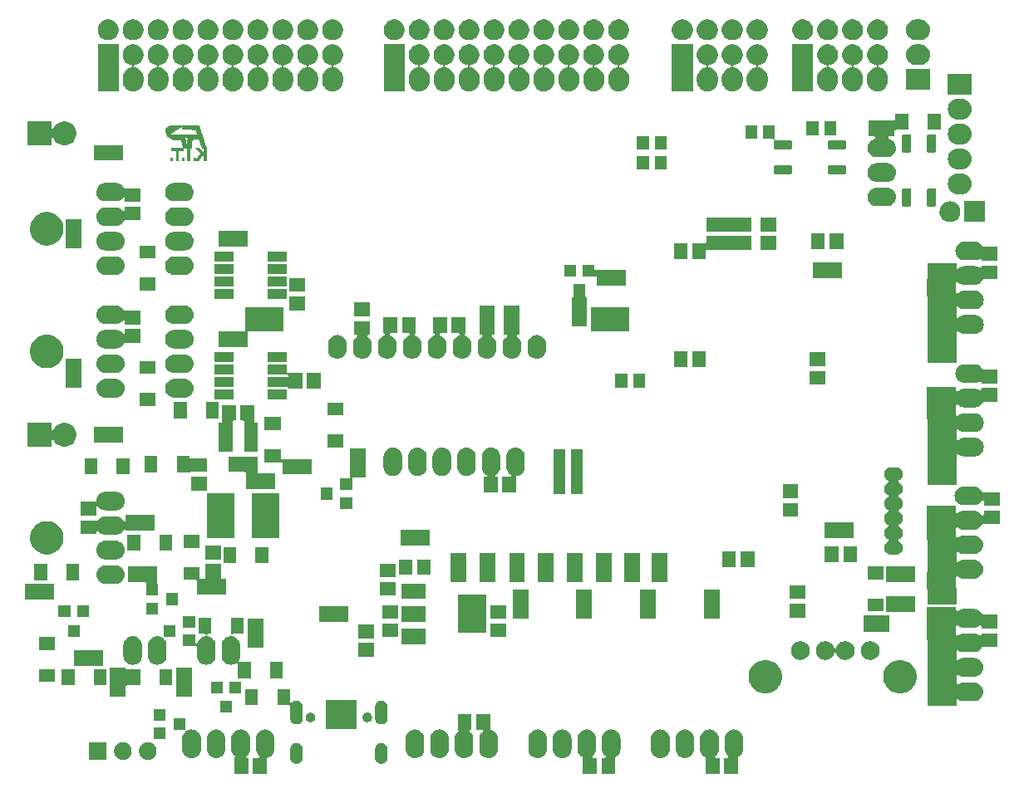
<source format=gbr>
G04 #@! TF.GenerationSoftware,KiCad,Pcbnew,(5.1.6)-1*
G04 #@! TF.CreationDate,2021-05-17T10:13:50+09:00*
G04 #@! TF.ProjectId,stm32f4_Centaurus,73746d33-3266-4345-9f43-656e74617572,rev?*
G04 #@! TF.SameCoordinates,Original*
G04 #@! TF.FileFunction,Soldermask,Bot*
G04 #@! TF.FilePolarity,Negative*
%FSLAX46Y46*%
G04 Gerber Fmt 4.6, Leading zero omitted, Abs format (unit mm)*
G04 Created by KiCad (PCBNEW (5.1.6)-1) date 2021-05-17 10:13:50*
%MOMM*%
%LPD*%
G01*
G04 APERTURE LIST*
%ADD10C,0.010000*%
%ADD11C,0.100000*%
G04 APERTURE END LIST*
D10*
G36*
X68073543Y-74836712D02*
G01*
X68073814Y-74872841D01*
X68074514Y-74906325D01*
X68075551Y-74934309D01*
X68076833Y-74953936D01*
X68077519Y-74959616D01*
X68081426Y-74983251D01*
X68294069Y-74983251D01*
X68294069Y-74737444D01*
X68073474Y-74737444D01*
X68073543Y-74836712D01*
G37*
X68073543Y-74836712D02*
X68073814Y-74872841D01*
X68074514Y-74906325D01*
X68075551Y-74934309D01*
X68076833Y-74953936D01*
X68077519Y-74959616D01*
X68081426Y-74983251D01*
X68294069Y-74983251D01*
X68294069Y-74737444D01*
X68073474Y-74737444D01*
X68073543Y-74836712D01*
G36*
X68771501Y-73730551D02*
G01*
X68183771Y-73732159D01*
X68183771Y-73965360D01*
X68418548Y-73967013D01*
X68653325Y-73968665D01*
X68653325Y-74468395D01*
X68653370Y-74564941D01*
X68653513Y-74649511D01*
X68653763Y-74722734D01*
X68654129Y-74785239D01*
X68654620Y-74837655D01*
X68655246Y-74880610D01*
X68656016Y-74914734D01*
X68656940Y-74940656D01*
X68658027Y-74959004D01*
X68659287Y-74970408D01*
X68660728Y-74975496D01*
X68660888Y-74975688D01*
X68669422Y-74978920D01*
X68688092Y-74981220D01*
X68717651Y-74982638D01*
X68758853Y-74983227D01*
X68770964Y-74983251D01*
X68809271Y-74983150D01*
X68836888Y-74982703D01*
X68855730Y-74981696D01*
X68867709Y-74979916D01*
X68874742Y-74977148D01*
X68878742Y-74973179D01*
X68880001Y-74971060D01*
X68881400Y-74961991D01*
X68882631Y-74940340D01*
X68883694Y-74906131D01*
X68884588Y-74859385D01*
X68885314Y-74800126D01*
X68885870Y-74728375D01*
X68886257Y-74644157D01*
X68886474Y-74547494D01*
X68886526Y-74463690D01*
X68886526Y-73968511D01*
X69113874Y-73968511D01*
X69175101Y-73968439D01*
X69224892Y-73968192D01*
X69264415Y-73967725D01*
X69294838Y-73966995D01*
X69317331Y-73965956D01*
X69333061Y-73964564D01*
X69343197Y-73962776D01*
X69348908Y-73960545D01*
X69350227Y-73959508D01*
X69353634Y-73953512D01*
X69356110Y-73942257D01*
X69357778Y-73924096D01*
X69358764Y-73897381D01*
X69359189Y-73860467D01*
X69359230Y-73839723D01*
X69359230Y-73728943D01*
X68771501Y-73730551D01*
G37*
X68771501Y-73730551D02*
X68183771Y-73732159D01*
X68183771Y-73965360D01*
X68418548Y-73967013D01*
X68653325Y-73968665D01*
X68653325Y-74468395D01*
X68653370Y-74564941D01*
X68653513Y-74649511D01*
X68653763Y-74722734D01*
X68654129Y-74785239D01*
X68654620Y-74837655D01*
X68655246Y-74880610D01*
X68656016Y-74914734D01*
X68656940Y-74940656D01*
X68658027Y-74959004D01*
X68659287Y-74970408D01*
X68660728Y-74975496D01*
X68660888Y-74975688D01*
X68669422Y-74978920D01*
X68688092Y-74981220D01*
X68717651Y-74982638D01*
X68758853Y-74983227D01*
X68770964Y-74983251D01*
X68809271Y-74983150D01*
X68836888Y-74982703D01*
X68855730Y-74981696D01*
X68867709Y-74979916D01*
X68874742Y-74977148D01*
X68878742Y-74973179D01*
X68880001Y-74971060D01*
X68881400Y-74961991D01*
X68882631Y-74940340D01*
X68883694Y-74906131D01*
X68884588Y-74859385D01*
X68885314Y-74800126D01*
X68885870Y-74728375D01*
X68886257Y-74644157D01*
X68886474Y-74547494D01*
X68886526Y-74463690D01*
X68886526Y-73968511D01*
X69113874Y-73968511D01*
X69175101Y-73968439D01*
X69224892Y-73968192D01*
X69264415Y-73967725D01*
X69294838Y-73966995D01*
X69317331Y-73965956D01*
X69333061Y-73964564D01*
X69343197Y-73962776D01*
X69348908Y-73960545D01*
X69350227Y-73959508D01*
X69353634Y-73953512D01*
X69356110Y-73942257D01*
X69357778Y-73924096D01*
X69358764Y-73897381D01*
X69359189Y-73860467D01*
X69359230Y-73839723D01*
X69359230Y-73728943D01*
X68771501Y-73730551D01*
G36*
X69245781Y-74983251D02*
G01*
X69359428Y-74983251D01*
X69402419Y-74983030D01*
X69434168Y-74982306D01*
X69456031Y-74980984D01*
X69469365Y-74978970D01*
X69475526Y-74976170D01*
X69476180Y-74975161D01*
X69477087Y-74966491D01*
X69477697Y-74947404D01*
X69477983Y-74920082D01*
X69477922Y-74886709D01*
X69477558Y-74853833D01*
X69475831Y-74740596D01*
X69245781Y-74737160D01*
X69245781Y-74983251D01*
G37*
X69245781Y-74983251D02*
X69359428Y-74983251D01*
X69402419Y-74983030D01*
X69434168Y-74982306D01*
X69456031Y-74980984D01*
X69469365Y-74978970D01*
X69475526Y-74976170D01*
X69476180Y-74975161D01*
X69477087Y-74966491D01*
X69477697Y-74947404D01*
X69477983Y-74920082D01*
X69477922Y-74886709D01*
X69477558Y-74853833D01*
X69475831Y-74740596D01*
X69245781Y-74737160D01*
X69245781Y-74983251D01*
G36*
X70424125Y-74983251D02*
G01*
X70651556Y-74983251D01*
X70649848Y-74858772D01*
X70648139Y-74734293D01*
X70427543Y-74734293D01*
X70424125Y-74983251D01*
G37*
X70424125Y-74983251D02*
X70651556Y-74983251D01*
X70649848Y-74858772D01*
X70648139Y-74734293D01*
X70427543Y-74734293D01*
X70424125Y-74983251D01*
G36*
X70353264Y-71466375D02*
G01*
X70261575Y-71466446D01*
X70174218Y-71466636D01*
X70092029Y-71466939D01*
X70015845Y-71467347D01*
X69946504Y-71467851D01*
X69884843Y-71468443D01*
X69831699Y-71469117D01*
X69787909Y-71469863D01*
X69754309Y-71470674D01*
X69731738Y-71471542D01*
X69721637Y-71472350D01*
X69695126Y-71476427D01*
X69668508Y-71480397D01*
X69655459Y-71482280D01*
X69622039Y-71489215D01*
X69582223Y-71500859D01*
X69540539Y-71515633D01*
X69501515Y-71531956D01*
X69474777Y-71545333D01*
X69421867Y-71581802D01*
X69376174Y-71627687D01*
X69338800Y-71681379D01*
X69310847Y-71741270D01*
X69293417Y-71805753D01*
X69292459Y-71811374D01*
X69289132Y-71831830D01*
X69971293Y-71833434D01*
X70653455Y-71835038D01*
X70680153Y-71913822D01*
X70688670Y-71938922D01*
X70700551Y-71973882D01*
X70715091Y-72016631D01*
X70731584Y-72065098D01*
X70749327Y-72117212D01*
X70767614Y-72170902D01*
X70779880Y-72206899D01*
X70796669Y-72256202D01*
X70812100Y-72301592D01*
X70825717Y-72341722D01*
X70837065Y-72375248D01*
X70845689Y-72400824D01*
X70851132Y-72417105D01*
X70852944Y-72422741D01*
X70846736Y-72422890D01*
X70828474Y-72423048D01*
X70798708Y-72423215D01*
X70757990Y-72423389D01*
X70706871Y-72423569D01*
X70645901Y-72423754D01*
X70575632Y-72423942D01*
X70496614Y-72424133D01*
X70409399Y-72424326D01*
X70314538Y-72424518D01*
X70212581Y-72424710D01*
X70104080Y-72424899D01*
X69989586Y-72425085D01*
X69869650Y-72425266D01*
X69744822Y-72425442D01*
X69615654Y-72425611D01*
X69482697Y-72425771D01*
X69374987Y-72425892D01*
X69239418Y-72426023D01*
X69107200Y-72426120D01*
X68978886Y-72426182D01*
X68855027Y-72426212D01*
X68736172Y-72426210D01*
X68622874Y-72426177D01*
X68515684Y-72426113D01*
X68415152Y-72426019D01*
X68321829Y-72425897D01*
X68236267Y-72425746D01*
X68159016Y-72425569D01*
X68090628Y-72425365D01*
X68031653Y-72425135D01*
X67982643Y-72424881D01*
X67944148Y-72424603D01*
X67916721Y-72424301D01*
X67900911Y-72423978D01*
X67896997Y-72423706D01*
X67901892Y-72417800D01*
X67915853Y-72405250D01*
X67937798Y-72386884D01*
X67966643Y-72363535D01*
X68001307Y-72336031D01*
X68040705Y-72305202D01*
X68083754Y-72271880D01*
X68129372Y-72236895D01*
X68176476Y-72201076D01*
X68223982Y-72165254D01*
X68270808Y-72130259D01*
X68315870Y-72096921D01*
X68358085Y-72066071D01*
X68396371Y-72038539D01*
X68429644Y-72015155D01*
X68432729Y-72013025D01*
X68477258Y-71982873D01*
X68528514Y-71949057D01*
X68583827Y-71913268D01*
X68640526Y-71877200D01*
X68695941Y-71842547D01*
X68747401Y-71811000D01*
X68792235Y-71784254D01*
X68807742Y-71775265D01*
X68842268Y-71755999D01*
X68883109Y-71734070D01*
X68927820Y-71710710D01*
X68973957Y-71687154D01*
X69019075Y-71664632D01*
X69060730Y-71644379D01*
X69096478Y-71627627D01*
X69123873Y-71615609D01*
X69126029Y-71614727D01*
X69148628Y-71605448D01*
X69167995Y-71597286D01*
X69179603Y-71592161D01*
X69210474Y-71578902D01*
X69249081Y-71564392D01*
X69293234Y-71549263D01*
X69340746Y-71534143D01*
X69389427Y-71519665D01*
X69437089Y-71506457D01*
X69481543Y-71495150D01*
X69520602Y-71486375D01*
X69552076Y-71480763D01*
X69572706Y-71478933D01*
X69586330Y-71477102D01*
X69592410Y-71472664D01*
X69592431Y-71472359D01*
X69586286Y-71471259D01*
X69568476Y-71470296D01*
X69539943Y-71469466D01*
X69501627Y-71468765D01*
X69454469Y-71468189D01*
X69399409Y-71467735D01*
X69337388Y-71467399D01*
X69269346Y-71467177D01*
X69196225Y-71467064D01*
X69118964Y-71467058D01*
X69038504Y-71467155D01*
X68955787Y-71467350D01*
X68871752Y-71467639D01*
X68787340Y-71468020D01*
X68703492Y-71468488D01*
X68621148Y-71469039D01*
X68541248Y-71469670D01*
X68464735Y-71470377D01*
X68392547Y-71471155D01*
X68325626Y-71472002D01*
X68264913Y-71472913D01*
X68211347Y-71473884D01*
X68165870Y-71474912D01*
X68129421Y-71475993D01*
X68102943Y-71477122D01*
X68087375Y-71478297D01*
X68086079Y-71478471D01*
X68008678Y-71492962D01*
X67934563Y-71512585D01*
X67865623Y-71536604D01*
X67803749Y-71564285D01*
X67750829Y-71594890D01*
X67713060Y-71623753D01*
X67669398Y-71670950D01*
X67633938Y-71726647D01*
X67607588Y-71789065D01*
X67591254Y-71856423D01*
X67589932Y-71865319D01*
X67587626Y-71890502D01*
X67586241Y-71923288D01*
X67585778Y-71959631D01*
X67586238Y-71995487D01*
X67587622Y-72026810D01*
X67589895Y-72049330D01*
X67607632Y-72134435D01*
X67633369Y-72220763D01*
X67666013Y-72305951D01*
X67704474Y-72387635D01*
X67747659Y-72463451D01*
X67794475Y-72531034D01*
X67833977Y-72577764D01*
X67888378Y-72629225D01*
X67952887Y-72677873D01*
X68028473Y-72724399D01*
X68073594Y-72748555D01*
X68134831Y-72778317D01*
X68192432Y-72802637D01*
X68249862Y-72822632D01*
X68310584Y-72839418D01*
X68378062Y-72854115D01*
X68430212Y-72863594D01*
X68446999Y-72866112D01*
X68466390Y-72868280D01*
X68489550Y-72870142D01*
X68517643Y-72871739D01*
X68551835Y-72873113D01*
X68593289Y-72874308D01*
X68643170Y-72875364D01*
X68702641Y-72876326D01*
X68772869Y-72877235D01*
X68819715Y-72877762D01*
X69146825Y-72881291D01*
X69179749Y-73004194D01*
X69192899Y-73053462D01*
X69207833Y-73109731D01*
X69224076Y-73171179D01*
X69241149Y-73235981D01*
X69258576Y-73302316D01*
X69275878Y-73368359D01*
X69292579Y-73432288D01*
X69308202Y-73492278D01*
X69322269Y-73546509D01*
X69334303Y-73593155D01*
X69343826Y-73630394D01*
X69347643Y-73645497D01*
X69368617Y-73729008D01*
X69582943Y-73729008D01*
X69797270Y-73729007D01*
X69797270Y-74980100D01*
X70017866Y-74980100D01*
X70017866Y-73729007D01*
X70119474Y-73729007D01*
X70221083Y-73729008D01*
X70224939Y-73661253D01*
X70225875Y-73639961D01*
X70226916Y-73607850D01*
X70228021Y-73566704D01*
X70229149Y-73518310D01*
X70230260Y-73464452D01*
X70231312Y-73406916D01*
X70232266Y-73347486D01*
X70232537Y-73328784D01*
X70233606Y-73258300D01*
X70234734Y-73199123D01*
X70236054Y-73149957D01*
X70237698Y-73109504D01*
X70239797Y-73076467D01*
X70242484Y-73049548D01*
X70245890Y-73027450D01*
X70250147Y-73008875D01*
X70255388Y-72992527D01*
X70261743Y-72977107D01*
X70269346Y-72961319D01*
X70270041Y-72959945D01*
X70298755Y-72915383D01*
X70335605Y-72879924D01*
X70375210Y-72855455D01*
X70395036Y-72845872D01*
X70413931Y-72837928D01*
X70433295Y-72831473D01*
X70454531Y-72826353D01*
X70479041Y-72822417D01*
X70508226Y-72819512D01*
X70543489Y-72817485D01*
X70586233Y-72816185D01*
X70637858Y-72815460D01*
X70699767Y-72815156D01*
X70746565Y-72815112D01*
X70985978Y-72815112D01*
X70994492Y-72835596D01*
X70998796Y-72847004D01*
X71006504Y-72868514D01*
X71016975Y-72898289D01*
X71029565Y-72934492D01*
X71043632Y-72975287D01*
X71056765Y-73013648D01*
X71073339Y-73062181D01*
X71092854Y-73119248D01*
X71114150Y-73181465D01*
X71136067Y-73245445D01*
X71157447Y-73307803D01*
X71177130Y-73365153D01*
X71177627Y-73366601D01*
X71203371Y-73441568D01*
X71225312Y-73505479D01*
X71243744Y-73559201D01*
X71258962Y-73603599D01*
X71271262Y-73639538D01*
X71280939Y-73667884D01*
X71288288Y-73689502D01*
X71293604Y-73705257D01*
X71297182Y-73716015D01*
X71299317Y-73722641D01*
X71300305Y-73726001D01*
X71300471Y-73726862D01*
X71306418Y-73727595D01*
X71322834Y-73728220D01*
X71347584Y-73728691D01*
X71378531Y-73728961D01*
X71398838Y-73729008D01*
X71436184Y-73729132D01*
X71462628Y-73729624D01*
X71479871Y-73730664D01*
X71489617Y-73732430D01*
X71493567Y-73735103D01*
X71493422Y-73738862D01*
X71493379Y-73738977D01*
X71492550Y-73747266D01*
X71491778Y-73766776D01*
X71491083Y-73796125D01*
X71490485Y-73833929D01*
X71490004Y-73878806D01*
X71489661Y-73929371D01*
X71489475Y-73984242D01*
X71489449Y-74008419D01*
X71489345Y-74267891D01*
X71402660Y-74179653D01*
X71377395Y-74153897D01*
X71345067Y-74120883D01*
X71307408Y-74082382D01*
X71266151Y-74040165D01*
X71223025Y-73996005D01*
X71179765Y-73951675D01*
X71147837Y-73918933D01*
X71109615Y-73879942D01*
X71073562Y-73843580D01*
X71040752Y-73810899D01*
X71012259Y-73782952D01*
X70989159Y-73760793D01*
X70972525Y-73745473D01*
X70963434Y-73738046D01*
X70962888Y-73737729D01*
X70951563Y-73734908D01*
X70930814Y-73732577D01*
X70902767Y-73730747D01*
X70869551Y-73729428D01*
X70833292Y-73728628D01*
X70796118Y-73728360D01*
X70760154Y-73728632D01*
X70727529Y-73729454D01*
X70700370Y-73730838D01*
X70680803Y-73732791D01*
X70670955Y-73735326D01*
X70670198Y-73736352D01*
X70674567Y-73741996D01*
X70687147Y-73755667D01*
X70707152Y-73776565D01*
X70733792Y-73803890D01*
X70766281Y-73836844D01*
X70803831Y-73874627D01*
X70845654Y-73916439D01*
X70890961Y-73961481D01*
X70933337Y-74003399D01*
X70988466Y-74057819D01*
X71035265Y-74104084D01*
X71074377Y-74142890D01*
X71106443Y-74174936D01*
X71132106Y-74200920D01*
X71152009Y-74221540D01*
X71166795Y-74237494D01*
X71177104Y-74249479D01*
X71183581Y-74258193D01*
X71186867Y-74264335D01*
X71187604Y-74268603D01*
X71186436Y-74271694D01*
X71184005Y-74274306D01*
X71183292Y-74274950D01*
X71174391Y-74284727D01*
X71160285Y-74302223D01*
X71143015Y-74324841D01*
X71126994Y-74346675D01*
X71104008Y-74378456D01*
X71078084Y-74414079D01*
X71053284Y-74447969D01*
X71042019Y-74463276D01*
X71021492Y-74491174D01*
X70996712Y-74524974D01*
X70970830Y-74560373D01*
X70947423Y-74592482D01*
X70924463Y-74624015D01*
X70900439Y-74656969D01*
X70878134Y-74687529D01*
X70860328Y-74711884D01*
X70859651Y-74712808D01*
X70842677Y-74736021D01*
X70820850Y-74765917D01*
X70796732Y-74798987D01*
X70772883Y-74831721D01*
X70767891Y-74838578D01*
X70746179Y-74868334D01*
X70725283Y-74896852D01*
X70707163Y-74921463D01*
X70693779Y-74939499D01*
X70690495Y-74943873D01*
X70679668Y-74960051D01*
X70673772Y-74972597D01*
X70673535Y-74977248D01*
X70681050Y-74979554D01*
X70698855Y-74981298D01*
X70724645Y-74982498D01*
X70756119Y-74983170D01*
X70790973Y-74983332D01*
X70826904Y-74983004D01*
X70861609Y-74982202D01*
X70892785Y-74980944D01*
X70918130Y-74979248D01*
X70935339Y-74977132D01*
X70941672Y-74975172D01*
X70949540Y-74966943D01*
X70962579Y-74951108D01*
X70978643Y-74930328D01*
X70988491Y-74917072D01*
X71009405Y-74888539D01*
X71032291Y-74857372D01*
X71053028Y-74829183D01*
X71057930Y-74822531D01*
X71071644Y-74803832D01*
X71091045Y-74777242D01*
X71114440Y-74745088D01*
X71140136Y-74709698D01*
X71166439Y-74673401D01*
X71171830Y-74665953D01*
X71214407Y-74607128D01*
X71250102Y-74557854D01*
X71279405Y-74517459D01*
X71302805Y-74485268D01*
X71320792Y-74460608D01*
X71333856Y-74442805D01*
X71341855Y-74432026D01*
X71354877Y-74414649D01*
X71425366Y-74482195D01*
X71495856Y-74549741D01*
X71495856Y-74976948D01*
X71722754Y-74976948D01*
X71722754Y-73737787D01*
X71570914Y-73287479D01*
X71544997Y-73210633D01*
X71519098Y-73133865D01*
X71493675Y-73058535D01*
X71469190Y-72986005D01*
X71446100Y-72917636D01*
X71424866Y-72854787D01*
X71405947Y-72798820D01*
X71389803Y-72751096D01*
X71376894Y-72712975D01*
X71375763Y-72709638D01*
X69900599Y-72709638D01*
X69874691Y-72747789D01*
X69859557Y-72772675D01*
X69843363Y-72803392D01*
X69829267Y-72833891D01*
X69827478Y-72838199D01*
X69819421Y-72858336D01*
X69812516Y-72877001D01*
X69806669Y-72895327D01*
X69801789Y-72914446D01*
X69797782Y-72935492D01*
X69794556Y-72959595D01*
X69792018Y-72987888D01*
X69790076Y-73021503D01*
X69788637Y-73061574D01*
X69787608Y-73109231D01*
X69786896Y-73165608D01*
X69786410Y-73231837D01*
X69786055Y-73309049D01*
X69785920Y-73346096D01*
X69785634Y-73411934D01*
X69785257Y-73473851D01*
X69784805Y-73530727D01*
X69784291Y-73581441D01*
X69783729Y-73624875D01*
X69783133Y-73659906D01*
X69782517Y-73685416D01*
X69781896Y-73700283D01*
X69781433Y-73703776D01*
X69778678Y-73698085D01*
X69773916Y-73682772D01*
X69767937Y-73660508D01*
X69764230Y-73645497D01*
X69757733Y-73618948D01*
X69748952Y-73583854D01*
X69738810Y-73543863D01*
X69728229Y-73502620D01*
X69722381Y-73480050D01*
X69711369Y-73437729D01*
X69699652Y-73392703D01*
X69688348Y-73349265D01*
X69678573Y-73311710D01*
X69674814Y-73297271D01*
X69654670Y-73220368D01*
X69632156Y-73135265D01*
X69608316Y-73045895D01*
X69586095Y-72963226D01*
X69577600Y-72931584D01*
X69566700Y-72890742D01*
X69554190Y-72843693D01*
X69540864Y-72793431D01*
X69527519Y-72742948D01*
X69519957Y-72714268D01*
X69507680Y-72667749D01*
X69495602Y-72622156D01*
X69484355Y-72579866D01*
X69474574Y-72543253D01*
X69466889Y-72514696D01*
X69462920Y-72500128D01*
X69456506Y-72476166D01*
X69451837Y-72457435D01*
X69449603Y-72446765D01*
X69449568Y-72445354D01*
X69453743Y-72449355D01*
X69463781Y-72461205D01*
X69477884Y-72478746D01*
X69485436Y-72488382D01*
X69542918Y-72553137D01*
X69606012Y-72607012D01*
X69674238Y-72649728D01*
X69747117Y-72681009D01*
X69824171Y-72700577D01*
X69859671Y-72705445D01*
X69900599Y-72709638D01*
X71375763Y-72709638D01*
X71369851Y-72692209D01*
X71335128Y-72589997D01*
X71302444Y-72493875D01*
X71272121Y-72404797D01*
X71244486Y-72323713D01*
X71219861Y-72251575D01*
X71198572Y-72189334D01*
X71180943Y-72137943D01*
X71178647Y-72131266D01*
X71169060Y-72103318D01*
X71156057Y-72065299D01*
X71140275Y-72019075D01*
X71122350Y-71966514D01*
X71102919Y-71909480D01*
X71082616Y-71849840D01*
X71062080Y-71789459D01*
X71052638Y-71761681D01*
X71033569Y-71705731D01*
X71015536Y-71653139D01*
X70998983Y-71605175D01*
X70984353Y-71563113D01*
X70972090Y-71528222D01*
X70962639Y-71501776D01*
X70956442Y-71485045D01*
X70954196Y-71479634D01*
X70947075Y-71466328D01*
X70353264Y-71466375D01*
G37*
X70353264Y-71466375D02*
X70261575Y-71466446D01*
X70174218Y-71466636D01*
X70092029Y-71466939D01*
X70015845Y-71467347D01*
X69946504Y-71467851D01*
X69884843Y-71468443D01*
X69831699Y-71469117D01*
X69787909Y-71469863D01*
X69754309Y-71470674D01*
X69731738Y-71471542D01*
X69721637Y-71472350D01*
X69695126Y-71476427D01*
X69668508Y-71480397D01*
X69655459Y-71482280D01*
X69622039Y-71489215D01*
X69582223Y-71500859D01*
X69540539Y-71515633D01*
X69501515Y-71531956D01*
X69474777Y-71545333D01*
X69421867Y-71581802D01*
X69376174Y-71627687D01*
X69338800Y-71681379D01*
X69310847Y-71741270D01*
X69293417Y-71805753D01*
X69292459Y-71811374D01*
X69289132Y-71831830D01*
X69971293Y-71833434D01*
X70653455Y-71835038D01*
X70680153Y-71913822D01*
X70688670Y-71938922D01*
X70700551Y-71973882D01*
X70715091Y-72016631D01*
X70731584Y-72065098D01*
X70749327Y-72117212D01*
X70767614Y-72170902D01*
X70779880Y-72206899D01*
X70796669Y-72256202D01*
X70812100Y-72301592D01*
X70825717Y-72341722D01*
X70837065Y-72375248D01*
X70845689Y-72400824D01*
X70851132Y-72417105D01*
X70852944Y-72422741D01*
X70846736Y-72422890D01*
X70828474Y-72423048D01*
X70798708Y-72423215D01*
X70757990Y-72423389D01*
X70706871Y-72423569D01*
X70645901Y-72423754D01*
X70575632Y-72423942D01*
X70496614Y-72424133D01*
X70409399Y-72424326D01*
X70314538Y-72424518D01*
X70212581Y-72424710D01*
X70104080Y-72424899D01*
X69989586Y-72425085D01*
X69869650Y-72425266D01*
X69744822Y-72425442D01*
X69615654Y-72425611D01*
X69482697Y-72425771D01*
X69374987Y-72425892D01*
X69239418Y-72426023D01*
X69107200Y-72426120D01*
X68978886Y-72426182D01*
X68855027Y-72426212D01*
X68736172Y-72426210D01*
X68622874Y-72426177D01*
X68515684Y-72426113D01*
X68415152Y-72426019D01*
X68321829Y-72425897D01*
X68236267Y-72425746D01*
X68159016Y-72425569D01*
X68090628Y-72425365D01*
X68031653Y-72425135D01*
X67982643Y-72424881D01*
X67944148Y-72424603D01*
X67916721Y-72424301D01*
X67900911Y-72423978D01*
X67896997Y-72423706D01*
X67901892Y-72417800D01*
X67915853Y-72405250D01*
X67937798Y-72386884D01*
X67966643Y-72363535D01*
X68001307Y-72336031D01*
X68040705Y-72305202D01*
X68083754Y-72271880D01*
X68129372Y-72236895D01*
X68176476Y-72201076D01*
X68223982Y-72165254D01*
X68270808Y-72130259D01*
X68315870Y-72096921D01*
X68358085Y-72066071D01*
X68396371Y-72038539D01*
X68429644Y-72015155D01*
X68432729Y-72013025D01*
X68477258Y-71982873D01*
X68528514Y-71949057D01*
X68583827Y-71913268D01*
X68640526Y-71877200D01*
X68695941Y-71842547D01*
X68747401Y-71811000D01*
X68792235Y-71784254D01*
X68807742Y-71775265D01*
X68842268Y-71755999D01*
X68883109Y-71734070D01*
X68927820Y-71710710D01*
X68973957Y-71687154D01*
X69019075Y-71664632D01*
X69060730Y-71644379D01*
X69096478Y-71627627D01*
X69123873Y-71615609D01*
X69126029Y-71614727D01*
X69148628Y-71605448D01*
X69167995Y-71597286D01*
X69179603Y-71592161D01*
X69210474Y-71578902D01*
X69249081Y-71564392D01*
X69293234Y-71549263D01*
X69340746Y-71534143D01*
X69389427Y-71519665D01*
X69437089Y-71506457D01*
X69481543Y-71495150D01*
X69520602Y-71486375D01*
X69552076Y-71480763D01*
X69572706Y-71478933D01*
X69586330Y-71477102D01*
X69592410Y-71472664D01*
X69592431Y-71472359D01*
X69586286Y-71471259D01*
X69568476Y-71470296D01*
X69539943Y-71469466D01*
X69501627Y-71468765D01*
X69454469Y-71468189D01*
X69399409Y-71467735D01*
X69337388Y-71467399D01*
X69269346Y-71467177D01*
X69196225Y-71467064D01*
X69118964Y-71467058D01*
X69038504Y-71467155D01*
X68955787Y-71467350D01*
X68871752Y-71467639D01*
X68787340Y-71468020D01*
X68703492Y-71468488D01*
X68621148Y-71469039D01*
X68541248Y-71469670D01*
X68464735Y-71470377D01*
X68392547Y-71471155D01*
X68325626Y-71472002D01*
X68264913Y-71472913D01*
X68211347Y-71473884D01*
X68165870Y-71474912D01*
X68129421Y-71475993D01*
X68102943Y-71477122D01*
X68087375Y-71478297D01*
X68086079Y-71478471D01*
X68008678Y-71492962D01*
X67934563Y-71512585D01*
X67865623Y-71536604D01*
X67803749Y-71564285D01*
X67750829Y-71594890D01*
X67713060Y-71623753D01*
X67669398Y-71670950D01*
X67633938Y-71726647D01*
X67607588Y-71789065D01*
X67591254Y-71856423D01*
X67589932Y-71865319D01*
X67587626Y-71890502D01*
X67586241Y-71923288D01*
X67585778Y-71959631D01*
X67586238Y-71995487D01*
X67587622Y-72026810D01*
X67589895Y-72049330D01*
X67607632Y-72134435D01*
X67633369Y-72220763D01*
X67666013Y-72305951D01*
X67704474Y-72387635D01*
X67747659Y-72463451D01*
X67794475Y-72531034D01*
X67833977Y-72577764D01*
X67888378Y-72629225D01*
X67952887Y-72677873D01*
X68028473Y-72724399D01*
X68073594Y-72748555D01*
X68134831Y-72778317D01*
X68192432Y-72802637D01*
X68249862Y-72822632D01*
X68310584Y-72839418D01*
X68378062Y-72854115D01*
X68430212Y-72863594D01*
X68446999Y-72866112D01*
X68466390Y-72868280D01*
X68489550Y-72870142D01*
X68517643Y-72871739D01*
X68551835Y-72873113D01*
X68593289Y-72874308D01*
X68643170Y-72875364D01*
X68702641Y-72876326D01*
X68772869Y-72877235D01*
X68819715Y-72877762D01*
X69146825Y-72881291D01*
X69179749Y-73004194D01*
X69192899Y-73053462D01*
X69207833Y-73109731D01*
X69224076Y-73171179D01*
X69241149Y-73235981D01*
X69258576Y-73302316D01*
X69275878Y-73368359D01*
X69292579Y-73432288D01*
X69308202Y-73492278D01*
X69322269Y-73546509D01*
X69334303Y-73593155D01*
X69343826Y-73630394D01*
X69347643Y-73645497D01*
X69368617Y-73729008D01*
X69582943Y-73729008D01*
X69797270Y-73729007D01*
X69797270Y-74980100D01*
X70017866Y-74980100D01*
X70017866Y-73729007D01*
X70119474Y-73729007D01*
X70221083Y-73729008D01*
X70224939Y-73661253D01*
X70225875Y-73639961D01*
X70226916Y-73607850D01*
X70228021Y-73566704D01*
X70229149Y-73518310D01*
X70230260Y-73464452D01*
X70231312Y-73406916D01*
X70232266Y-73347486D01*
X70232537Y-73328784D01*
X70233606Y-73258300D01*
X70234734Y-73199123D01*
X70236054Y-73149957D01*
X70237698Y-73109504D01*
X70239797Y-73076467D01*
X70242484Y-73049548D01*
X70245890Y-73027450D01*
X70250147Y-73008875D01*
X70255388Y-72992527D01*
X70261743Y-72977107D01*
X70269346Y-72961319D01*
X70270041Y-72959945D01*
X70298755Y-72915383D01*
X70335605Y-72879924D01*
X70375210Y-72855455D01*
X70395036Y-72845872D01*
X70413931Y-72837928D01*
X70433295Y-72831473D01*
X70454531Y-72826353D01*
X70479041Y-72822417D01*
X70508226Y-72819512D01*
X70543489Y-72817485D01*
X70586233Y-72816185D01*
X70637858Y-72815460D01*
X70699767Y-72815156D01*
X70746565Y-72815112D01*
X70985978Y-72815112D01*
X70994492Y-72835596D01*
X70998796Y-72847004D01*
X71006504Y-72868514D01*
X71016975Y-72898289D01*
X71029565Y-72934492D01*
X71043632Y-72975287D01*
X71056765Y-73013648D01*
X71073339Y-73062181D01*
X71092854Y-73119248D01*
X71114150Y-73181465D01*
X71136067Y-73245445D01*
X71157447Y-73307803D01*
X71177130Y-73365153D01*
X71177627Y-73366601D01*
X71203371Y-73441568D01*
X71225312Y-73505479D01*
X71243744Y-73559201D01*
X71258962Y-73603599D01*
X71271262Y-73639538D01*
X71280939Y-73667884D01*
X71288288Y-73689502D01*
X71293604Y-73705257D01*
X71297182Y-73716015D01*
X71299317Y-73722641D01*
X71300305Y-73726001D01*
X71300471Y-73726862D01*
X71306418Y-73727595D01*
X71322834Y-73728220D01*
X71347584Y-73728691D01*
X71378531Y-73728961D01*
X71398838Y-73729008D01*
X71436184Y-73729132D01*
X71462628Y-73729624D01*
X71479871Y-73730664D01*
X71489617Y-73732430D01*
X71493567Y-73735103D01*
X71493422Y-73738862D01*
X71493379Y-73738977D01*
X71492550Y-73747266D01*
X71491778Y-73766776D01*
X71491083Y-73796125D01*
X71490485Y-73833929D01*
X71490004Y-73878806D01*
X71489661Y-73929371D01*
X71489475Y-73984242D01*
X71489449Y-74008419D01*
X71489345Y-74267891D01*
X71402660Y-74179653D01*
X71377395Y-74153897D01*
X71345067Y-74120883D01*
X71307408Y-74082382D01*
X71266151Y-74040165D01*
X71223025Y-73996005D01*
X71179765Y-73951675D01*
X71147837Y-73918933D01*
X71109615Y-73879942D01*
X71073562Y-73843580D01*
X71040752Y-73810899D01*
X71012259Y-73782952D01*
X70989159Y-73760793D01*
X70972525Y-73745473D01*
X70963434Y-73738046D01*
X70962888Y-73737729D01*
X70951563Y-73734908D01*
X70930814Y-73732577D01*
X70902767Y-73730747D01*
X70869551Y-73729428D01*
X70833292Y-73728628D01*
X70796118Y-73728360D01*
X70760154Y-73728632D01*
X70727529Y-73729454D01*
X70700370Y-73730838D01*
X70680803Y-73732791D01*
X70670955Y-73735326D01*
X70670198Y-73736352D01*
X70674567Y-73741996D01*
X70687147Y-73755667D01*
X70707152Y-73776565D01*
X70733792Y-73803890D01*
X70766281Y-73836844D01*
X70803831Y-73874627D01*
X70845654Y-73916439D01*
X70890961Y-73961481D01*
X70933337Y-74003399D01*
X70988466Y-74057819D01*
X71035265Y-74104084D01*
X71074377Y-74142890D01*
X71106443Y-74174936D01*
X71132106Y-74200920D01*
X71152009Y-74221540D01*
X71166795Y-74237494D01*
X71177104Y-74249479D01*
X71183581Y-74258193D01*
X71186867Y-74264335D01*
X71187604Y-74268603D01*
X71186436Y-74271694D01*
X71184005Y-74274306D01*
X71183292Y-74274950D01*
X71174391Y-74284727D01*
X71160285Y-74302223D01*
X71143015Y-74324841D01*
X71126994Y-74346675D01*
X71104008Y-74378456D01*
X71078084Y-74414079D01*
X71053284Y-74447969D01*
X71042019Y-74463276D01*
X71021492Y-74491174D01*
X70996712Y-74524974D01*
X70970830Y-74560373D01*
X70947423Y-74592482D01*
X70924463Y-74624015D01*
X70900439Y-74656969D01*
X70878134Y-74687529D01*
X70860328Y-74711884D01*
X70859651Y-74712808D01*
X70842677Y-74736021D01*
X70820850Y-74765917D01*
X70796732Y-74798987D01*
X70772883Y-74831721D01*
X70767891Y-74838578D01*
X70746179Y-74868334D01*
X70725283Y-74896852D01*
X70707163Y-74921463D01*
X70693779Y-74939499D01*
X70690495Y-74943873D01*
X70679668Y-74960051D01*
X70673772Y-74972597D01*
X70673535Y-74977248D01*
X70681050Y-74979554D01*
X70698855Y-74981298D01*
X70724645Y-74982498D01*
X70756119Y-74983170D01*
X70790973Y-74983332D01*
X70826904Y-74983004D01*
X70861609Y-74982202D01*
X70892785Y-74980944D01*
X70918130Y-74979248D01*
X70935339Y-74977132D01*
X70941672Y-74975172D01*
X70949540Y-74966943D01*
X70962579Y-74951108D01*
X70978643Y-74930328D01*
X70988491Y-74917072D01*
X71009405Y-74888539D01*
X71032291Y-74857372D01*
X71053028Y-74829183D01*
X71057930Y-74822531D01*
X71071644Y-74803832D01*
X71091045Y-74777242D01*
X71114440Y-74745088D01*
X71140136Y-74709698D01*
X71166439Y-74673401D01*
X71171830Y-74665953D01*
X71214407Y-74607128D01*
X71250102Y-74557854D01*
X71279405Y-74517459D01*
X71302805Y-74485268D01*
X71320792Y-74460608D01*
X71333856Y-74442805D01*
X71341855Y-74432026D01*
X71354877Y-74414649D01*
X71425366Y-74482195D01*
X71495856Y-74549741D01*
X71495856Y-74976948D01*
X71722754Y-74976948D01*
X71722754Y-73737787D01*
X71570914Y-73287479D01*
X71544997Y-73210633D01*
X71519098Y-73133865D01*
X71493675Y-73058535D01*
X71469190Y-72986005D01*
X71446100Y-72917636D01*
X71424866Y-72854787D01*
X71405947Y-72798820D01*
X71389803Y-72751096D01*
X71376894Y-72712975D01*
X71375763Y-72709638D01*
X69900599Y-72709638D01*
X69874691Y-72747789D01*
X69859557Y-72772675D01*
X69843363Y-72803392D01*
X69829267Y-72833891D01*
X69827478Y-72838199D01*
X69819421Y-72858336D01*
X69812516Y-72877001D01*
X69806669Y-72895327D01*
X69801789Y-72914446D01*
X69797782Y-72935492D01*
X69794556Y-72959595D01*
X69792018Y-72987888D01*
X69790076Y-73021503D01*
X69788637Y-73061574D01*
X69787608Y-73109231D01*
X69786896Y-73165608D01*
X69786410Y-73231837D01*
X69786055Y-73309049D01*
X69785920Y-73346096D01*
X69785634Y-73411934D01*
X69785257Y-73473851D01*
X69784805Y-73530727D01*
X69784291Y-73581441D01*
X69783729Y-73624875D01*
X69783133Y-73659906D01*
X69782517Y-73685416D01*
X69781896Y-73700283D01*
X69781433Y-73703776D01*
X69778678Y-73698085D01*
X69773916Y-73682772D01*
X69767937Y-73660508D01*
X69764230Y-73645497D01*
X69757733Y-73618948D01*
X69748952Y-73583854D01*
X69738810Y-73543863D01*
X69728229Y-73502620D01*
X69722381Y-73480050D01*
X69711369Y-73437729D01*
X69699652Y-73392703D01*
X69688348Y-73349265D01*
X69678573Y-73311710D01*
X69674814Y-73297271D01*
X69654670Y-73220368D01*
X69632156Y-73135265D01*
X69608316Y-73045895D01*
X69586095Y-72963226D01*
X69577600Y-72931584D01*
X69566700Y-72890742D01*
X69554190Y-72843693D01*
X69540864Y-72793431D01*
X69527519Y-72742948D01*
X69519957Y-72714268D01*
X69507680Y-72667749D01*
X69495602Y-72622156D01*
X69484355Y-72579866D01*
X69474574Y-72543253D01*
X69466889Y-72514696D01*
X69462920Y-72500128D01*
X69456506Y-72476166D01*
X69451837Y-72457435D01*
X69449603Y-72446765D01*
X69449568Y-72445354D01*
X69453743Y-72449355D01*
X69463781Y-72461205D01*
X69477884Y-72478746D01*
X69485436Y-72488382D01*
X69542918Y-72553137D01*
X69606012Y-72607012D01*
X69674238Y-72649728D01*
X69747117Y-72681009D01*
X69824171Y-72700577D01*
X69859671Y-72705445D01*
X69900599Y-72709638D01*
X71375763Y-72709638D01*
X71369851Y-72692209D01*
X71335128Y-72589997D01*
X71302444Y-72493875D01*
X71272121Y-72404797D01*
X71244486Y-72323713D01*
X71219861Y-72251575D01*
X71198572Y-72189334D01*
X71180943Y-72137943D01*
X71178647Y-72131266D01*
X71169060Y-72103318D01*
X71156057Y-72065299D01*
X71140275Y-72019075D01*
X71122350Y-71966514D01*
X71102919Y-71909480D01*
X71082616Y-71849840D01*
X71062080Y-71789459D01*
X71052638Y-71761681D01*
X71033569Y-71705731D01*
X71015536Y-71653139D01*
X70998983Y-71605175D01*
X70984353Y-71563113D01*
X70972090Y-71528222D01*
X70962639Y-71501776D01*
X70956442Y-71485045D01*
X70954196Y-71479634D01*
X70947075Y-71466328D01*
X70353264Y-71466375D01*
D11*
G36*
X125686231Y-133063746D02*
G01*
X125858737Y-133116075D01*
X125865310Y-133118069D01*
X125948896Y-133162747D01*
X126030345Y-133206282D01*
X126064025Y-133233923D01*
X126175002Y-133324998D01*
X126283073Y-133456685D01*
X126293718Y-133469655D01*
X126334780Y-133546477D01*
X126381932Y-133634691D01*
X126436254Y-133813769D01*
X126450000Y-133953334D01*
X126450000Y-135046666D01*
X126436254Y-135186231D01*
X126381932Y-135365309D01*
X126381931Y-135365310D01*
X126303480Y-135512082D01*
X126293717Y-135530346D01*
X126175002Y-135675002D01*
X126076846Y-135755555D01*
X126030345Y-135793718D01*
X125967695Y-135827205D01*
X125966075Y-135828071D01*
X125945700Y-135841685D01*
X125928373Y-135859012D01*
X125914760Y-135879386D01*
X125905382Y-135902025D01*
X125900000Y-135938310D01*
X125900000Y-137550000D01*
X124500000Y-137550000D01*
X124500000Y-135950000D01*
X124810737Y-135950000D01*
X124835123Y-135947598D01*
X124858572Y-135940485D01*
X124880183Y-135928934D01*
X124899125Y-135913389D01*
X124914670Y-135894447D01*
X124926221Y-135872836D01*
X124933334Y-135849387D01*
X124935736Y-135825001D01*
X124933334Y-135800615D01*
X124926221Y-135777166D01*
X124914670Y-135755555D01*
X124899125Y-135736613D01*
X124890035Y-135728375D01*
X124824999Y-135675002D01*
X124706284Y-135530346D01*
X124696522Y-135512082D01*
X124618069Y-135365308D01*
X124563747Y-135186232D01*
X124563747Y-135186231D01*
X124563746Y-135186229D01*
X124550000Y-135046666D01*
X124550000Y-133953335D01*
X124563746Y-133813770D01*
X124563747Y-133813768D01*
X124618068Y-133634693D01*
X124618069Y-133634690D01*
X124664850Y-133547169D01*
X124706282Y-133469655D01*
X124743168Y-133424710D01*
X124824998Y-133324998D01*
X124969654Y-133206283D01*
X124969653Y-133206283D01*
X124969655Y-133206282D01*
X125073073Y-133151004D01*
X125134691Y-133118068D01*
X125238392Y-133086611D01*
X125313768Y-133063746D01*
X125500000Y-133045404D01*
X125686231Y-133063746D01*
G37*
G36*
X110686231Y-133063746D02*
G01*
X110858737Y-133116075D01*
X110865310Y-133118069D01*
X110948896Y-133162747D01*
X111030345Y-133206282D01*
X111064025Y-133233923D01*
X111175002Y-133324998D01*
X111283073Y-133456685D01*
X111293718Y-133469655D01*
X111334780Y-133546477D01*
X111381932Y-133634691D01*
X111436254Y-133813769D01*
X111450000Y-133953334D01*
X111450000Y-135046666D01*
X111436254Y-135186231D01*
X111381932Y-135365309D01*
X111381931Y-135365310D01*
X111303480Y-135512082D01*
X111293717Y-135530346D01*
X111175002Y-135675002D01*
X111109966Y-135728375D01*
X111092639Y-135745702D01*
X111079025Y-135766077D01*
X111069647Y-135788716D01*
X111064867Y-135812749D01*
X111064867Y-135837253D01*
X111069647Y-135861286D01*
X111079025Y-135883925D01*
X111092638Y-135904299D01*
X111109965Y-135921626D01*
X111130340Y-135935240D01*
X111152979Y-135944618D01*
X111177012Y-135949398D01*
X111189264Y-135950000D01*
X111520000Y-135950000D01*
X111520000Y-137550000D01*
X110120000Y-137550000D01*
X110120000Y-135949000D01*
X110117598Y-135924614D01*
X110110485Y-135901165D01*
X110098934Y-135879554D01*
X110083389Y-135860612D01*
X110053926Y-135838761D01*
X109969656Y-135793718D01*
X109949487Y-135777166D01*
X109824999Y-135675002D01*
X109706284Y-135530346D01*
X109696522Y-135512082D01*
X109618069Y-135365308D01*
X109563747Y-135186232D01*
X109563747Y-135186231D01*
X109563746Y-135186229D01*
X109550000Y-135046666D01*
X109550000Y-133953335D01*
X109563746Y-133813770D01*
X109563747Y-133813768D01*
X109618068Y-133634693D01*
X109618069Y-133634690D01*
X109664850Y-133547169D01*
X109706282Y-133469655D01*
X109743168Y-133424710D01*
X109824998Y-133324998D01*
X109969654Y-133206283D01*
X109969653Y-133206283D01*
X109969655Y-133206282D01*
X110073073Y-133151004D01*
X110134691Y-133118068D01*
X110238392Y-133086611D01*
X110313768Y-133063746D01*
X110500000Y-133045404D01*
X110686231Y-133063746D01*
G37*
G36*
X113186231Y-133063746D02*
G01*
X113358737Y-133116075D01*
X113365310Y-133118069D01*
X113448896Y-133162747D01*
X113530345Y-133206282D01*
X113564025Y-133233923D01*
X113675002Y-133324998D01*
X113783073Y-133456685D01*
X113793718Y-133469655D01*
X113834780Y-133546477D01*
X113881932Y-133634691D01*
X113936254Y-133813769D01*
X113950000Y-133953334D01*
X113950000Y-135046666D01*
X113936254Y-135186231D01*
X113881932Y-135365309D01*
X113881931Y-135365310D01*
X113803480Y-135512082D01*
X113793717Y-135530346D01*
X113675002Y-135675002D01*
X113576846Y-135755555D01*
X113530345Y-135793718D01*
X113467695Y-135827205D01*
X113466075Y-135828071D01*
X113445700Y-135841685D01*
X113428373Y-135859012D01*
X113414760Y-135879386D01*
X113405382Y-135902025D01*
X113400000Y-135938310D01*
X113400000Y-137550000D01*
X112000000Y-137550000D01*
X112000000Y-135950000D01*
X112310737Y-135950000D01*
X112335123Y-135947598D01*
X112358572Y-135940485D01*
X112380183Y-135928934D01*
X112399125Y-135913389D01*
X112414670Y-135894447D01*
X112426221Y-135872836D01*
X112433334Y-135849387D01*
X112435736Y-135825001D01*
X112433334Y-135800615D01*
X112426221Y-135777166D01*
X112414670Y-135755555D01*
X112399125Y-135736613D01*
X112390035Y-135728375D01*
X112324999Y-135675002D01*
X112206284Y-135530346D01*
X112196522Y-135512082D01*
X112118069Y-135365308D01*
X112063747Y-135186232D01*
X112063747Y-135186231D01*
X112063746Y-135186229D01*
X112050000Y-135046666D01*
X112050000Y-133953335D01*
X112063746Y-133813770D01*
X112063747Y-133813768D01*
X112118068Y-133634693D01*
X112118069Y-133634690D01*
X112164850Y-133547169D01*
X112206282Y-133469655D01*
X112243168Y-133424710D01*
X112324998Y-133324998D01*
X112469654Y-133206283D01*
X112469653Y-133206283D01*
X112469655Y-133206282D01*
X112573073Y-133151004D01*
X112634691Y-133118068D01*
X112738392Y-133086611D01*
X112813768Y-133063746D01*
X113000000Y-133045404D01*
X113186231Y-133063746D01*
G37*
G36*
X77936231Y-133063746D02*
G01*
X78108737Y-133116075D01*
X78115310Y-133118069D01*
X78198896Y-133162747D01*
X78280345Y-133206282D01*
X78314025Y-133233923D01*
X78425002Y-133324998D01*
X78533073Y-133456685D01*
X78543718Y-133469655D01*
X78584780Y-133546477D01*
X78631932Y-133634691D01*
X78686254Y-133813769D01*
X78700000Y-133953334D01*
X78700000Y-135046666D01*
X78686254Y-135186231D01*
X78631932Y-135365309D01*
X78631931Y-135365310D01*
X78553480Y-135512082D01*
X78543717Y-135530346D01*
X78425002Y-135675002D01*
X78300514Y-135777166D01*
X78280345Y-135793718D01*
X78216075Y-135828071D01*
X78115309Y-135881932D01*
X77988714Y-135920334D01*
X77966075Y-135929712D01*
X77945700Y-135943326D01*
X77928373Y-135960653D01*
X77914760Y-135981027D01*
X77905382Y-136003666D01*
X77900000Y-136039951D01*
X77900000Y-137550000D01*
X76500000Y-137550000D01*
X76500000Y-135950000D01*
X77060737Y-135950000D01*
X77085123Y-135947598D01*
X77108572Y-135940485D01*
X77130183Y-135928934D01*
X77149125Y-135913389D01*
X77164670Y-135894447D01*
X77176221Y-135872836D01*
X77183334Y-135849387D01*
X77185736Y-135825001D01*
X77183334Y-135800615D01*
X77176221Y-135777166D01*
X77164670Y-135755555D01*
X77149125Y-135736613D01*
X77140035Y-135728375D01*
X77074999Y-135675002D01*
X76956284Y-135530346D01*
X76946522Y-135512082D01*
X76868069Y-135365308D01*
X76813747Y-135186232D01*
X76813747Y-135186231D01*
X76813746Y-135186229D01*
X76800000Y-135046666D01*
X76800000Y-133953335D01*
X76813746Y-133813770D01*
X76813747Y-133813768D01*
X76868068Y-133634693D01*
X76868069Y-133634690D01*
X76914850Y-133547169D01*
X76956282Y-133469655D01*
X76993168Y-133424710D01*
X77074998Y-133324998D01*
X77219654Y-133206283D01*
X77219653Y-133206283D01*
X77219655Y-133206282D01*
X77323073Y-133151004D01*
X77384691Y-133118068D01*
X77488392Y-133086611D01*
X77563768Y-133063746D01*
X77750000Y-133045404D01*
X77936231Y-133063746D01*
G37*
G36*
X75436231Y-133063746D02*
G01*
X75608737Y-133116075D01*
X75615310Y-133118069D01*
X75698896Y-133162747D01*
X75780345Y-133206282D01*
X75814025Y-133233923D01*
X75925002Y-133324998D01*
X76033073Y-133456685D01*
X76043718Y-133469655D01*
X76084780Y-133546477D01*
X76131932Y-133634691D01*
X76186254Y-133813769D01*
X76200000Y-133953334D01*
X76200000Y-135046666D01*
X76186254Y-135186231D01*
X76131932Y-135365309D01*
X76131931Y-135365310D01*
X76053480Y-135512082D01*
X76043717Y-135530346D01*
X75925002Y-135675002D01*
X75859966Y-135728375D01*
X75842639Y-135745702D01*
X75829025Y-135766077D01*
X75819647Y-135788716D01*
X75814867Y-135812749D01*
X75814867Y-135837253D01*
X75819647Y-135861286D01*
X75829025Y-135883925D01*
X75842638Y-135904299D01*
X75859965Y-135921626D01*
X75880340Y-135935240D01*
X75902979Y-135944618D01*
X75927012Y-135949398D01*
X75939264Y-135950000D01*
X76020000Y-135950000D01*
X76020000Y-137550000D01*
X74620000Y-137550000D01*
X74620000Y-135934377D01*
X74630183Y-135928934D01*
X74649125Y-135913389D01*
X74664670Y-135894447D01*
X74676221Y-135872836D01*
X74683334Y-135849387D01*
X74685736Y-135825001D01*
X74683334Y-135800615D01*
X74676221Y-135777166D01*
X74664670Y-135755555D01*
X74649125Y-135736613D01*
X74640035Y-135728375D01*
X74574999Y-135675002D01*
X74456284Y-135530346D01*
X74446522Y-135512082D01*
X74368069Y-135365308D01*
X74313747Y-135186232D01*
X74313747Y-135186231D01*
X74313746Y-135186229D01*
X74300000Y-135046666D01*
X74300000Y-133953335D01*
X74313746Y-133813770D01*
X74313747Y-133813768D01*
X74368068Y-133634693D01*
X74368069Y-133634690D01*
X74414850Y-133547169D01*
X74456282Y-133469655D01*
X74493168Y-133424710D01*
X74574998Y-133324998D01*
X74719654Y-133206283D01*
X74719653Y-133206283D01*
X74719655Y-133206282D01*
X74823073Y-133151004D01*
X74884691Y-133118068D01*
X74988392Y-133086611D01*
X75063768Y-133063746D01*
X75250000Y-133045404D01*
X75436231Y-133063746D01*
G37*
G36*
X123186231Y-133063746D02*
G01*
X123358737Y-133116075D01*
X123365310Y-133118069D01*
X123448896Y-133162747D01*
X123530345Y-133206282D01*
X123564025Y-133233923D01*
X123675002Y-133324998D01*
X123783073Y-133456685D01*
X123793718Y-133469655D01*
X123834780Y-133546477D01*
X123881932Y-133634691D01*
X123936254Y-133813769D01*
X123950000Y-133953334D01*
X123950000Y-135046666D01*
X123936254Y-135186231D01*
X123881932Y-135365309D01*
X123881931Y-135365310D01*
X123803480Y-135512082D01*
X123793717Y-135530346D01*
X123675002Y-135675002D01*
X123609966Y-135728375D01*
X123592639Y-135745702D01*
X123579025Y-135766077D01*
X123569647Y-135788716D01*
X123564867Y-135812749D01*
X123564867Y-135837253D01*
X123569647Y-135861286D01*
X123579025Y-135883925D01*
X123592638Y-135904299D01*
X123609965Y-135921626D01*
X123630340Y-135935240D01*
X123652979Y-135944618D01*
X123677012Y-135949398D01*
X123689264Y-135950000D01*
X124020000Y-135950000D01*
X124020000Y-137550000D01*
X122620000Y-137550000D01*
X122620000Y-135949000D01*
X122617598Y-135924614D01*
X122610485Y-135901165D01*
X122598934Y-135879554D01*
X122583389Y-135860612D01*
X122553926Y-135838761D01*
X122469656Y-135793718D01*
X122449487Y-135777166D01*
X122324999Y-135675002D01*
X122206284Y-135530346D01*
X122196522Y-135512082D01*
X122118069Y-135365308D01*
X122063747Y-135186232D01*
X122063747Y-135186231D01*
X122063746Y-135186229D01*
X122050000Y-135046666D01*
X122050000Y-133953335D01*
X122063746Y-133813770D01*
X122063747Y-133813768D01*
X122118068Y-133634693D01*
X122118069Y-133634690D01*
X122164850Y-133547169D01*
X122206282Y-133469655D01*
X122243168Y-133424710D01*
X122324998Y-133324998D01*
X122469654Y-133206283D01*
X122469653Y-133206283D01*
X122469655Y-133206282D01*
X122573073Y-133151004D01*
X122634691Y-133118068D01*
X122738392Y-133086611D01*
X122813768Y-133063746D01*
X123000000Y-133045404D01*
X123186231Y-133063746D01*
G37*
G36*
X81045997Y-134448280D02*
G01*
X81057422Y-134449405D01*
X81118684Y-134467989D01*
X81179947Y-134486573D01*
X81292867Y-134546930D01*
X81391843Y-134628157D01*
X81473070Y-134727132D01*
X81533427Y-134840052D01*
X81570595Y-134962578D01*
X81580000Y-135058068D01*
X81580000Y-135921932D01*
X81570595Y-136017422D01*
X81533427Y-136139948D01*
X81473070Y-136252868D01*
X81391843Y-136351843D01*
X81292868Y-136433070D01*
X81179948Y-136493427D01*
X81118685Y-136512011D01*
X81057423Y-136530595D01*
X81045998Y-136531720D01*
X80930000Y-136543145D01*
X80814003Y-136531720D01*
X80802578Y-136530595D01*
X80741316Y-136512011D01*
X80680053Y-136493427D01*
X80567133Y-136433070D01*
X80468158Y-136351843D01*
X80386931Y-136252868D01*
X80326574Y-136139948D01*
X80289405Y-136017422D01*
X80280000Y-135921932D01*
X80280000Y-135058069D01*
X80289405Y-134962579D01*
X80289406Y-134962577D01*
X80326573Y-134840054D01*
X80326573Y-134840053D01*
X80386930Y-134727133D01*
X80468157Y-134628157D01*
X80567132Y-134546930D01*
X80680052Y-134486573D01*
X80741315Y-134467989D01*
X80802577Y-134449405D01*
X80814002Y-134448280D01*
X80930000Y-134436855D01*
X81045997Y-134448280D01*
G37*
G36*
X89685997Y-134448280D02*
G01*
X89697422Y-134449405D01*
X89758684Y-134467989D01*
X89819947Y-134486573D01*
X89932867Y-134546930D01*
X90031843Y-134628157D01*
X90113070Y-134727132D01*
X90173427Y-134840052D01*
X90210595Y-134962578D01*
X90220000Y-135058068D01*
X90220000Y-135921932D01*
X90210595Y-136017422D01*
X90173427Y-136139948D01*
X90113070Y-136252868D01*
X90031843Y-136351843D01*
X89932868Y-136433070D01*
X89819948Y-136493427D01*
X89758685Y-136512011D01*
X89697423Y-136530595D01*
X89685998Y-136531720D01*
X89570000Y-136543145D01*
X89454003Y-136531720D01*
X89442578Y-136530595D01*
X89381316Y-136512011D01*
X89320053Y-136493427D01*
X89207133Y-136433070D01*
X89108158Y-136351843D01*
X89026931Y-136252868D01*
X88966574Y-136139948D01*
X88929405Y-136017422D01*
X88920000Y-135921932D01*
X88920000Y-135058069D01*
X88929405Y-134962579D01*
X88929406Y-134962577D01*
X88966573Y-134840054D01*
X88966573Y-134840053D01*
X89026930Y-134727133D01*
X89108157Y-134628157D01*
X89207132Y-134546930D01*
X89320052Y-134486573D01*
X89381315Y-134467989D01*
X89442577Y-134449405D01*
X89454002Y-134448280D01*
X89570000Y-134436855D01*
X89685997Y-134448280D01*
G37*
G36*
X63454220Y-134374519D02*
G01*
X63512083Y-134386029D01*
X63675599Y-134453760D01*
X63822760Y-134552090D01*
X63947910Y-134677240D01*
X64046240Y-134824401D01*
X64103476Y-134962579D01*
X64113971Y-134987918D01*
X64148500Y-135161504D01*
X64148500Y-135338496D01*
X64143166Y-135365309D01*
X64113971Y-135512083D01*
X64046240Y-135675599D01*
X63947910Y-135822760D01*
X63822760Y-135947910D01*
X63675599Y-136046240D01*
X63512083Y-136113971D01*
X63454220Y-136125481D01*
X63338496Y-136148500D01*
X63161504Y-136148500D01*
X63045780Y-136125481D01*
X62987917Y-136113971D01*
X62824401Y-136046240D01*
X62677240Y-135947910D01*
X62552090Y-135822760D01*
X62453760Y-135675599D01*
X62386029Y-135512083D01*
X62356834Y-135365309D01*
X62351500Y-135338496D01*
X62351500Y-135161504D01*
X62386029Y-134987918D01*
X62396525Y-134962579D01*
X62453760Y-134824401D01*
X62552090Y-134677240D01*
X62677240Y-134552090D01*
X62824401Y-134453760D01*
X62987917Y-134386029D01*
X63045780Y-134374519D01*
X63161504Y-134351500D01*
X63338496Y-134351500D01*
X63454220Y-134374519D01*
G37*
G36*
X65994220Y-134374519D02*
G01*
X66052083Y-134386029D01*
X66215599Y-134453760D01*
X66362760Y-134552090D01*
X66487910Y-134677240D01*
X66586240Y-134824401D01*
X66643476Y-134962579D01*
X66653971Y-134987918D01*
X66688500Y-135161504D01*
X66688500Y-135338496D01*
X66683166Y-135365309D01*
X66653971Y-135512083D01*
X66586240Y-135675599D01*
X66487910Y-135822760D01*
X66362760Y-135947910D01*
X66215599Y-136046240D01*
X66052083Y-136113971D01*
X65994220Y-136125481D01*
X65878496Y-136148500D01*
X65701504Y-136148500D01*
X65585780Y-136125481D01*
X65527917Y-136113971D01*
X65364401Y-136046240D01*
X65217240Y-135947910D01*
X65092090Y-135822760D01*
X64993760Y-135675599D01*
X64926029Y-135512083D01*
X64896834Y-135365309D01*
X64891500Y-135338496D01*
X64891500Y-135161504D01*
X64926029Y-134987918D01*
X64936525Y-134962579D01*
X64993760Y-134824401D01*
X65092090Y-134677240D01*
X65217240Y-134552090D01*
X65364401Y-134453760D01*
X65527917Y-134386029D01*
X65585780Y-134374519D01*
X65701504Y-134351500D01*
X65878496Y-134351500D01*
X65994220Y-134374519D01*
G37*
G36*
X61608500Y-136148500D02*
G01*
X59811500Y-136148500D01*
X59811500Y-134351500D01*
X61608500Y-134351500D01*
X61608500Y-136148500D01*
G37*
G36*
X69598270Y-133062616D02*
G01*
X69600672Y-133087002D01*
X69607785Y-133110451D01*
X69619336Y-133132062D01*
X69634881Y-133151004D01*
X69653823Y-133166549D01*
X69675434Y-133178100D01*
X69698883Y-133185213D01*
X69723269Y-133187615D01*
X69747655Y-133185213D01*
X69771104Y-133178100D01*
X69782182Y-133172861D01*
X69865317Y-133128424D01*
X69884691Y-133118068D01*
X69988392Y-133086611D01*
X70063768Y-133063746D01*
X70250000Y-133045404D01*
X70436231Y-133063746D01*
X70608737Y-133116075D01*
X70615310Y-133118069D01*
X70698896Y-133162747D01*
X70780345Y-133206282D01*
X70814025Y-133233923D01*
X70925002Y-133324998D01*
X71033073Y-133456685D01*
X71043718Y-133469655D01*
X71084780Y-133546477D01*
X71131932Y-133634691D01*
X71186254Y-133813769D01*
X71200000Y-133953334D01*
X71200000Y-135046666D01*
X71186254Y-135186231D01*
X71131932Y-135365309D01*
X71131931Y-135365310D01*
X71053480Y-135512082D01*
X71043717Y-135530346D01*
X70925002Y-135675002D01*
X70800514Y-135777166D01*
X70780345Y-135793718D01*
X70716075Y-135828071D01*
X70615309Y-135881932D01*
X70551905Y-135901165D01*
X70436232Y-135936254D01*
X70250000Y-135954596D01*
X70063769Y-135936254D01*
X69948096Y-135901165D01*
X69884692Y-135881932D01*
X69783926Y-135828071D01*
X69719656Y-135793718D01*
X69699487Y-135777166D01*
X69574999Y-135675002D01*
X69456284Y-135530346D01*
X69446522Y-135512082D01*
X69368069Y-135365308D01*
X69313747Y-135186232D01*
X69313747Y-135186231D01*
X69313746Y-135186229D01*
X69300000Y-135046666D01*
X69300000Y-133953335D01*
X69313746Y-133813770D01*
X69313747Y-133813768D01*
X69368068Y-133634693D01*
X69368069Y-133634690D01*
X69414850Y-133547169D01*
X69456282Y-133469655D01*
X69509794Y-133404451D01*
X69574998Y-133324999D01*
X69579048Y-133321675D01*
X69596375Y-133304348D01*
X69609989Y-133283974D01*
X69619366Y-133261335D01*
X69624147Y-133237302D01*
X69624147Y-133212798D01*
X69619367Y-133188764D01*
X69609990Y-133166126D01*
X69596376Y-133145751D01*
X69579049Y-133128424D01*
X69558675Y-133114810D01*
X69536036Y-133105433D01*
X69512003Y-133100652D01*
X69499750Y-133100050D01*
X68398170Y-133100050D01*
X68398170Y-131899950D01*
X69598270Y-131899950D01*
X69598270Y-133062616D01*
G37*
G36*
X100650000Y-132960050D02*
G01*
X100652402Y-132984436D01*
X100659515Y-133007885D01*
X100671066Y-133029496D01*
X100686611Y-133048438D01*
X100705553Y-133063983D01*
X100727164Y-133075534D01*
X100738705Y-133079664D01*
X100858737Y-133116075D01*
X100865310Y-133118069D01*
X100948896Y-133162747D01*
X101030345Y-133206282D01*
X101064025Y-133233923D01*
X101175002Y-133324998D01*
X101283073Y-133456685D01*
X101293718Y-133469655D01*
X101334780Y-133546477D01*
X101381932Y-133634691D01*
X101436254Y-133813769D01*
X101450000Y-133953334D01*
X101450000Y-135046666D01*
X101436254Y-135186231D01*
X101381932Y-135365309D01*
X101381931Y-135365310D01*
X101303480Y-135512082D01*
X101293717Y-135530346D01*
X101175002Y-135675002D01*
X101050514Y-135777166D01*
X101030345Y-135793718D01*
X100966075Y-135828071D01*
X100865309Y-135881932D01*
X100801905Y-135901165D01*
X100686232Y-135936254D01*
X100500000Y-135954596D01*
X100313769Y-135936254D01*
X100198096Y-135901165D01*
X100134692Y-135881932D01*
X100033926Y-135828071D01*
X99969656Y-135793718D01*
X99949487Y-135777166D01*
X99824999Y-135675002D01*
X99706284Y-135530346D01*
X99696522Y-135512082D01*
X99618069Y-135365308D01*
X99563747Y-135186232D01*
X99563747Y-135186231D01*
X99563746Y-135186229D01*
X99550000Y-135046666D01*
X99550000Y-133953335D01*
X99563746Y-133813770D01*
X99563747Y-133813768D01*
X99618068Y-133634693D01*
X99618069Y-133634690D01*
X99664850Y-133547169D01*
X99706282Y-133469655D01*
X99743168Y-133424710D01*
X99824998Y-133324998D01*
X99890034Y-133271625D01*
X99907361Y-133254298D01*
X99920975Y-133233923D01*
X99930353Y-133211284D01*
X99935133Y-133187251D01*
X99935133Y-133162747D01*
X99930353Y-133138714D01*
X99920975Y-133116075D01*
X99907362Y-133095701D01*
X99890035Y-133078374D01*
X99869660Y-133064760D01*
X99847021Y-133055382D01*
X99822988Y-133050602D01*
X99810736Y-133050000D01*
X99250000Y-133050000D01*
X99250000Y-131450000D01*
X100650000Y-131450000D01*
X100650000Y-132960050D01*
G37*
G36*
X72936231Y-133063746D02*
G01*
X73108737Y-133116075D01*
X73115310Y-133118069D01*
X73198896Y-133162747D01*
X73280345Y-133206282D01*
X73314025Y-133233923D01*
X73425002Y-133324998D01*
X73533073Y-133456685D01*
X73543718Y-133469655D01*
X73584780Y-133546477D01*
X73631932Y-133634691D01*
X73686254Y-133813769D01*
X73700000Y-133953334D01*
X73700000Y-135046666D01*
X73686254Y-135186231D01*
X73631932Y-135365309D01*
X73631931Y-135365310D01*
X73553480Y-135512082D01*
X73543717Y-135530346D01*
X73425002Y-135675002D01*
X73300514Y-135777166D01*
X73280345Y-135793718D01*
X73216075Y-135828071D01*
X73115309Y-135881932D01*
X73051905Y-135901165D01*
X72936232Y-135936254D01*
X72750000Y-135954596D01*
X72563769Y-135936254D01*
X72448096Y-135901165D01*
X72384692Y-135881932D01*
X72283926Y-135828071D01*
X72219656Y-135793718D01*
X72199487Y-135777166D01*
X72074999Y-135675002D01*
X71956284Y-135530346D01*
X71946522Y-135512082D01*
X71868069Y-135365308D01*
X71813747Y-135186232D01*
X71813747Y-135186231D01*
X71813746Y-135186229D01*
X71800000Y-135046666D01*
X71800000Y-133953335D01*
X71813746Y-133813770D01*
X71813747Y-133813768D01*
X71868068Y-133634693D01*
X71868069Y-133634690D01*
X71914850Y-133547169D01*
X71956282Y-133469655D01*
X71993168Y-133424710D01*
X72074998Y-133324998D01*
X72219654Y-133206283D01*
X72219653Y-133206283D01*
X72219655Y-133206282D01*
X72323073Y-133151004D01*
X72384691Y-133118068D01*
X72488392Y-133086611D01*
X72563768Y-133063746D01*
X72750000Y-133045404D01*
X72936231Y-133063746D01*
G37*
G36*
X98770000Y-133050000D02*
G01*
X98689264Y-133050000D01*
X98664878Y-133052402D01*
X98641429Y-133059515D01*
X98619818Y-133071066D01*
X98600876Y-133086611D01*
X98585331Y-133105553D01*
X98573780Y-133127164D01*
X98566667Y-133150613D01*
X98564265Y-133174999D01*
X98566667Y-133199385D01*
X98573780Y-133222834D01*
X98585331Y-133244445D01*
X98600876Y-133263387D01*
X98609966Y-133271625D01*
X98675002Y-133324998D01*
X98783073Y-133456685D01*
X98793718Y-133469655D01*
X98834780Y-133546477D01*
X98881932Y-133634691D01*
X98936254Y-133813769D01*
X98950000Y-133953334D01*
X98950000Y-135046666D01*
X98936254Y-135186231D01*
X98881932Y-135365309D01*
X98881931Y-135365310D01*
X98803480Y-135512082D01*
X98793717Y-135530346D01*
X98675002Y-135675002D01*
X98550514Y-135777166D01*
X98530345Y-135793718D01*
X98466075Y-135828071D01*
X98365309Y-135881932D01*
X98301905Y-135901165D01*
X98186232Y-135936254D01*
X98000000Y-135954596D01*
X97813769Y-135936254D01*
X97698096Y-135901165D01*
X97634692Y-135881932D01*
X97533926Y-135828071D01*
X97469656Y-135793718D01*
X97449487Y-135777166D01*
X97324999Y-135675002D01*
X97206284Y-135530346D01*
X97196522Y-135512082D01*
X97118069Y-135365308D01*
X97063747Y-135186232D01*
X97063747Y-135186231D01*
X97063746Y-135186229D01*
X97050000Y-135046666D01*
X97050000Y-133953335D01*
X97063746Y-133813770D01*
X97063747Y-133813768D01*
X97118068Y-133634693D01*
X97118069Y-133634690D01*
X97164850Y-133547169D01*
X97206282Y-133469655D01*
X97243168Y-133424710D01*
X97324998Y-133324998D01*
X97390034Y-133271625D01*
X97407361Y-133254298D01*
X97420975Y-133233923D01*
X97430353Y-133211284D01*
X97435133Y-133187251D01*
X97435133Y-133162747D01*
X97430353Y-133138714D01*
X97420975Y-133116075D01*
X97407362Y-133095701D01*
X97390035Y-133078374D01*
X97370000Y-133064987D01*
X97370000Y-131450000D01*
X98770000Y-131450000D01*
X98770000Y-133050000D01*
G37*
G36*
X95686231Y-133063746D02*
G01*
X95858737Y-133116075D01*
X95865310Y-133118069D01*
X95948896Y-133162747D01*
X96030345Y-133206282D01*
X96064025Y-133233923D01*
X96175002Y-133324998D01*
X96283073Y-133456685D01*
X96293718Y-133469655D01*
X96334780Y-133546477D01*
X96381932Y-133634691D01*
X96436254Y-133813769D01*
X96450000Y-133953334D01*
X96450000Y-135046666D01*
X96436254Y-135186231D01*
X96381932Y-135365309D01*
X96381931Y-135365310D01*
X96303480Y-135512082D01*
X96293717Y-135530346D01*
X96175002Y-135675002D01*
X96050514Y-135777166D01*
X96030345Y-135793718D01*
X95966075Y-135828071D01*
X95865309Y-135881932D01*
X95801905Y-135901165D01*
X95686232Y-135936254D01*
X95500000Y-135954596D01*
X95313769Y-135936254D01*
X95198096Y-135901165D01*
X95134692Y-135881932D01*
X95033926Y-135828071D01*
X94969656Y-135793718D01*
X94949487Y-135777166D01*
X94824999Y-135675002D01*
X94706284Y-135530346D01*
X94696522Y-135512082D01*
X94618069Y-135365308D01*
X94563747Y-135186232D01*
X94563747Y-135186231D01*
X94563746Y-135186229D01*
X94550000Y-135046666D01*
X94550000Y-133953335D01*
X94563746Y-133813770D01*
X94563747Y-133813768D01*
X94618068Y-133634693D01*
X94618069Y-133634690D01*
X94664850Y-133547169D01*
X94706282Y-133469655D01*
X94743168Y-133424710D01*
X94824998Y-133324998D01*
X94969654Y-133206283D01*
X94969653Y-133206283D01*
X94969655Y-133206282D01*
X95073073Y-133151004D01*
X95134691Y-133118068D01*
X95238392Y-133086611D01*
X95313768Y-133063746D01*
X95500000Y-133045404D01*
X95686231Y-133063746D01*
G37*
G36*
X105686231Y-133063746D02*
G01*
X105858737Y-133116075D01*
X105865310Y-133118069D01*
X105948896Y-133162747D01*
X106030345Y-133206282D01*
X106064025Y-133233923D01*
X106175002Y-133324998D01*
X106283073Y-133456685D01*
X106293718Y-133469655D01*
X106334780Y-133546477D01*
X106381932Y-133634691D01*
X106436254Y-133813769D01*
X106450000Y-133953334D01*
X106450000Y-135046666D01*
X106436254Y-135186231D01*
X106381932Y-135365309D01*
X106381931Y-135365310D01*
X106303480Y-135512082D01*
X106293717Y-135530346D01*
X106175002Y-135675002D01*
X106050514Y-135777166D01*
X106030345Y-135793718D01*
X105966075Y-135828071D01*
X105865309Y-135881932D01*
X105801905Y-135901165D01*
X105686232Y-135936254D01*
X105500000Y-135954596D01*
X105313769Y-135936254D01*
X105198096Y-135901165D01*
X105134692Y-135881932D01*
X105033926Y-135828071D01*
X104969656Y-135793718D01*
X104949487Y-135777166D01*
X104824999Y-135675002D01*
X104706284Y-135530346D01*
X104696522Y-135512082D01*
X104618069Y-135365308D01*
X104563747Y-135186232D01*
X104563747Y-135186231D01*
X104563746Y-135186229D01*
X104550000Y-135046666D01*
X104550000Y-133953335D01*
X104563746Y-133813770D01*
X104563747Y-133813768D01*
X104618068Y-133634693D01*
X104618069Y-133634690D01*
X104664850Y-133547169D01*
X104706282Y-133469655D01*
X104743168Y-133424710D01*
X104824998Y-133324998D01*
X104969654Y-133206283D01*
X104969653Y-133206283D01*
X104969655Y-133206282D01*
X105073073Y-133151004D01*
X105134691Y-133118068D01*
X105238392Y-133086611D01*
X105313768Y-133063746D01*
X105500000Y-133045404D01*
X105686231Y-133063746D01*
G37*
G36*
X118186231Y-133063746D02*
G01*
X118358737Y-133116075D01*
X118365310Y-133118069D01*
X118448896Y-133162747D01*
X118530345Y-133206282D01*
X118564025Y-133233923D01*
X118675002Y-133324998D01*
X118783073Y-133456685D01*
X118793718Y-133469655D01*
X118834780Y-133546477D01*
X118881932Y-133634691D01*
X118936254Y-133813769D01*
X118950000Y-133953334D01*
X118950000Y-135046666D01*
X118936254Y-135186231D01*
X118881932Y-135365309D01*
X118881931Y-135365310D01*
X118803480Y-135512082D01*
X118793717Y-135530346D01*
X118675002Y-135675002D01*
X118550514Y-135777166D01*
X118530345Y-135793718D01*
X118466075Y-135828071D01*
X118365309Y-135881932D01*
X118301905Y-135901165D01*
X118186232Y-135936254D01*
X118000000Y-135954596D01*
X117813769Y-135936254D01*
X117698096Y-135901165D01*
X117634692Y-135881932D01*
X117533926Y-135828071D01*
X117469656Y-135793718D01*
X117449487Y-135777166D01*
X117324999Y-135675002D01*
X117206284Y-135530346D01*
X117196522Y-135512082D01*
X117118069Y-135365308D01*
X117063747Y-135186232D01*
X117063747Y-135186231D01*
X117063746Y-135186229D01*
X117050000Y-135046666D01*
X117050000Y-133953335D01*
X117063746Y-133813770D01*
X117063747Y-133813768D01*
X117118068Y-133634693D01*
X117118069Y-133634690D01*
X117164850Y-133547169D01*
X117206282Y-133469655D01*
X117243168Y-133424710D01*
X117324998Y-133324998D01*
X117469654Y-133206283D01*
X117469653Y-133206283D01*
X117469655Y-133206282D01*
X117573073Y-133151004D01*
X117634691Y-133118068D01*
X117738392Y-133086611D01*
X117813768Y-133063746D01*
X118000000Y-133045404D01*
X118186231Y-133063746D01*
G37*
G36*
X108186231Y-133063746D02*
G01*
X108358737Y-133116075D01*
X108365310Y-133118069D01*
X108448896Y-133162747D01*
X108530345Y-133206282D01*
X108564025Y-133233923D01*
X108675002Y-133324998D01*
X108783073Y-133456685D01*
X108793718Y-133469655D01*
X108834780Y-133546477D01*
X108881932Y-133634691D01*
X108936254Y-133813769D01*
X108950000Y-133953334D01*
X108950000Y-135046666D01*
X108936254Y-135186231D01*
X108881932Y-135365309D01*
X108881931Y-135365310D01*
X108803480Y-135512082D01*
X108793717Y-135530346D01*
X108675002Y-135675002D01*
X108550514Y-135777166D01*
X108530345Y-135793718D01*
X108466075Y-135828071D01*
X108365309Y-135881932D01*
X108301905Y-135901165D01*
X108186232Y-135936254D01*
X108000000Y-135954596D01*
X107813769Y-135936254D01*
X107698096Y-135901165D01*
X107634692Y-135881932D01*
X107533926Y-135828071D01*
X107469656Y-135793718D01*
X107449487Y-135777166D01*
X107324999Y-135675002D01*
X107206284Y-135530346D01*
X107196522Y-135512082D01*
X107118069Y-135365308D01*
X107063747Y-135186232D01*
X107063747Y-135186231D01*
X107063746Y-135186229D01*
X107050000Y-135046666D01*
X107050000Y-133953335D01*
X107063746Y-133813770D01*
X107063747Y-133813768D01*
X107118068Y-133634693D01*
X107118069Y-133634690D01*
X107164850Y-133547169D01*
X107206282Y-133469655D01*
X107243168Y-133424710D01*
X107324998Y-133324998D01*
X107469654Y-133206283D01*
X107469653Y-133206283D01*
X107469655Y-133206282D01*
X107573073Y-133151004D01*
X107634691Y-133118068D01*
X107738392Y-133086611D01*
X107813768Y-133063746D01*
X108000000Y-133045404D01*
X108186231Y-133063746D01*
G37*
G36*
X120686231Y-133063746D02*
G01*
X120858737Y-133116075D01*
X120865310Y-133118069D01*
X120948896Y-133162747D01*
X121030345Y-133206282D01*
X121064025Y-133233923D01*
X121175002Y-133324998D01*
X121283073Y-133456685D01*
X121293718Y-133469655D01*
X121334780Y-133546477D01*
X121381932Y-133634691D01*
X121436254Y-133813769D01*
X121450000Y-133953334D01*
X121450000Y-135046666D01*
X121436254Y-135186231D01*
X121381932Y-135365309D01*
X121381931Y-135365310D01*
X121303480Y-135512082D01*
X121293717Y-135530346D01*
X121175002Y-135675002D01*
X121050514Y-135777166D01*
X121030345Y-135793718D01*
X120966075Y-135828071D01*
X120865309Y-135881932D01*
X120801905Y-135901165D01*
X120686232Y-135936254D01*
X120500000Y-135954596D01*
X120313769Y-135936254D01*
X120198096Y-135901165D01*
X120134692Y-135881932D01*
X120033926Y-135828071D01*
X119969656Y-135793718D01*
X119949487Y-135777166D01*
X119824999Y-135675002D01*
X119706284Y-135530346D01*
X119696522Y-135512082D01*
X119618069Y-135365308D01*
X119563747Y-135186232D01*
X119563747Y-135186231D01*
X119563746Y-135186229D01*
X119550000Y-135046666D01*
X119550000Y-133953335D01*
X119563746Y-133813770D01*
X119563747Y-133813768D01*
X119618068Y-133634693D01*
X119618069Y-133634690D01*
X119664850Y-133547169D01*
X119706282Y-133469655D01*
X119743168Y-133424710D01*
X119824998Y-133324998D01*
X119969654Y-133206283D01*
X119969653Y-133206283D01*
X119969655Y-133206282D01*
X120073073Y-133151004D01*
X120134691Y-133118068D01*
X120238392Y-133086611D01*
X120313768Y-133063746D01*
X120500000Y-133045404D01*
X120686231Y-133063746D01*
G37*
G36*
X93186231Y-133063746D02*
G01*
X93358737Y-133116075D01*
X93365310Y-133118069D01*
X93448896Y-133162747D01*
X93530345Y-133206282D01*
X93564025Y-133233923D01*
X93675002Y-133324998D01*
X93783073Y-133456685D01*
X93793718Y-133469655D01*
X93834780Y-133546477D01*
X93881932Y-133634691D01*
X93936254Y-133813769D01*
X93950000Y-133953334D01*
X93950000Y-135046666D01*
X93936254Y-135186231D01*
X93881932Y-135365309D01*
X93881931Y-135365310D01*
X93803480Y-135512082D01*
X93793717Y-135530346D01*
X93675002Y-135675002D01*
X93550514Y-135777166D01*
X93530345Y-135793718D01*
X93466075Y-135828071D01*
X93365309Y-135881932D01*
X93301905Y-135901165D01*
X93186232Y-135936254D01*
X93000000Y-135954596D01*
X92813769Y-135936254D01*
X92698096Y-135901165D01*
X92634692Y-135881932D01*
X92533926Y-135828071D01*
X92469656Y-135793718D01*
X92449487Y-135777166D01*
X92324999Y-135675002D01*
X92206284Y-135530346D01*
X92196522Y-135512082D01*
X92118069Y-135365308D01*
X92063747Y-135186232D01*
X92063747Y-135186231D01*
X92063746Y-135186229D01*
X92050000Y-135046666D01*
X92050000Y-133953335D01*
X92063746Y-133813770D01*
X92063747Y-133813768D01*
X92118068Y-133634693D01*
X92118069Y-133634690D01*
X92164850Y-133547169D01*
X92206282Y-133469655D01*
X92243168Y-133424710D01*
X92324998Y-133324998D01*
X92469654Y-133206283D01*
X92469653Y-133206283D01*
X92469655Y-133206282D01*
X92573073Y-133151004D01*
X92634691Y-133118068D01*
X92738392Y-133086611D01*
X92813768Y-133063746D01*
X93000000Y-133045404D01*
X93186231Y-133063746D01*
G37*
G36*
X67599290Y-134050050D02*
G01*
X66399190Y-134050050D01*
X66399190Y-132849950D01*
X67599290Y-132849950D01*
X67599290Y-134050050D01*
G37*
G36*
X87050000Y-132980000D02*
G01*
X83950000Y-132980000D01*
X83950000Y-130020000D01*
X87050000Y-130020000D01*
X87050000Y-132980000D01*
G37*
G36*
X89685997Y-130128280D02*
G01*
X89697422Y-130129405D01*
X89758684Y-130147989D01*
X89819947Y-130166573D01*
X89932867Y-130226930D01*
X90031843Y-130308157D01*
X90113070Y-130407132D01*
X90173427Y-130520052D01*
X90185545Y-130560000D01*
X90199409Y-130605701D01*
X90210595Y-130642578D01*
X90220000Y-130738068D01*
X90220000Y-131901932D01*
X90210595Y-131997422D01*
X90173427Y-132119948D01*
X90113070Y-132232868D01*
X90031843Y-132331843D01*
X89932868Y-132413070D01*
X89819948Y-132473427D01*
X89758685Y-132492011D01*
X89697423Y-132510595D01*
X89685998Y-132511720D01*
X89570000Y-132523145D01*
X89454003Y-132511720D01*
X89442578Y-132510595D01*
X89381316Y-132492011D01*
X89320053Y-132473427D01*
X89207133Y-132413070D01*
X89108158Y-132331843D01*
X89026931Y-132232868D01*
X88966574Y-132119948D01*
X88929406Y-131997422D01*
X88920001Y-131901932D01*
X88920000Y-130738069D01*
X88929405Y-130642579D01*
X88929406Y-130642577D01*
X88966573Y-130520054D01*
X88966573Y-130520053D01*
X89026930Y-130407133D01*
X89108157Y-130308157D01*
X89207132Y-130226930D01*
X89320052Y-130166573D01*
X89381315Y-130147989D01*
X89442577Y-130129405D01*
X89454002Y-130128280D01*
X89570000Y-130116855D01*
X89685997Y-130128280D01*
G37*
G36*
X80290000Y-130190079D02*
G01*
X80292402Y-130214465D01*
X80299515Y-130237914D01*
X80311066Y-130259525D01*
X80326611Y-130278467D01*
X80345553Y-130294012D01*
X80367164Y-130305563D01*
X80390613Y-130312676D01*
X80414999Y-130315078D01*
X80439385Y-130312676D01*
X80462834Y-130305563D01*
X80494294Y-130286707D01*
X80567132Y-130226930D01*
X80680052Y-130166573D01*
X80741315Y-130147989D01*
X80802577Y-130129405D01*
X80814002Y-130128280D01*
X80930000Y-130116855D01*
X81045997Y-130128280D01*
X81057422Y-130129405D01*
X81118684Y-130147989D01*
X81179947Y-130166573D01*
X81292867Y-130226930D01*
X81391843Y-130308157D01*
X81473070Y-130407132D01*
X81533427Y-130520052D01*
X81545545Y-130560000D01*
X81559409Y-130605701D01*
X81570595Y-130642578D01*
X81580000Y-130738068D01*
X81580000Y-131901932D01*
X81570595Y-131997422D01*
X81533427Y-132119948D01*
X81473070Y-132232868D01*
X81391843Y-132331843D01*
X81292868Y-132413070D01*
X81179948Y-132473427D01*
X81118685Y-132492011D01*
X81057423Y-132510595D01*
X81045998Y-132511720D01*
X80930000Y-132523145D01*
X80814003Y-132511720D01*
X80802578Y-132510595D01*
X80741316Y-132492011D01*
X80680053Y-132473427D01*
X80567133Y-132413070D01*
X80468158Y-132331843D01*
X80386931Y-132232868D01*
X80326574Y-132119948D01*
X80289406Y-131997422D01*
X80280001Y-131901932D01*
X80280000Y-130738069D01*
X80284021Y-130697243D01*
X80284021Y-130672747D01*
X80279241Y-130648714D01*
X80269863Y-130626075D01*
X80256250Y-130605701D01*
X80238923Y-130588374D01*
X80218548Y-130574760D01*
X80195910Y-130565382D01*
X80171876Y-130560602D01*
X80159624Y-130560000D01*
X78980000Y-130560000D01*
X78980000Y-128940000D01*
X80290000Y-128940000D01*
X80290000Y-130190079D01*
G37*
G36*
X82505843Y-131319214D02*
G01*
X82505846Y-131319215D01*
X82505845Y-131319215D01*
X82596839Y-131356906D01*
X82638063Y-131384451D01*
X82678730Y-131411624D01*
X82748376Y-131481270D01*
X82803095Y-131563163D01*
X82840786Y-131654157D01*
X82860000Y-131750753D01*
X82860000Y-131849247D01*
X82840786Y-131945843D01*
X82840785Y-131945845D01*
X82803094Y-132036839D01*
X82748375Y-132118731D01*
X82678731Y-132188375D01*
X82596839Y-132243094D01*
X82596838Y-132243095D01*
X82596837Y-132243095D01*
X82505843Y-132280786D01*
X82409247Y-132300000D01*
X82310753Y-132300000D01*
X82214157Y-132280786D01*
X82123163Y-132243095D01*
X82123162Y-132243095D01*
X82123161Y-132243094D01*
X82041269Y-132188375D01*
X81971625Y-132118731D01*
X81916906Y-132036839D01*
X81879215Y-131945845D01*
X81879214Y-131945843D01*
X81860000Y-131849247D01*
X81860000Y-131750753D01*
X81879214Y-131654157D01*
X81916905Y-131563163D01*
X81971624Y-131481270D01*
X82041270Y-131411624D01*
X82081937Y-131384451D01*
X82123161Y-131356906D01*
X82214155Y-131319215D01*
X82214154Y-131319215D01*
X82214157Y-131319214D01*
X82310753Y-131300000D01*
X82409247Y-131300000D01*
X82505843Y-131319214D01*
G37*
G36*
X88285843Y-131319214D02*
G01*
X88285846Y-131319215D01*
X88285845Y-131319215D01*
X88376839Y-131356906D01*
X88418063Y-131384451D01*
X88458730Y-131411624D01*
X88528376Y-131481270D01*
X88583095Y-131563163D01*
X88620786Y-131654157D01*
X88640000Y-131750753D01*
X88640000Y-131849247D01*
X88620786Y-131945843D01*
X88620785Y-131945845D01*
X88583094Y-132036839D01*
X88528375Y-132118731D01*
X88458731Y-132188375D01*
X88376839Y-132243094D01*
X88376838Y-132243095D01*
X88376837Y-132243095D01*
X88285843Y-132280786D01*
X88189247Y-132300000D01*
X88090753Y-132300000D01*
X87994157Y-132280786D01*
X87903163Y-132243095D01*
X87903162Y-132243095D01*
X87903161Y-132243094D01*
X87821269Y-132188375D01*
X87751625Y-132118731D01*
X87696906Y-132036839D01*
X87659215Y-131945845D01*
X87659214Y-131945843D01*
X87640000Y-131849247D01*
X87640000Y-131750753D01*
X87659214Y-131654157D01*
X87696905Y-131563163D01*
X87751624Y-131481270D01*
X87821270Y-131411624D01*
X87861937Y-131384451D01*
X87903161Y-131356906D01*
X87994155Y-131319215D01*
X87994154Y-131319215D01*
X87994157Y-131319214D01*
X88090753Y-131300000D01*
X88189247Y-131300000D01*
X88285843Y-131319214D01*
G37*
G36*
X67599290Y-132150050D02*
G01*
X66399190Y-132150050D01*
X66399190Y-130949950D01*
X67599290Y-130949950D01*
X67599290Y-132150050D01*
G37*
G36*
X74350050Y-131348270D02*
G01*
X73149950Y-131348270D01*
X73149950Y-130148170D01*
X74350050Y-130148170D01*
X74350050Y-131348270D01*
G37*
G36*
X148130000Y-120865087D02*
G01*
X148132402Y-120889473D01*
X148139515Y-120912922D01*
X148151066Y-120934533D01*
X148166611Y-120953475D01*
X148185553Y-120969020D01*
X148207164Y-120980571D01*
X148230613Y-120987684D01*
X148254999Y-120990086D01*
X148279385Y-120987684D01*
X148302834Y-120980571D01*
X148334297Y-120961713D01*
X148389654Y-120916283D01*
X148389653Y-120916283D01*
X148389655Y-120916282D01*
X148485434Y-120865087D01*
X148554691Y-120828068D01*
X148644230Y-120800907D01*
X148733768Y-120773746D01*
X148803552Y-120766873D01*
X148873334Y-120760000D01*
X149966666Y-120760000D01*
X150036448Y-120766873D01*
X150106232Y-120773746D01*
X150195770Y-120800907D01*
X150285309Y-120828068D01*
X150354566Y-120865087D01*
X150450345Y-120916282D01*
X150450347Y-120916283D01*
X150450346Y-120916283D01*
X150595002Y-121034998D01*
X150713717Y-121179654D01*
X150769452Y-121283926D01*
X150783066Y-121304300D01*
X150800393Y-121321627D01*
X150820767Y-121335241D01*
X150843406Y-121344618D01*
X150879691Y-121350000D01*
X152300000Y-121350000D01*
X152300000Y-122750000D01*
X150700000Y-122750000D01*
X150700000Y-122563119D01*
X150697598Y-122538733D01*
X150690485Y-122515284D01*
X150678934Y-122493673D01*
X150663389Y-122474731D01*
X150644447Y-122459186D01*
X150622836Y-122447635D01*
X150599387Y-122440522D01*
X150575001Y-122438120D01*
X150550615Y-122440522D01*
X150527166Y-122447635D01*
X150505555Y-122459186D01*
X150495704Y-122466492D01*
X150450345Y-122503718D01*
X150422450Y-122518628D01*
X150285309Y-122591932D01*
X150195770Y-122619093D01*
X150106232Y-122646254D01*
X150067690Y-122650050D01*
X149966666Y-122660000D01*
X148873334Y-122660000D01*
X148772310Y-122650050D01*
X148733768Y-122646254D01*
X148644230Y-122619093D01*
X148554691Y-122591932D01*
X148417550Y-122518628D01*
X148389655Y-122503718D01*
X148374522Y-122491298D01*
X148334297Y-122458287D01*
X148313922Y-122444673D01*
X148291284Y-122435296D01*
X148267250Y-122430516D01*
X148242746Y-122430516D01*
X148218713Y-122435297D01*
X148196074Y-122444674D01*
X148175700Y-122458288D01*
X148158373Y-122475615D01*
X148144759Y-122495990D01*
X148135382Y-122518628D01*
X148130000Y-122554913D01*
X148130000Y-123365087D01*
X148132402Y-123389473D01*
X148139515Y-123412922D01*
X148151066Y-123434533D01*
X148166611Y-123453475D01*
X148185553Y-123469020D01*
X148207164Y-123480571D01*
X148230613Y-123487684D01*
X148254999Y-123490086D01*
X148279385Y-123487684D01*
X148302834Y-123480571D01*
X148334297Y-123461713D01*
X148374522Y-123428702D01*
X148389655Y-123416282D01*
X148485434Y-123365087D01*
X148554691Y-123328068D01*
X148644230Y-123300907D01*
X148733768Y-123273746D01*
X148873334Y-123260000D01*
X149966666Y-123260000D01*
X150106232Y-123273746D01*
X150195770Y-123300907D01*
X150285309Y-123328068D01*
X150354566Y-123365087D01*
X150450345Y-123416282D01*
X150488081Y-123447251D01*
X150495702Y-123453506D01*
X150516077Y-123467120D01*
X150538716Y-123476498D01*
X150562749Y-123481278D01*
X150587253Y-123481278D01*
X150611286Y-123476498D01*
X150633925Y-123467120D01*
X150654299Y-123453507D01*
X150671626Y-123436180D01*
X150685240Y-123415805D01*
X150694618Y-123393166D01*
X150699398Y-123369133D01*
X150700000Y-123356881D01*
X150700000Y-123230000D01*
X152300000Y-123230000D01*
X152300000Y-124630000D01*
X150847620Y-124630000D01*
X150823234Y-124632402D01*
X150799785Y-124639515D01*
X150778174Y-124651066D01*
X150759232Y-124666611D01*
X150737382Y-124696072D01*
X150713718Y-124740345D01*
X150703073Y-124753315D01*
X150595002Y-124885002D01*
X150485702Y-124974701D01*
X150450345Y-125003718D01*
X150434098Y-125012402D01*
X150285309Y-125091932D01*
X150195770Y-125119093D01*
X150106232Y-125146254D01*
X149966666Y-125160000D01*
X148873334Y-125160000D01*
X148733768Y-125146254D01*
X148644230Y-125119093D01*
X148554691Y-125091932D01*
X148405902Y-125012402D01*
X148389655Y-125003718D01*
X148354296Y-124974699D01*
X148333923Y-124961087D01*
X148311284Y-124951709D01*
X148287251Y-124946929D01*
X148262747Y-124946929D01*
X148238713Y-124951709D01*
X148216075Y-124961087D01*
X148195700Y-124974701D01*
X148178373Y-124992028D01*
X148164760Y-125012402D01*
X148155382Y-125035041D01*
X148150000Y-125071326D01*
X148150000Y-125848674D01*
X148152402Y-125873060D01*
X148159515Y-125896509D01*
X148171066Y-125918120D01*
X148186611Y-125937062D01*
X148205553Y-125952607D01*
X148227164Y-125964158D01*
X148250613Y-125971271D01*
X148274999Y-125973673D01*
X148299385Y-125971271D01*
X148322834Y-125964158D01*
X148354297Y-125945300D01*
X148387416Y-125918120D01*
X148389655Y-125916282D01*
X148485021Y-125865308D01*
X148554691Y-125828068D01*
X148644230Y-125800907D01*
X148733768Y-125773746D01*
X148803552Y-125766873D01*
X148873334Y-125760000D01*
X149966666Y-125760000D01*
X150036448Y-125766873D01*
X150106232Y-125773746D01*
X150195770Y-125800907D01*
X150285309Y-125828068D01*
X150354979Y-125865308D01*
X150450345Y-125916282D01*
X150463316Y-125926927D01*
X150595002Y-126034998D01*
X150684702Y-126144299D01*
X150713718Y-126179655D01*
X150754780Y-126256477D01*
X150801932Y-126344691D01*
X150856254Y-126523769D01*
X150874596Y-126710000D01*
X150856254Y-126896231D01*
X150801932Y-127075309D01*
X150713717Y-127240346D01*
X150595002Y-127385002D01*
X150483717Y-127476330D01*
X150450345Y-127503718D01*
X150388039Y-127537021D01*
X150285309Y-127591932D01*
X150272076Y-127595946D01*
X150106232Y-127646254D01*
X150036448Y-127653127D01*
X149966666Y-127660000D01*
X148873334Y-127660000D01*
X148803552Y-127653127D01*
X148733768Y-127646254D01*
X148567924Y-127595946D01*
X148554691Y-127591932D01*
X148451961Y-127537021D01*
X148389655Y-127503718D01*
X148384294Y-127499318D01*
X148363924Y-127485707D01*
X148341285Y-127476330D01*
X148317252Y-127471549D01*
X148292748Y-127471549D01*
X148268715Y-127476329D01*
X148246076Y-127485706D01*
X148225701Y-127499320D01*
X148208374Y-127516647D01*
X148194760Y-127537021D01*
X148185383Y-127559660D01*
X148180602Y-127583693D01*
X148180000Y-127595946D01*
X148180000Y-128324054D01*
X148182402Y-128348440D01*
X148189515Y-128371889D01*
X148201066Y-128393500D01*
X148216611Y-128412442D01*
X148235553Y-128427987D01*
X148257164Y-128439538D01*
X148280613Y-128446651D01*
X148304999Y-128449053D01*
X148329385Y-128446651D01*
X148352834Y-128439538D01*
X148374445Y-128427987D01*
X148384291Y-128420685D01*
X148389655Y-128416282D01*
X148466477Y-128375220D01*
X148554691Y-128328068D01*
X148644230Y-128300907D01*
X148733768Y-128273746D01*
X148803552Y-128266873D01*
X148873334Y-128260000D01*
X149966666Y-128260000D01*
X150036448Y-128266873D01*
X150106232Y-128273746D01*
X150195770Y-128300907D01*
X150285309Y-128328068D01*
X150373523Y-128375220D01*
X150450345Y-128416282D01*
X150450347Y-128416283D01*
X150450346Y-128416283D01*
X150595002Y-128534998D01*
X150713717Y-128679654D01*
X150801932Y-128844691D01*
X150856254Y-129023769D01*
X150874596Y-129210000D01*
X150856254Y-129396231D01*
X150801932Y-129575309D01*
X150754780Y-129663523D01*
X150719248Y-129730000D01*
X150713717Y-129740346D01*
X150595002Y-129885002D01*
X150483717Y-129976330D01*
X150450345Y-130003718D01*
X150419883Y-130020000D01*
X150285309Y-130091932D01*
X150272076Y-130095946D01*
X150106232Y-130146254D01*
X150086778Y-130148170D01*
X149966666Y-130160000D01*
X148873334Y-130160000D01*
X148753222Y-130148170D01*
X148733768Y-130146254D01*
X148567924Y-130095946D01*
X148554691Y-130091932D01*
X148420117Y-130020000D01*
X148389655Y-130003718D01*
X148384294Y-129999318D01*
X148363924Y-129985707D01*
X148341285Y-129976330D01*
X148317252Y-129971549D01*
X148292748Y-129971549D01*
X148268715Y-129976329D01*
X148246076Y-129985706D01*
X148225701Y-129999320D01*
X148208374Y-130016647D01*
X148194760Y-130037021D01*
X148185383Y-130059660D01*
X148180602Y-130083693D01*
X148180000Y-130095946D01*
X148180000Y-130650000D01*
X145220000Y-130650000D01*
X145220000Y-127384999D01*
X145217598Y-127360613D01*
X145210485Y-127337164D01*
X145198934Y-127315553D01*
X145190000Y-127304667D01*
X145190000Y-123974999D01*
X145187598Y-123950613D01*
X145180485Y-123927164D01*
X145170000Y-123907547D01*
X145170000Y-120600000D01*
X148130000Y-120600000D01*
X148130000Y-120865087D01*
G37*
G36*
X77020000Y-130560000D02*
G01*
X75710000Y-130560000D01*
X75710000Y-128940000D01*
X77020000Y-128940000D01*
X77020000Y-130560000D01*
G37*
G36*
X70300000Y-129730000D02*
G01*
X68700000Y-129730000D01*
X68700000Y-126770000D01*
X70300000Y-126770000D01*
X70300000Y-129730000D01*
G37*
G36*
X63550000Y-126815001D02*
G01*
X63552402Y-126839387D01*
X63559515Y-126862836D01*
X63571066Y-126884447D01*
X63586611Y-126903389D01*
X63605553Y-126918934D01*
X63627164Y-126930485D01*
X63650613Y-126937598D01*
X63674999Y-126940000D01*
X65020000Y-126940000D01*
X65020000Y-128560000D01*
X63674999Y-128560000D01*
X63650613Y-128562402D01*
X63627164Y-128569515D01*
X63605553Y-128581066D01*
X63586611Y-128596611D01*
X63571066Y-128615553D01*
X63559515Y-128637164D01*
X63552402Y-128660613D01*
X63550000Y-128684999D01*
X63550000Y-129730000D01*
X61950000Y-129730000D01*
X61950000Y-126770000D01*
X63550000Y-126770000D01*
X63550000Y-126815001D01*
G37*
G36*
X142906693Y-126028214D02*
G01*
X143216049Y-126156354D01*
X143354311Y-126248738D01*
X143494464Y-126342385D01*
X143731235Y-126579156D01*
X143731236Y-126579158D01*
X143917266Y-126857571D01*
X144045406Y-127166927D01*
X144110730Y-127495336D01*
X144110730Y-127830184D01*
X144045406Y-128158593D01*
X143917266Y-128467949D01*
X143855759Y-128560000D01*
X143731235Y-128746364D01*
X143494464Y-128983135D01*
X143433652Y-129023768D01*
X143216049Y-129169166D01*
X142906693Y-129297306D01*
X142578284Y-129362630D01*
X142243436Y-129362630D01*
X141915027Y-129297306D01*
X141605671Y-129169166D01*
X141388068Y-129023768D01*
X141327256Y-128983135D01*
X141090485Y-128746364D01*
X140965961Y-128560000D01*
X140904454Y-128467949D01*
X140776314Y-128158593D01*
X140710990Y-127830184D01*
X140710990Y-127495336D01*
X140776314Y-127166927D01*
X140904454Y-126857571D01*
X141090484Y-126579158D01*
X141090485Y-126579156D01*
X141327256Y-126342385D01*
X141467409Y-126248738D01*
X141605671Y-126156354D01*
X141915027Y-126028214D01*
X142243436Y-125962890D01*
X142578284Y-125962890D01*
X142906693Y-126028214D01*
G37*
G36*
X129190693Y-126028214D02*
G01*
X129500049Y-126156354D01*
X129638311Y-126248738D01*
X129778464Y-126342385D01*
X130015235Y-126579156D01*
X130015236Y-126579158D01*
X130201266Y-126857571D01*
X130329406Y-127166927D01*
X130394730Y-127495336D01*
X130394730Y-127830184D01*
X130329406Y-128158593D01*
X130201266Y-128467949D01*
X130139759Y-128560000D01*
X130015235Y-128746364D01*
X129778464Y-128983135D01*
X129717652Y-129023768D01*
X129500049Y-129169166D01*
X129190693Y-129297306D01*
X128862284Y-129362630D01*
X128527436Y-129362630D01*
X128199027Y-129297306D01*
X127889671Y-129169166D01*
X127672068Y-129023768D01*
X127611256Y-128983135D01*
X127374485Y-128746364D01*
X127249961Y-128560000D01*
X127188454Y-128467949D01*
X127060314Y-128158593D01*
X126994990Y-127830184D01*
X126994990Y-127495336D01*
X127060314Y-127166927D01*
X127188454Y-126857571D01*
X127374484Y-126579158D01*
X127374485Y-126579156D01*
X127611256Y-126342385D01*
X127751409Y-126248738D01*
X127889671Y-126156354D01*
X128199027Y-126028214D01*
X128527436Y-125962890D01*
X128862284Y-125962890D01*
X129190693Y-126028214D01*
G37*
G36*
X73400050Y-129349290D02*
G01*
X72199950Y-129349290D01*
X72199950Y-128149190D01*
X73400050Y-128149190D01*
X73400050Y-129349290D01*
G37*
G36*
X75300050Y-129349290D02*
G01*
X74099950Y-129349290D01*
X74099950Y-128149190D01*
X75300050Y-128149190D01*
X75300050Y-129349290D01*
G37*
G36*
X68290000Y-128560000D02*
G01*
X66980000Y-128560000D01*
X66980000Y-126940000D01*
X68290000Y-126940000D01*
X68290000Y-128560000D01*
G37*
G36*
X61610000Y-128490000D02*
G01*
X60300000Y-128490000D01*
X60300000Y-126870000D01*
X61610000Y-126870000D01*
X61610000Y-128490000D01*
G37*
G36*
X58340000Y-128490000D02*
G01*
X57030000Y-128490000D01*
X57030000Y-126870000D01*
X58340000Y-126870000D01*
X58340000Y-128490000D01*
G37*
G36*
X56350000Y-128210000D02*
G01*
X54730000Y-128210000D01*
X54730000Y-126900000D01*
X56350000Y-126900000D01*
X56350000Y-128210000D01*
G37*
G36*
X79540000Y-127810000D02*
G01*
X78230000Y-127810000D01*
X78230000Y-126190000D01*
X79540000Y-126190000D01*
X79540000Y-127810000D01*
G37*
G36*
X75540000Y-123310000D02*
G01*
X74404316Y-123310000D01*
X74379930Y-123312402D01*
X74356481Y-123319515D01*
X74334870Y-123331066D01*
X74315928Y-123346611D01*
X74300383Y-123365553D01*
X74288832Y-123387164D01*
X74281719Y-123410613D01*
X74279317Y-123434999D01*
X74281719Y-123459385D01*
X74288832Y-123482834D01*
X74300383Y-123504445D01*
X74315928Y-123523387D01*
X74334870Y-123538932D01*
X74356481Y-123550483D01*
X74392064Y-123559396D01*
X74436231Y-123563746D01*
X74587276Y-123609565D01*
X74615310Y-123618069D01*
X74659922Y-123641915D01*
X74780345Y-123706282D01*
X74803212Y-123725049D01*
X74925002Y-123824998D01*
X75028091Y-123950613D01*
X75043718Y-123969655D01*
X75046574Y-123974999D01*
X75131932Y-124134691D01*
X75150965Y-124197435D01*
X75186254Y-124313768D01*
X75200000Y-124453335D01*
X75200000Y-125546665D01*
X75186254Y-125686232D01*
X75163877Y-125760000D01*
X75131932Y-125865309D01*
X75115255Y-125896509D01*
X75056685Y-126006085D01*
X75047312Y-126028715D01*
X75042531Y-126052748D01*
X75042531Y-126077252D01*
X75047311Y-126101286D01*
X75056688Y-126123924D01*
X75070302Y-126144299D01*
X75087629Y-126161626D01*
X75108003Y-126175240D01*
X75130642Y-126184617D01*
X75154675Y-126189398D01*
X75166928Y-126190000D01*
X76270000Y-126190000D01*
X76270000Y-127810000D01*
X74960000Y-127810000D01*
X74960000Y-126406238D01*
X74957598Y-126381852D01*
X74950485Y-126358403D01*
X74938934Y-126336792D01*
X74923389Y-126317850D01*
X74904447Y-126302305D01*
X74882836Y-126290754D01*
X74859387Y-126283641D01*
X74835001Y-126281239D01*
X74810615Y-126283641D01*
X74787166Y-126290754D01*
X74776089Y-126295993D01*
X74699759Y-126336792D01*
X74615309Y-126381932D01*
X74535182Y-126406238D01*
X74436232Y-126436254D01*
X74250000Y-126454596D01*
X74063769Y-126436254D01*
X73964819Y-126406238D01*
X73884692Y-126381932D01*
X73764804Y-126317850D01*
X73719656Y-126293718D01*
X73704450Y-126281239D01*
X73574999Y-126175002D01*
X73466928Y-126043316D01*
X73456283Y-126030345D01*
X73379461Y-125886621D01*
X73368070Y-125865310D01*
X73359830Y-125838145D01*
X73313747Y-125686232D01*
X73313747Y-125686231D01*
X73313746Y-125686229D01*
X73300000Y-125546666D01*
X73300000Y-124453335D01*
X73313746Y-124313770D01*
X73313747Y-124313768D01*
X73368068Y-124134693D01*
X73368069Y-124134690D01*
X73453426Y-123974999D01*
X73456282Y-123969655D01*
X73507253Y-123907547D01*
X73574998Y-123824998D01*
X73719654Y-123706283D01*
X73719653Y-123706283D01*
X73719655Y-123706282D01*
X73840077Y-123641915D01*
X73884691Y-123618068D01*
X74027104Y-123574868D01*
X74063768Y-123563746D01*
X74084077Y-123561746D01*
X74117254Y-123558478D01*
X74141287Y-123553697D01*
X74163926Y-123544320D01*
X74184300Y-123530706D01*
X74201627Y-123513379D01*
X74215241Y-123493005D01*
X74224618Y-123470366D01*
X74230000Y-123434081D01*
X74230000Y-121690000D01*
X75540000Y-121690000D01*
X75540000Y-123310000D01*
G37*
G36*
X61230000Y-126550000D02*
G01*
X58270000Y-126550000D01*
X58270000Y-124950000D01*
X61230000Y-124950000D01*
X61230000Y-126550000D01*
G37*
G36*
X72270000Y-123310000D02*
G01*
X71904316Y-123310000D01*
X71879930Y-123312402D01*
X71856481Y-123319515D01*
X71834870Y-123331066D01*
X71815928Y-123346611D01*
X71800383Y-123365553D01*
X71788832Y-123387164D01*
X71781719Y-123410613D01*
X71779317Y-123434999D01*
X71781719Y-123459385D01*
X71788832Y-123482834D01*
X71800383Y-123504445D01*
X71815928Y-123523387D01*
X71834870Y-123538932D01*
X71856481Y-123550483D01*
X71892064Y-123559396D01*
X71936231Y-123563746D01*
X72087276Y-123609565D01*
X72115310Y-123618069D01*
X72159922Y-123641915D01*
X72280345Y-123706282D01*
X72303212Y-123725049D01*
X72425002Y-123824998D01*
X72528091Y-123950613D01*
X72543718Y-123969655D01*
X72546574Y-123974999D01*
X72631932Y-124134691D01*
X72650965Y-124197435D01*
X72686254Y-124313768D01*
X72700000Y-124453335D01*
X72700000Y-125546665D01*
X72686254Y-125686232D01*
X72663877Y-125760000D01*
X72631932Y-125865309D01*
X72593579Y-125937062D01*
X72543718Y-126030345D01*
X72533073Y-126043315D01*
X72425002Y-126175002D01*
X72295551Y-126281239D01*
X72280345Y-126293718D01*
X72235197Y-126317850D01*
X72115309Y-126381932D01*
X72035182Y-126406238D01*
X71936232Y-126436254D01*
X71750000Y-126454596D01*
X71563769Y-126436254D01*
X71464819Y-126406238D01*
X71384692Y-126381932D01*
X71264804Y-126317850D01*
X71219656Y-126293718D01*
X71204450Y-126281239D01*
X71074999Y-126175002D01*
X70966928Y-126043316D01*
X70956283Y-126030345D01*
X70879461Y-125886621D01*
X70868070Y-125865310D01*
X70859830Y-125838145D01*
X70813747Y-125686232D01*
X70813747Y-125686231D01*
X70813746Y-125686229D01*
X70800000Y-125546666D01*
X70800000Y-124675049D01*
X70797598Y-124650663D01*
X70790485Y-124627214D01*
X70778934Y-124605603D01*
X70763389Y-124586661D01*
X70744447Y-124571116D01*
X70722836Y-124559565D01*
X70699387Y-124552452D01*
X70675001Y-124550050D01*
X69400710Y-124550050D01*
X69400710Y-123349950D01*
X70600810Y-123349950D01*
X70600810Y-124173049D01*
X70603212Y-124197435D01*
X70610325Y-124220884D01*
X70621876Y-124242495D01*
X70637421Y-124261437D01*
X70656363Y-124276982D01*
X70677974Y-124288533D01*
X70701423Y-124295646D01*
X70725809Y-124298048D01*
X70750195Y-124295646D01*
X70773644Y-124288533D01*
X70795255Y-124276982D01*
X70814197Y-124261437D01*
X70829742Y-124242495D01*
X70841293Y-124220884D01*
X70845426Y-124209334D01*
X70868068Y-124134693D01*
X70868069Y-124134690D01*
X70953426Y-123974999D01*
X70956282Y-123969655D01*
X71007253Y-123907547D01*
X71074998Y-123824998D01*
X71219654Y-123706283D01*
X71219653Y-123706283D01*
X71219655Y-123706282D01*
X71340077Y-123641915D01*
X71384691Y-123618068D01*
X71527104Y-123574868D01*
X71563768Y-123563746D01*
X71607937Y-123559396D01*
X71631969Y-123554616D01*
X71654608Y-123545238D01*
X71674983Y-123531625D01*
X71692310Y-123514297D01*
X71705923Y-123493923D01*
X71715301Y-123471284D01*
X71720081Y-123447251D01*
X71720081Y-123422747D01*
X71715301Y-123398714D01*
X71705923Y-123376075D01*
X71692310Y-123355700D01*
X71674982Y-123338373D01*
X71654608Y-123324760D01*
X71631969Y-123315382D01*
X71595684Y-123310000D01*
X70960000Y-123310000D01*
X70960000Y-121690000D01*
X72270000Y-121690000D01*
X72270000Y-123310000D01*
G37*
G36*
X64436231Y-123563746D02*
G01*
X64587276Y-123609565D01*
X64615310Y-123618069D01*
X64659922Y-123641915D01*
X64780345Y-123706282D01*
X64803212Y-123725049D01*
X64925002Y-123824998D01*
X65028091Y-123950613D01*
X65043718Y-123969655D01*
X65046574Y-123974999D01*
X65131932Y-124134691D01*
X65150965Y-124197435D01*
X65186254Y-124313768D01*
X65200000Y-124453335D01*
X65200000Y-125546665D01*
X65186254Y-125686232D01*
X65163877Y-125760000D01*
X65131932Y-125865309D01*
X65093579Y-125937062D01*
X65043718Y-126030345D01*
X65033073Y-126043315D01*
X64925002Y-126175002D01*
X64795551Y-126281239D01*
X64780345Y-126293718D01*
X64735197Y-126317850D01*
X64615309Y-126381932D01*
X64535182Y-126406238D01*
X64436232Y-126436254D01*
X64250000Y-126454596D01*
X64063769Y-126436254D01*
X63964819Y-126406238D01*
X63884692Y-126381932D01*
X63764804Y-126317850D01*
X63719656Y-126293718D01*
X63704450Y-126281239D01*
X63574999Y-126175002D01*
X63466928Y-126043316D01*
X63456283Y-126030345D01*
X63379461Y-125886621D01*
X63368070Y-125865310D01*
X63359830Y-125838145D01*
X63313747Y-125686232D01*
X63313747Y-125686231D01*
X63313746Y-125686229D01*
X63300000Y-125546666D01*
X63300000Y-124453335D01*
X63313746Y-124313770D01*
X63313747Y-124313768D01*
X63368068Y-124134693D01*
X63368069Y-124134690D01*
X63453426Y-123974999D01*
X63456282Y-123969655D01*
X63507253Y-123907547D01*
X63574998Y-123824998D01*
X63719654Y-123706283D01*
X63719653Y-123706283D01*
X63719655Y-123706282D01*
X63840077Y-123641915D01*
X63884691Y-123618068D01*
X64027104Y-123574868D01*
X64063768Y-123563746D01*
X64250000Y-123545404D01*
X64436231Y-123563746D01*
G37*
G36*
X68601830Y-123600050D02*
G01*
X67500250Y-123600050D01*
X67475864Y-123602452D01*
X67452415Y-123609565D01*
X67430804Y-123621116D01*
X67411862Y-123636661D01*
X67396317Y-123655603D01*
X67384766Y-123677214D01*
X67377653Y-123700663D01*
X67375251Y-123725049D01*
X67377653Y-123749435D01*
X67384766Y-123772884D01*
X67396317Y-123794495D01*
X67411862Y-123813437D01*
X67420952Y-123821675D01*
X67425002Y-123824999D01*
X67492747Y-123907547D01*
X67543718Y-123969655D01*
X67546574Y-123974999D01*
X67631932Y-124134691D01*
X67650965Y-124197435D01*
X67686254Y-124313768D01*
X67700000Y-124453335D01*
X67700000Y-125546665D01*
X67686254Y-125686232D01*
X67663877Y-125760000D01*
X67631932Y-125865309D01*
X67593579Y-125937062D01*
X67543718Y-126030345D01*
X67533073Y-126043315D01*
X67425002Y-126175002D01*
X67295551Y-126281239D01*
X67280345Y-126293718D01*
X67235197Y-126317850D01*
X67115309Y-126381932D01*
X67035182Y-126406238D01*
X66936232Y-126436254D01*
X66750000Y-126454596D01*
X66563769Y-126436254D01*
X66464819Y-126406238D01*
X66384692Y-126381932D01*
X66264804Y-126317850D01*
X66219656Y-126293718D01*
X66204450Y-126281239D01*
X66074999Y-126175002D01*
X65966928Y-126043316D01*
X65956283Y-126030345D01*
X65879461Y-125886621D01*
X65868070Y-125865310D01*
X65859830Y-125838145D01*
X65813747Y-125686232D01*
X65813747Y-125686231D01*
X65813746Y-125686229D01*
X65800000Y-125546666D01*
X65800000Y-124453335D01*
X65813746Y-124313770D01*
X65813747Y-124313768D01*
X65868068Y-124134693D01*
X65868069Y-124134690D01*
X65953426Y-123974999D01*
X65956282Y-123969655D01*
X66007253Y-123907547D01*
X66074998Y-123824998D01*
X66219654Y-123706283D01*
X66219653Y-123706283D01*
X66219655Y-123706282D01*
X66340077Y-123641915D01*
X66384691Y-123618068D01*
X66527104Y-123574868D01*
X66563768Y-123563746D01*
X66750000Y-123545404D01*
X66936231Y-123563746D01*
X67087276Y-123609565D01*
X67115310Y-123618069D01*
X67217807Y-123672855D01*
X67240445Y-123682232D01*
X67264479Y-123687013D01*
X67288983Y-123687013D01*
X67313016Y-123682233D01*
X67335655Y-123672855D01*
X67356029Y-123659242D01*
X67373356Y-123641915D01*
X67386970Y-123621540D01*
X67396347Y-123598902D01*
X67401128Y-123574868D01*
X67401730Y-123562616D01*
X67401730Y-122399950D01*
X68601830Y-122399950D01*
X68601830Y-123600050D01*
G37*
G36*
X134976307Y-124063455D02*
G01*
X135068131Y-124081720D01*
X135241124Y-124153376D01*
X135396813Y-124257404D01*
X135529216Y-124389807D01*
X135598726Y-124493836D01*
X135633245Y-124545497D01*
X135645593Y-124575308D01*
X135686907Y-124675049D01*
X135691376Y-124685840D01*
X135702927Y-124707450D01*
X135718472Y-124726392D01*
X135737414Y-124741938D01*
X135759025Y-124753489D01*
X135782473Y-124760602D01*
X135806860Y-124763004D01*
X135831246Y-124760602D01*
X135854695Y-124753489D01*
X135876305Y-124741938D01*
X135895247Y-124726393D01*
X135910793Y-124707451D01*
X135922344Y-124685840D01*
X135926814Y-124675049D01*
X135968127Y-124575308D01*
X135980475Y-124545497D01*
X136014994Y-124493836D01*
X136084504Y-124389807D01*
X136216907Y-124257404D01*
X136372596Y-124153376D01*
X136545589Y-124081720D01*
X136637413Y-124063455D01*
X136729236Y-124045190D01*
X136916484Y-124045190D01*
X137008307Y-124063455D01*
X137100131Y-124081720D01*
X137273124Y-124153376D01*
X137428813Y-124257404D01*
X137561216Y-124389807D01*
X137665244Y-124545496D01*
X137736900Y-124718489D01*
X137741564Y-124741938D01*
X137770022Y-124885001D01*
X137773430Y-124902137D01*
X137773430Y-125089383D01*
X137736900Y-125273031D01*
X137665244Y-125446024D01*
X137561216Y-125601713D01*
X137428813Y-125734116D01*
X137273124Y-125838144D01*
X137273123Y-125838145D01*
X137273122Y-125838145D01*
X137222454Y-125859132D01*
X137100131Y-125909800D01*
X137008307Y-125928065D01*
X136916484Y-125946330D01*
X136729236Y-125946330D01*
X136637413Y-125928065D01*
X136545589Y-125909800D01*
X136423266Y-125859132D01*
X136372598Y-125838145D01*
X136372597Y-125838145D01*
X136372596Y-125838144D01*
X136216907Y-125734116D01*
X136084504Y-125601713D01*
X135980476Y-125446024D01*
X135980475Y-125446023D01*
X135922344Y-125305680D01*
X135910793Y-125284070D01*
X135895248Y-125265128D01*
X135876306Y-125249582D01*
X135854695Y-125238031D01*
X135831247Y-125230918D01*
X135806860Y-125228516D01*
X135782474Y-125230918D01*
X135759025Y-125238031D01*
X135737415Y-125249582D01*
X135718473Y-125265127D01*
X135702927Y-125284069D01*
X135691376Y-125305680D01*
X135633245Y-125446023D01*
X135633244Y-125446024D01*
X135529216Y-125601713D01*
X135396813Y-125734116D01*
X135241124Y-125838144D01*
X135241123Y-125838145D01*
X135241122Y-125838145D01*
X135190454Y-125859132D01*
X135068131Y-125909800D01*
X134976307Y-125928065D01*
X134884484Y-125946330D01*
X134697236Y-125946330D01*
X134605413Y-125928065D01*
X134513589Y-125909800D01*
X134391266Y-125859132D01*
X134340598Y-125838145D01*
X134340597Y-125838145D01*
X134340596Y-125838144D01*
X134184907Y-125734116D01*
X134052504Y-125601713D01*
X133948476Y-125446024D01*
X133876820Y-125273031D01*
X133840290Y-125089383D01*
X133840290Y-124902137D01*
X133843699Y-124885001D01*
X133872156Y-124741938D01*
X133876820Y-124718489D01*
X133948476Y-124545496D01*
X134052504Y-124389807D01*
X134184907Y-124257404D01*
X134340596Y-124153376D01*
X134513589Y-124081720D01*
X134605413Y-124063455D01*
X134697236Y-124045190D01*
X134884484Y-124045190D01*
X134976307Y-124063455D01*
G37*
G36*
X139548307Y-124063455D02*
G01*
X139640131Y-124081720D01*
X139813124Y-124153376D01*
X139968813Y-124257404D01*
X140101216Y-124389807D01*
X140205244Y-124545496D01*
X140276900Y-124718489D01*
X140281564Y-124741938D01*
X140310022Y-124885001D01*
X140313430Y-124902137D01*
X140313430Y-125089383D01*
X140276900Y-125273031D01*
X140205244Y-125446024D01*
X140101216Y-125601713D01*
X139968813Y-125734116D01*
X139813124Y-125838144D01*
X139813123Y-125838145D01*
X139813122Y-125838145D01*
X139762454Y-125859132D01*
X139640131Y-125909800D01*
X139548307Y-125928065D01*
X139456484Y-125946330D01*
X139269236Y-125946330D01*
X139177413Y-125928065D01*
X139085589Y-125909800D01*
X138963266Y-125859132D01*
X138912598Y-125838145D01*
X138912597Y-125838145D01*
X138912596Y-125838144D01*
X138756907Y-125734116D01*
X138624504Y-125601713D01*
X138520476Y-125446024D01*
X138448820Y-125273031D01*
X138412290Y-125089383D01*
X138412290Y-124902137D01*
X138415699Y-124885001D01*
X138444156Y-124741938D01*
X138448820Y-124718489D01*
X138520476Y-124545496D01*
X138624504Y-124389807D01*
X138756907Y-124257404D01*
X138912596Y-124153376D01*
X139085589Y-124081720D01*
X139177413Y-124063455D01*
X139269236Y-124045190D01*
X139456484Y-124045190D01*
X139548307Y-124063455D01*
G37*
G36*
X132436307Y-124063455D02*
G01*
X132528131Y-124081720D01*
X132701124Y-124153376D01*
X132856813Y-124257404D01*
X132989216Y-124389807D01*
X133093244Y-124545496D01*
X133164900Y-124718489D01*
X133169564Y-124741938D01*
X133198022Y-124885001D01*
X133201430Y-124902137D01*
X133201430Y-125089383D01*
X133164900Y-125273031D01*
X133093244Y-125446024D01*
X132989216Y-125601713D01*
X132856813Y-125734116D01*
X132701124Y-125838144D01*
X132701123Y-125838145D01*
X132701122Y-125838145D01*
X132650454Y-125859132D01*
X132528131Y-125909800D01*
X132436307Y-125928065D01*
X132344484Y-125946330D01*
X132157236Y-125946330D01*
X132065413Y-125928065D01*
X131973589Y-125909800D01*
X131851266Y-125859132D01*
X131800598Y-125838145D01*
X131800597Y-125838145D01*
X131800596Y-125838144D01*
X131644907Y-125734116D01*
X131512504Y-125601713D01*
X131408476Y-125446024D01*
X131336820Y-125273031D01*
X131300290Y-125089383D01*
X131300290Y-124902137D01*
X131303699Y-124885001D01*
X131332156Y-124741938D01*
X131336820Y-124718489D01*
X131408476Y-124545496D01*
X131512504Y-124389807D01*
X131644907Y-124257404D01*
X131800596Y-124153376D01*
X131973589Y-124081720D01*
X132065413Y-124063455D01*
X132157236Y-124045190D01*
X132344484Y-124045190D01*
X132436307Y-124063455D01*
G37*
G36*
X88800000Y-125630000D02*
G01*
X87200000Y-125630000D01*
X87200000Y-124230000D01*
X88800000Y-124230000D01*
X88800000Y-125630000D01*
G37*
G36*
X56350000Y-124940000D02*
G01*
X54730000Y-124940000D01*
X54730000Y-123630000D01*
X56350000Y-123630000D01*
X56350000Y-124940000D01*
G37*
G36*
X77550000Y-124730000D02*
G01*
X75950000Y-124730000D01*
X75950000Y-121770000D01*
X77550000Y-121770000D01*
X77550000Y-124730000D01*
G37*
G36*
X94050000Y-124350000D02*
G01*
X91650000Y-124350000D01*
X91650000Y-122750000D01*
X94050000Y-122750000D01*
X94050000Y-124350000D01*
G37*
G36*
X88800000Y-123750000D02*
G01*
X87200000Y-123750000D01*
X87200000Y-122350000D01*
X88800000Y-122350000D01*
X88800000Y-123750000D01*
G37*
G36*
X102300000Y-123630000D02*
G01*
X100700000Y-123630000D01*
X100700000Y-122230000D01*
X102300000Y-122230000D01*
X102300000Y-123630000D01*
G37*
G36*
X91300000Y-123630000D02*
G01*
X89700000Y-123630000D01*
X89700000Y-122230000D01*
X91300000Y-122230000D01*
X91300000Y-123630000D01*
G37*
G36*
X58850050Y-123598270D02*
G01*
X57649950Y-123598270D01*
X57649950Y-122398170D01*
X58850050Y-122398170D01*
X58850050Y-123598270D01*
G37*
G36*
X100300000Y-123200000D02*
G01*
X97400000Y-123200000D01*
X97400000Y-119300000D01*
X100300000Y-119300000D01*
X100300000Y-123200000D01*
G37*
G36*
X141317600Y-123085000D02*
G01*
X138682400Y-123085000D01*
X138682400Y-121415000D01*
X141317600Y-121415000D01*
X141317600Y-123085000D01*
G37*
G36*
X70600810Y-122650050D02*
G01*
X69400710Y-122650050D01*
X69400710Y-121449950D01*
X70600810Y-121449950D01*
X70600810Y-122650050D01*
G37*
G36*
X94050000Y-122050000D02*
G01*
X91650000Y-122050000D01*
X91650000Y-120450000D01*
X94050000Y-120450000D01*
X94050000Y-122050000D01*
G37*
G36*
X86230000Y-122050000D02*
G01*
X83270000Y-122050000D01*
X83270000Y-120450000D01*
X86230000Y-120450000D01*
X86230000Y-122050000D01*
G37*
G36*
X91300000Y-121750000D02*
G01*
X89700000Y-121750000D01*
X89700000Y-120350000D01*
X91300000Y-120350000D01*
X91300000Y-121750000D01*
G37*
G36*
X102300000Y-121750000D02*
G01*
X100700000Y-121750000D01*
X100700000Y-120350000D01*
X102300000Y-120350000D01*
X102300000Y-121750000D01*
G37*
G36*
X104550000Y-121730000D02*
G01*
X102950000Y-121730000D01*
X102950000Y-118770000D01*
X104550000Y-118770000D01*
X104550000Y-121730000D01*
G37*
G36*
X124050000Y-121730000D02*
G01*
X122450000Y-121730000D01*
X122450000Y-118770000D01*
X124050000Y-118770000D01*
X124050000Y-121730000D01*
G37*
G36*
X117550000Y-121730000D02*
G01*
X115950000Y-121730000D01*
X115950000Y-118770000D01*
X117550000Y-118770000D01*
X117550000Y-121730000D01*
G37*
G36*
X111050000Y-121730000D02*
G01*
X109450000Y-121730000D01*
X109450000Y-118770000D01*
X111050000Y-118770000D01*
X111050000Y-121730000D01*
G37*
G36*
X132800000Y-121630000D02*
G01*
X131200000Y-121630000D01*
X131200000Y-120230000D01*
X132800000Y-120230000D01*
X132800000Y-121630000D01*
G37*
G36*
X59800050Y-121599290D02*
G01*
X58599950Y-121599290D01*
X58599950Y-120399190D01*
X59800050Y-120399190D01*
X59800050Y-121599290D01*
G37*
G36*
X57900050Y-121599290D02*
G01*
X56699950Y-121599290D01*
X56699950Y-120399190D01*
X57900050Y-120399190D01*
X57900050Y-121599290D01*
G37*
G36*
X66849290Y-121300050D02*
G01*
X65649190Y-121300050D01*
X65649190Y-120099950D01*
X66849290Y-120099950D01*
X66849290Y-121300050D01*
G37*
G36*
X143980000Y-121050000D02*
G01*
X141020000Y-121050000D01*
X141020000Y-119450000D01*
X143980000Y-119450000D01*
X143980000Y-121050000D01*
G37*
G36*
X140730000Y-121000000D02*
G01*
X139110000Y-121000000D01*
X139110000Y-119690000D01*
X140730000Y-119690000D01*
X140730000Y-121000000D01*
G37*
G36*
X68848270Y-120350050D02*
G01*
X67648170Y-120350050D01*
X67648170Y-119149950D01*
X68848270Y-119149950D01*
X68848270Y-120350050D01*
G37*
G36*
X148080000Y-110906121D02*
G01*
X148082402Y-110930507D01*
X148089515Y-110953956D01*
X148101066Y-110975567D01*
X148116611Y-110994509D01*
X148135553Y-111010054D01*
X148157164Y-111021605D01*
X148180613Y-111028718D01*
X148204999Y-111031120D01*
X148229385Y-111028718D01*
X148252834Y-111021605D01*
X148284297Y-111002747D01*
X148389654Y-110916283D01*
X148389653Y-110916283D01*
X148389655Y-110916282D01*
X148519974Y-110846625D01*
X148554691Y-110828068D01*
X148647220Y-110800000D01*
X148733768Y-110773746D01*
X148873334Y-110760000D01*
X149966666Y-110760000D01*
X150106232Y-110773746D01*
X150192780Y-110800000D01*
X150285309Y-110828068D01*
X150320026Y-110846625D01*
X150450345Y-110916282D01*
X150450347Y-110916283D01*
X150450346Y-110916283D01*
X150595002Y-111034998D01*
X150655914Y-111109221D01*
X150713718Y-111179655D01*
X150714765Y-111181615D01*
X150728375Y-111201983D01*
X150745702Y-111219310D01*
X150766076Y-111232924D01*
X150788715Y-111242301D01*
X150812748Y-111247082D01*
X150837252Y-111247082D01*
X150861285Y-111242302D01*
X150883924Y-111232925D01*
X150904299Y-111219311D01*
X150921626Y-111201984D01*
X150935240Y-111181610D01*
X150944617Y-111158971D01*
X150949398Y-111134938D01*
X150950000Y-111122685D01*
X150950000Y-110730000D01*
X152550000Y-110730000D01*
X152550000Y-112130000D01*
X150847620Y-112130000D01*
X150823234Y-112132402D01*
X150799785Y-112139515D01*
X150778174Y-112151066D01*
X150759232Y-112166611D01*
X150737382Y-112196072D01*
X150735283Y-112200000D01*
X150713717Y-112240346D01*
X150595002Y-112385002D01*
X150463315Y-112493073D01*
X150450345Y-112503718D01*
X150422450Y-112518628D01*
X150285309Y-112591932D01*
X150195770Y-112619093D01*
X150106232Y-112646254D01*
X149966666Y-112660000D01*
X148873334Y-112660000D01*
X148733768Y-112646254D01*
X148644230Y-112619093D01*
X148554691Y-112591932D01*
X148417550Y-112518628D01*
X148389655Y-112503718D01*
X148374522Y-112491298D01*
X148334297Y-112458287D01*
X148313922Y-112444673D01*
X148291284Y-112435296D01*
X148267250Y-112430516D01*
X148242746Y-112430516D01*
X148218713Y-112435297D01*
X148196074Y-112444674D01*
X148175700Y-112458288D01*
X148158373Y-112475615D01*
X148144759Y-112495990D01*
X148135382Y-112518628D01*
X148130000Y-112554913D01*
X148130000Y-113365087D01*
X148132402Y-113389473D01*
X148139515Y-113412922D01*
X148151066Y-113434533D01*
X148166611Y-113453475D01*
X148185553Y-113469020D01*
X148207164Y-113480571D01*
X148230613Y-113487684D01*
X148254999Y-113490086D01*
X148279385Y-113487684D01*
X148302834Y-113480571D01*
X148334297Y-113461713D01*
X148389654Y-113416283D01*
X148389653Y-113416283D01*
X148389655Y-113416282D01*
X148485434Y-113365087D01*
X148554691Y-113328068D01*
X148644230Y-113300907D01*
X148733768Y-113273746D01*
X148803552Y-113266873D01*
X148873334Y-113260000D01*
X149966666Y-113260000D01*
X150036448Y-113266873D01*
X150106232Y-113273746D01*
X150195770Y-113300907D01*
X150285309Y-113328068D01*
X150354566Y-113365087D01*
X150450345Y-113416282D01*
X150450347Y-113416283D01*
X150450346Y-113416283D01*
X150595002Y-113534998D01*
X150703073Y-113666685D01*
X150713718Y-113679655D01*
X150724920Y-113700613D01*
X150801932Y-113844691D01*
X150802519Y-113846626D01*
X150856254Y-114023768D01*
X150874596Y-114210000D01*
X150857391Y-114384692D01*
X150856254Y-114396231D01*
X150801932Y-114575309D01*
X150713717Y-114740346D01*
X150595002Y-114885002D01*
X150485702Y-114974701D01*
X150450345Y-115003718D01*
X150434098Y-115012402D01*
X150285309Y-115091932D01*
X150208244Y-115115309D01*
X150106232Y-115146254D01*
X149966666Y-115160000D01*
X148873334Y-115160000D01*
X148733768Y-115146254D01*
X148631756Y-115115309D01*
X148554691Y-115091932D01*
X148405902Y-115012402D01*
X148389655Y-115003718D01*
X148354296Y-114974699D01*
X148333923Y-114961087D01*
X148311284Y-114951709D01*
X148287251Y-114946929D01*
X148262747Y-114946929D01*
X148238713Y-114951709D01*
X148216075Y-114961087D01*
X148195700Y-114974701D01*
X148178373Y-114992028D01*
X148164760Y-115012402D01*
X148155382Y-115035041D01*
X148150000Y-115071326D01*
X148150000Y-115848674D01*
X148152402Y-115873060D01*
X148159515Y-115896509D01*
X148171066Y-115918120D01*
X148186611Y-115937062D01*
X148205553Y-115952607D01*
X148227164Y-115964158D01*
X148250613Y-115971271D01*
X148274999Y-115973673D01*
X148299385Y-115971271D01*
X148322834Y-115964158D01*
X148354297Y-115945300D01*
X148387416Y-115918120D01*
X148389655Y-115916282D01*
X148470518Y-115873060D01*
X148554691Y-115828068D01*
X148644230Y-115800907D01*
X148733768Y-115773746D01*
X148803552Y-115766873D01*
X148873334Y-115760000D01*
X149966666Y-115760000D01*
X150036448Y-115766873D01*
X150106232Y-115773746D01*
X150195770Y-115800907D01*
X150285309Y-115828068D01*
X150369482Y-115873060D01*
X150450345Y-115916282D01*
X150463315Y-115926927D01*
X150595002Y-116034998D01*
X150703073Y-116166684D01*
X150713718Y-116179655D01*
X150754780Y-116256477D01*
X150801932Y-116344691D01*
X150801932Y-116344692D01*
X150856254Y-116523768D01*
X150874596Y-116710000D01*
X150857391Y-116884692D01*
X150856254Y-116896231D01*
X150801932Y-117075309D01*
X150713717Y-117240346D01*
X150595002Y-117385002D01*
X150463315Y-117493073D01*
X150450345Y-117503718D01*
X150422450Y-117518628D01*
X150285309Y-117591932D01*
X150208244Y-117615309D01*
X150106232Y-117646254D01*
X149966666Y-117660000D01*
X148873334Y-117660000D01*
X148733768Y-117646254D01*
X148631756Y-117615309D01*
X148554691Y-117591932D01*
X148417550Y-117518628D01*
X148389655Y-117503718D01*
X148374522Y-117491298D01*
X148334297Y-117458287D01*
X148313922Y-117444673D01*
X148291284Y-117435296D01*
X148267250Y-117430516D01*
X148242746Y-117430516D01*
X148218713Y-117435297D01*
X148196074Y-117444674D01*
X148175700Y-117458288D01*
X148158373Y-117475615D01*
X148144759Y-117495990D01*
X148135382Y-117518628D01*
X148130000Y-117554913D01*
X148130000Y-118575001D01*
X148132402Y-118599387D01*
X148139515Y-118622836D01*
X148150000Y-118642453D01*
X148150000Y-120300000D01*
X145190000Y-120300000D01*
X145190000Y-118774999D01*
X145187598Y-118750613D01*
X145180485Y-118727164D01*
X145170000Y-118707547D01*
X145170000Y-116992453D01*
X145180485Y-116972836D01*
X145187598Y-116949387D01*
X145190000Y-116925001D01*
X145190000Y-113724999D01*
X145187598Y-113700613D01*
X145180485Y-113677164D01*
X145170000Y-113657547D01*
X145170000Y-111974999D01*
X145167598Y-111950613D01*
X145160485Y-111927164D01*
X145148934Y-111905553D01*
X145133389Y-111886611D01*
X145120000Y-111875623D01*
X145120000Y-110250000D01*
X148080000Y-110250000D01*
X148080000Y-110906121D01*
G37*
G36*
X56230000Y-119800000D02*
G01*
X53270000Y-119800000D01*
X53270000Y-118200000D01*
X56230000Y-118200000D01*
X56230000Y-119800000D01*
G37*
G36*
X132800000Y-119750000D02*
G01*
X131200000Y-119750000D01*
X131200000Y-118350000D01*
X132800000Y-118350000D01*
X132800000Y-119750000D01*
G37*
G36*
X94050000Y-119750000D02*
G01*
X91650000Y-119750000D01*
X91650000Y-118150000D01*
X94050000Y-118150000D01*
X94050000Y-119750000D01*
G37*
G36*
X66730000Y-118074951D02*
G01*
X66732402Y-118099337D01*
X66739515Y-118122786D01*
X66751066Y-118144397D01*
X66766611Y-118163339D01*
X66785553Y-118178884D01*
X66807164Y-118190435D01*
X66830613Y-118197548D01*
X66849290Y-118199388D01*
X66849290Y-119400050D01*
X65649190Y-119400050D01*
X65649190Y-118174999D01*
X65646788Y-118150613D01*
X65639675Y-118127164D01*
X65628124Y-118105553D01*
X65612579Y-118086611D01*
X65593637Y-118071066D01*
X65572026Y-118059515D01*
X65548577Y-118052402D01*
X65524191Y-118050000D01*
X63770000Y-118050000D01*
X63770000Y-116450000D01*
X66730000Y-116450000D01*
X66730000Y-118074951D01*
G37*
G36*
X91050000Y-119400000D02*
G01*
X89450000Y-119400000D01*
X89450000Y-118000000D01*
X91050000Y-118000000D01*
X91050000Y-119400000D01*
G37*
G36*
X73220000Y-117575001D02*
G01*
X73222402Y-117599387D01*
X73229515Y-117622836D01*
X73241066Y-117644447D01*
X73256611Y-117663389D01*
X73275553Y-117678934D01*
X73297164Y-117690485D01*
X73320613Y-117697598D01*
X73344999Y-117700000D01*
X73730000Y-117700000D01*
X73730000Y-119300000D01*
X70770000Y-119300000D01*
X70770000Y-117914999D01*
X70767598Y-117890613D01*
X70760485Y-117867164D01*
X70748934Y-117845553D01*
X70733389Y-117826611D01*
X70714447Y-117811066D01*
X70692836Y-117799515D01*
X70669387Y-117792402D01*
X70645001Y-117790000D01*
X69440000Y-117790000D01*
X69440000Y-116480000D01*
X71060000Y-116480000D01*
X71060000Y-117575001D01*
X71062402Y-117599387D01*
X71069515Y-117622836D01*
X71081066Y-117644447D01*
X71096611Y-117663389D01*
X71115553Y-117678934D01*
X71137164Y-117690485D01*
X71160613Y-117697598D01*
X71184999Y-117700000D01*
X71495001Y-117700000D01*
X71519387Y-117697598D01*
X71542836Y-117690485D01*
X71564447Y-117678934D01*
X71583389Y-117663389D01*
X71598934Y-117644447D01*
X71610485Y-117622836D01*
X71617598Y-117599387D01*
X71620000Y-117575001D01*
X71620000Y-116190000D01*
X73220000Y-116190000D01*
X73220000Y-117575001D01*
G37*
G36*
X62616448Y-116306873D02*
G01*
X62686232Y-116313746D01*
X62775770Y-116340907D01*
X62865309Y-116368068D01*
X62953523Y-116415220D01*
X63030345Y-116456282D01*
X63030347Y-116456283D01*
X63030346Y-116456283D01*
X63175002Y-116574998D01*
X63293717Y-116719654D01*
X63381932Y-116884691D01*
X63385433Y-116896232D01*
X63436254Y-117063768D01*
X63454596Y-117250000D01*
X63436254Y-117436232D01*
X63429563Y-117458288D01*
X63381932Y-117615309D01*
X63293717Y-117780346D01*
X63175002Y-117925002D01*
X63043315Y-118033073D01*
X63030345Y-118043718D01*
X62979180Y-118071066D01*
X62865309Y-118131932D01*
X62805746Y-118150000D01*
X62686232Y-118186254D01*
X62643781Y-118190435D01*
X62546666Y-118200000D01*
X61453334Y-118200000D01*
X61356219Y-118190435D01*
X61313768Y-118186254D01*
X61194254Y-118150000D01*
X61134691Y-118131932D01*
X61020820Y-118071066D01*
X60969655Y-118043718D01*
X60956685Y-118033073D01*
X60824998Y-117925002D01*
X60706283Y-117780346D01*
X60618068Y-117615309D01*
X60570437Y-117458288D01*
X60563746Y-117436232D01*
X60545404Y-117250000D01*
X60563746Y-117063768D01*
X60614567Y-116896232D01*
X60618068Y-116884691D01*
X60706283Y-116719654D01*
X60824998Y-116574998D01*
X60969654Y-116456283D01*
X60969653Y-116456283D01*
X60969655Y-116456282D01*
X61046477Y-116415220D01*
X61134691Y-116368068D01*
X61224230Y-116340907D01*
X61313768Y-116313746D01*
X61383552Y-116306873D01*
X61453334Y-116300000D01*
X62546666Y-116300000D01*
X62616448Y-116306873D01*
G37*
G36*
X143980000Y-118050000D02*
G01*
X141020000Y-118050000D01*
X141020000Y-116450000D01*
X143980000Y-116450000D01*
X143980000Y-118050000D01*
G37*
G36*
X115900000Y-117980000D02*
G01*
X114300000Y-117980000D01*
X114300000Y-115020000D01*
X115900000Y-115020000D01*
X115900000Y-117980000D01*
G37*
G36*
X98200000Y-117980000D02*
G01*
X96600000Y-117980000D01*
X96600000Y-115020000D01*
X98200000Y-115020000D01*
X98200000Y-117980000D01*
G37*
G36*
X101200000Y-117980000D02*
G01*
X99600000Y-117980000D01*
X99600000Y-115020000D01*
X101200000Y-115020000D01*
X101200000Y-117980000D01*
G37*
G36*
X104200000Y-117980000D02*
G01*
X102600000Y-117980000D01*
X102600000Y-115020000D01*
X104200000Y-115020000D01*
X104200000Y-117980000D01*
G37*
G36*
X107150000Y-117980000D02*
G01*
X105550000Y-117980000D01*
X105550000Y-115020000D01*
X107150000Y-115020000D01*
X107150000Y-117980000D01*
G37*
G36*
X110100000Y-117980000D02*
G01*
X108500000Y-117980000D01*
X108500000Y-115020000D01*
X110100000Y-115020000D01*
X110100000Y-117980000D01*
G37*
G36*
X118750000Y-117980000D02*
G01*
X117150000Y-117980000D01*
X117150000Y-115020000D01*
X118750000Y-115020000D01*
X118750000Y-117980000D01*
G37*
G36*
X113050000Y-117980000D02*
G01*
X111450000Y-117980000D01*
X111450000Y-115020000D01*
X113050000Y-115020000D01*
X113050000Y-117980000D01*
G37*
G36*
X58790000Y-117810000D02*
G01*
X57480000Y-117810000D01*
X57480000Y-116190000D01*
X58790000Y-116190000D01*
X58790000Y-117810000D01*
G37*
G36*
X55520000Y-117810000D02*
G01*
X54210000Y-117810000D01*
X54210000Y-116190000D01*
X55520000Y-116190000D01*
X55520000Y-117810000D01*
G37*
G36*
X140730000Y-117730000D02*
G01*
X139110000Y-117730000D01*
X139110000Y-116420000D01*
X140730000Y-116420000D01*
X140730000Y-117730000D01*
G37*
G36*
X91050000Y-117520000D02*
G01*
X89450000Y-117520000D01*
X89450000Y-116120000D01*
X91050000Y-116120000D01*
X91050000Y-117520000D01*
G37*
G36*
X92750000Y-117300000D02*
G01*
X91350000Y-117300000D01*
X91350000Y-115700000D01*
X92750000Y-115700000D01*
X92750000Y-117300000D01*
G37*
G36*
X94630000Y-117300000D02*
G01*
X93230000Y-117300000D01*
X93230000Y-115700000D01*
X94630000Y-115700000D01*
X94630000Y-117300000D01*
G37*
G36*
X125690000Y-116510000D02*
G01*
X124290000Y-116510000D01*
X124290000Y-114910000D01*
X125690000Y-114910000D01*
X125690000Y-116510000D01*
G37*
G36*
X127570000Y-116510000D02*
G01*
X126170000Y-116510000D01*
X126170000Y-114910000D01*
X127570000Y-114910000D01*
X127570000Y-116510000D01*
G37*
G36*
X78065001Y-116060000D02*
G01*
X76755001Y-116060000D01*
X76755001Y-114440000D01*
X78065001Y-114440000D01*
X78065001Y-116060000D01*
G37*
G36*
X74795001Y-116060000D02*
G01*
X73485001Y-116060000D01*
X73485001Y-114440000D01*
X74795001Y-114440000D01*
X74795001Y-116060000D01*
G37*
G36*
X138030000Y-116000000D02*
G01*
X136630000Y-116000000D01*
X136630000Y-114400000D01*
X138030000Y-114400000D01*
X138030000Y-116000000D01*
G37*
G36*
X136150000Y-116000000D02*
G01*
X134750000Y-116000000D01*
X134750000Y-114400000D01*
X136150000Y-114400000D01*
X136150000Y-116000000D01*
G37*
G36*
X73220000Y-115710000D02*
G01*
X71620000Y-115710000D01*
X71620000Y-114310000D01*
X73220000Y-114310000D01*
X73220000Y-115710000D01*
G37*
G36*
X62616448Y-113806873D02*
G01*
X62686232Y-113813746D01*
X62737500Y-113829298D01*
X62865309Y-113868068D01*
X62953402Y-113915155D01*
X63030345Y-113956282D01*
X63030347Y-113956283D01*
X63030346Y-113956283D01*
X63175002Y-114074998D01*
X63293717Y-114219654D01*
X63381932Y-114384691D01*
X63409093Y-114474230D01*
X63436254Y-114563768D01*
X63454596Y-114750000D01*
X63436254Y-114936232D01*
X63417708Y-114997369D01*
X63381932Y-115115309D01*
X63371583Y-115134670D01*
X63304593Y-115260000D01*
X63293717Y-115280346D01*
X63175002Y-115425002D01*
X63043315Y-115533073D01*
X63030345Y-115543718D01*
X62953523Y-115584780D01*
X62865309Y-115631932D01*
X62775770Y-115659093D01*
X62686232Y-115686254D01*
X62616448Y-115693127D01*
X62546666Y-115700000D01*
X61453334Y-115700000D01*
X61383552Y-115693127D01*
X61313768Y-115686254D01*
X61224230Y-115659093D01*
X61134691Y-115631932D01*
X61046477Y-115584780D01*
X60969655Y-115543718D01*
X60956685Y-115533073D01*
X60824998Y-115425002D01*
X60706283Y-115280346D01*
X60695408Y-115260000D01*
X60628417Y-115134670D01*
X60618068Y-115115309D01*
X60582292Y-114997369D01*
X60563746Y-114936232D01*
X60545404Y-114750000D01*
X60563746Y-114563768D01*
X60590907Y-114474230D01*
X60618068Y-114384691D01*
X60706283Y-114219654D01*
X60824998Y-114074998D01*
X60969654Y-113956283D01*
X60969653Y-113956283D01*
X60969655Y-113956282D01*
X61046598Y-113915155D01*
X61134691Y-113868068D01*
X61262500Y-113829298D01*
X61313768Y-113813746D01*
X61383552Y-113806873D01*
X61453334Y-113800000D01*
X62546666Y-113800000D01*
X62616448Y-113806873D01*
G37*
G36*
X142149224Y-106310128D02*
G01*
X142281175Y-106350155D01*
X142402781Y-106415155D01*
X142509370Y-106502630D01*
X142596845Y-106609219D01*
X142661845Y-106730825D01*
X142701872Y-106862776D01*
X142715387Y-107000000D01*
X142701872Y-107137224D01*
X142661845Y-107269175D01*
X142596845Y-107390781D01*
X142509370Y-107497370D01*
X142402781Y-107584845D01*
X142300032Y-107639766D01*
X142279664Y-107653375D01*
X142262337Y-107670702D01*
X142248724Y-107691076D01*
X142239346Y-107713715D01*
X142234566Y-107737748D01*
X142234566Y-107762252D01*
X142239346Y-107786285D01*
X142248724Y-107808924D01*
X142262338Y-107829299D01*
X142279665Y-107846626D01*
X142300032Y-107860234D01*
X142402781Y-107915155D01*
X142509370Y-108002630D01*
X142596845Y-108109219D01*
X142661845Y-108230825D01*
X142701872Y-108362776D01*
X142715387Y-108500000D01*
X142701872Y-108637224D01*
X142661845Y-108769175D01*
X142596845Y-108890781D01*
X142509370Y-108997370D01*
X142402781Y-109084845D01*
X142300032Y-109139766D01*
X142279664Y-109153375D01*
X142262337Y-109170702D01*
X142248724Y-109191076D01*
X142239346Y-109213715D01*
X142234566Y-109237748D01*
X142234566Y-109262252D01*
X142239346Y-109286285D01*
X142248724Y-109308924D01*
X142262338Y-109329299D01*
X142279665Y-109346626D01*
X142300032Y-109360234D01*
X142402781Y-109415155D01*
X142509370Y-109502630D01*
X142596845Y-109609219D01*
X142661845Y-109730825D01*
X142701872Y-109862776D01*
X142715387Y-110000000D01*
X142701872Y-110137224D01*
X142661845Y-110269175D01*
X142596845Y-110390781D01*
X142509370Y-110497370D01*
X142402781Y-110584845D01*
X142300032Y-110639766D01*
X142279664Y-110653375D01*
X142262337Y-110670702D01*
X142248724Y-110691076D01*
X142239346Y-110713715D01*
X142234566Y-110737748D01*
X142234566Y-110762252D01*
X142239346Y-110786285D01*
X142248724Y-110808924D01*
X142262338Y-110829299D01*
X142279665Y-110846626D01*
X142300032Y-110860234D01*
X142402781Y-110915155D01*
X142509370Y-111002630D01*
X142596845Y-111109219D01*
X142661845Y-111230825D01*
X142701872Y-111362776D01*
X142715387Y-111500000D01*
X142701872Y-111637224D01*
X142661845Y-111769175D01*
X142596845Y-111890781D01*
X142509370Y-111997370D01*
X142402781Y-112084845D01*
X142300032Y-112139766D01*
X142279664Y-112153375D01*
X142262337Y-112170702D01*
X142248724Y-112191076D01*
X142239346Y-112213715D01*
X142234566Y-112237748D01*
X142234566Y-112262252D01*
X142239346Y-112286285D01*
X142248724Y-112308924D01*
X142262338Y-112329299D01*
X142279665Y-112346626D01*
X142300032Y-112360234D01*
X142402781Y-112415155D01*
X142509370Y-112502630D01*
X142596845Y-112609219D01*
X142661845Y-112730825D01*
X142701872Y-112862776D01*
X142715387Y-113000000D01*
X142701872Y-113137224D01*
X142661845Y-113269175D01*
X142596845Y-113390781D01*
X142509370Y-113497370D01*
X142402781Y-113584845D01*
X142300032Y-113639766D01*
X142279664Y-113653375D01*
X142262337Y-113670702D01*
X142248724Y-113691076D01*
X142239346Y-113713715D01*
X142234566Y-113737748D01*
X142234566Y-113762252D01*
X142239346Y-113786285D01*
X142248724Y-113808924D01*
X142262338Y-113829299D01*
X142279665Y-113846626D01*
X142300032Y-113860234D01*
X142402781Y-113915155D01*
X142509370Y-114002630D01*
X142596845Y-114109219D01*
X142661845Y-114230825D01*
X142701872Y-114362776D01*
X142715387Y-114500000D01*
X142701872Y-114637224D01*
X142661845Y-114769175D01*
X142596845Y-114890781D01*
X142509370Y-114997370D01*
X142402781Y-115084845D01*
X142281175Y-115149845D01*
X142149224Y-115189872D01*
X142046390Y-115200000D01*
X141453610Y-115200000D01*
X141350776Y-115189872D01*
X141218825Y-115149845D01*
X141097219Y-115084845D01*
X140990630Y-114997370D01*
X140903155Y-114890781D01*
X140838155Y-114769175D01*
X140798128Y-114637224D01*
X140784613Y-114500000D01*
X140798128Y-114362776D01*
X140838155Y-114230825D01*
X140903155Y-114109219D01*
X140990630Y-114002630D01*
X141097219Y-113915155D01*
X141199968Y-113860234D01*
X141220336Y-113846625D01*
X141237663Y-113829298D01*
X141251276Y-113808924D01*
X141260654Y-113786285D01*
X141265434Y-113762252D01*
X141265434Y-113737748D01*
X141260654Y-113713715D01*
X141251276Y-113691076D01*
X141237662Y-113670701D01*
X141220335Y-113653374D01*
X141199968Y-113639766D01*
X141097219Y-113584845D01*
X140990630Y-113497370D01*
X140903155Y-113390781D01*
X140838155Y-113269175D01*
X140798128Y-113137224D01*
X140784613Y-113000000D01*
X140798128Y-112862776D01*
X140838155Y-112730825D01*
X140903155Y-112609219D01*
X140990630Y-112502630D01*
X141097219Y-112415155D01*
X141199968Y-112360234D01*
X141220336Y-112346625D01*
X141237663Y-112329298D01*
X141251276Y-112308924D01*
X141260654Y-112286285D01*
X141265434Y-112262252D01*
X141265434Y-112237748D01*
X141260654Y-112213715D01*
X141251276Y-112191076D01*
X141237662Y-112170701D01*
X141220335Y-112153374D01*
X141199968Y-112139766D01*
X141097219Y-112084845D01*
X140990630Y-111997370D01*
X140903155Y-111890781D01*
X140838155Y-111769175D01*
X140798128Y-111637224D01*
X140784613Y-111500000D01*
X140798128Y-111362776D01*
X140838155Y-111230825D01*
X140903155Y-111109219D01*
X140990630Y-111002630D01*
X141097219Y-110915155D01*
X141199968Y-110860234D01*
X141220336Y-110846625D01*
X141237663Y-110829298D01*
X141251276Y-110808924D01*
X141260654Y-110786285D01*
X141265434Y-110762252D01*
X141265434Y-110737748D01*
X141260654Y-110713715D01*
X141251276Y-110691076D01*
X141237662Y-110670701D01*
X141220335Y-110653374D01*
X141199968Y-110639766D01*
X141097219Y-110584845D01*
X140990630Y-110497370D01*
X140903155Y-110390781D01*
X140838155Y-110269175D01*
X140798128Y-110137224D01*
X140784613Y-110000000D01*
X140798128Y-109862776D01*
X140838155Y-109730825D01*
X140903155Y-109609219D01*
X140990630Y-109502630D01*
X141097219Y-109415155D01*
X141199968Y-109360234D01*
X141220336Y-109346625D01*
X141237663Y-109329298D01*
X141251276Y-109308924D01*
X141260654Y-109286285D01*
X141265434Y-109262252D01*
X141265434Y-109237748D01*
X141260654Y-109213715D01*
X141251276Y-109191076D01*
X141237662Y-109170701D01*
X141220335Y-109153374D01*
X141199968Y-109139766D01*
X141097219Y-109084845D01*
X140990630Y-108997370D01*
X140903155Y-108890781D01*
X140838155Y-108769175D01*
X140798128Y-108637224D01*
X140784613Y-108500000D01*
X140798128Y-108362776D01*
X140838155Y-108230825D01*
X140903155Y-108109219D01*
X140990630Y-108002630D01*
X141097219Y-107915155D01*
X141199968Y-107860234D01*
X141220336Y-107846625D01*
X141237663Y-107829298D01*
X141251276Y-107808924D01*
X141260654Y-107786285D01*
X141265434Y-107762252D01*
X141265434Y-107737748D01*
X141260654Y-107713715D01*
X141251276Y-107691076D01*
X141237662Y-107670701D01*
X141220335Y-107653374D01*
X141199968Y-107639766D01*
X141097219Y-107584845D01*
X140990630Y-107497370D01*
X140903155Y-107390781D01*
X140838155Y-107269175D01*
X140798128Y-107137224D01*
X140784613Y-107000000D01*
X140798128Y-106862776D01*
X140838155Y-106730825D01*
X140903155Y-106609219D01*
X140990630Y-106502630D01*
X141097219Y-106415155D01*
X141218825Y-106350155D01*
X141350776Y-106310128D01*
X141453610Y-106300000D01*
X142046390Y-106300000D01*
X142149224Y-106310128D01*
G37*
G36*
X55831654Y-111832665D02*
G01*
X55995872Y-111865330D01*
X56305252Y-111993479D01*
X56583687Y-112179523D01*
X56820477Y-112416313D01*
X57006521Y-112694748D01*
X57134670Y-113004128D01*
X57142545Y-113043718D01*
X57200000Y-113332563D01*
X57200000Y-113667437D01*
X57188550Y-113724999D01*
X57134670Y-113995872D01*
X57006521Y-114305252D01*
X56820477Y-114583687D01*
X56583687Y-114820477D01*
X56305252Y-115006521D01*
X55995872Y-115134670D01*
X55868529Y-115160000D01*
X55667437Y-115200000D01*
X55332563Y-115200000D01*
X55131471Y-115160000D01*
X55004128Y-115134670D01*
X54694748Y-115006521D01*
X54416313Y-114820477D01*
X54179523Y-114583687D01*
X53993479Y-114305252D01*
X53865330Y-113995872D01*
X53811450Y-113724999D01*
X53800000Y-113667437D01*
X53800000Y-113332563D01*
X53857455Y-113043718D01*
X53865330Y-113004128D01*
X53993479Y-112694748D01*
X54179523Y-112416313D01*
X54416313Y-112179523D01*
X54694748Y-111993479D01*
X55004128Y-111865330D01*
X55168346Y-111832665D01*
X55332563Y-111800000D01*
X55667437Y-111800000D01*
X55831654Y-111832665D01*
G37*
G36*
X68290000Y-114810000D02*
G01*
X66980000Y-114810000D01*
X66980000Y-113190000D01*
X68290000Y-113190000D01*
X68290000Y-114810000D01*
G37*
G36*
X65020000Y-114810000D02*
G01*
X63710000Y-114810000D01*
X63710000Y-113190000D01*
X65020000Y-113190000D01*
X65020000Y-114810000D01*
G37*
G36*
X71060000Y-114520000D02*
G01*
X69440000Y-114520000D01*
X69440000Y-113210000D01*
X71060000Y-113210000D01*
X71060000Y-114520000D01*
G37*
G36*
X94480000Y-114300000D02*
G01*
X91520000Y-114300000D01*
X91520000Y-112700000D01*
X94480000Y-112700000D01*
X94480000Y-114300000D01*
G37*
G36*
X79150000Y-113550000D02*
G01*
X76350000Y-113550000D01*
X76350000Y-108950000D01*
X79150000Y-108950000D01*
X79150000Y-113550000D01*
G37*
G36*
X74650000Y-113550000D02*
G01*
X71850000Y-113550000D01*
X71850000Y-108950000D01*
X74650000Y-108950000D01*
X74650000Y-113550000D01*
G37*
G36*
X137650000Y-113510000D02*
G01*
X134690000Y-113510000D01*
X134690000Y-111910000D01*
X137650000Y-111910000D01*
X137650000Y-113510000D01*
G37*
G36*
X66510000Y-112800000D02*
G01*
X63550000Y-112800000D01*
X63550000Y-112799898D01*
X63547598Y-112775512D01*
X63540485Y-112752063D01*
X63528934Y-112730452D01*
X63513389Y-112711510D01*
X63494447Y-112695965D01*
X63472836Y-112684414D01*
X63449387Y-112677301D01*
X63425001Y-112674899D01*
X63400615Y-112677301D01*
X63377166Y-112684414D01*
X63355555Y-112695965D01*
X63336613Y-112711510D01*
X63314763Y-112740973D01*
X63293718Y-112780345D01*
X63277671Y-112799898D01*
X63175002Y-112925002D01*
X63078583Y-113004130D01*
X63030345Y-113043718D01*
X62953523Y-113084780D01*
X62865309Y-113131932D01*
X62847863Y-113137224D01*
X62686232Y-113186254D01*
X62546666Y-113200000D01*
X61453334Y-113200000D01*
X61313768Y-113186254D01*
X61152137Y-113137224D01*
X61134691Y-113131932D01*
X61046477Y-113084780D01*
X60969655Y-113043718D01*
X60921417Y-113004130D01*
X60824998Y-112925002D01*
X60771625Y-112859966D01*
X60754298Y-112842639D01*
X60733923Y-112829025D01*
X60711284Y-112819647D01*
X60687251Y-112814867D01*
X60662747Y-112814867D01*
X60638714Y-112819647D01*
X60616075Y-112829025D01*
X60595701Y-112842638D01*
X60578374Y-112859965D01*
X60564760Y-112880340D01*
X60555382Y-112902979D01*
X60550602Y-112927012D01*
X60550000Y-112939264D01*
X60550000Y-113130000D01*
X58950000Y-113130000D01*
X58950000Y-111730000D01*
X60638672Y-111730000D01*
X60663058Y-111727598D01*
X60686507Y-111720485D01*
X60708118Y-111708934D01*
X60727060Y-111693389D01*
X60735298Y-111684299D01*
X60824998Y-111574998D01*
X60969654Y-111456283D01*
X60969653Y-111456283D01*
X60969655Y-111456282D01*
X61046477Y-111415220D01*
X61134691Y-111368068D01*
X61227220Y-111340000D01*
X61313768Y-111313746D01*
X61383552Y-111306873D01*
X61453334Y-111300000D01*
X62546666Y-111300000D01*
X62616448Y-111306873D01*
X62686232Y-111313746D01*
X62772780Y-111340000D01*
X62865309Y-111368068D01*
X62953523Y-111415220D01*
X63030345Y-111456282D01*
X63030347Y-111456283D01*
X63030346Y-111456283D01*
X63175002Y-111574998D01*
X63256832Y-111674710D01*
X63293718Y-111719655D01*
X63302661Y-111736387D01*
X63314762Y-111759026D01*
X63328376Y-111779401D01*
X63345703Y-111796728D01*
X63366077Y-111810341D01*
X63388716Y-111819719D01*
X63412749Y-111824499D01*
X63437253Y-111824499D01*
X63461286Y-111819719D01*
X63483925Y-111810341D01*
X63504300Y-111796727D01*
X63521627Y-111779400D01*
X63535240Y-111759026D01*
X63544618Y-111736387D01*
X63550000Y-111700102D01*
X63550000Y-111200000D01*
X66510000Y-111200000D01*
X66510000Y-112800000D01*
G37*
G36*
X132050000Y-111340000D02*
G01*
X130450000Y-111340000D01*
X130450000Y-109940000D01*
X132050000Y-109940000D01*
X132050000Y-111340000D01*
G37*
G36*
X62590324Y-108804300D02*
G01*
X62686232Y-108813746D01*
X62775770Y-108840907D01*
X62865309Y-108868068D01*
X62925049Y-108900000D01*
X63030345Y-108956282D01*
X63030347Y-108956283D01*
X63030346Y-108956283D01*
X63175002Y-109074998D01*
X63283073Y-109206684D01*
X63293718Y-109219655D01*
X63329332Y-109286285D01*
X63381932Y-109384691D01*
X63385433Y-109396232D01*
X63436254Y-109563768D01*
X63437391Y-109575309D01*
X63454596Y-109750000D01*
X63436254Y-109936231D01*
X63381932Y-110115309D01*
X63370219Y-110137222D01*
X63309938Y-110250000D01*
X63293717Y-110280346D01*
X63175002Y-110425002D01*
X63043315Y-110533073D01*
X63030345Y-110543718D01*
X62953523Y-110584780D01*
X62865309Y-110631932D01*
X62806257Y-110649845D01*
X62686232Y-110686254D01*
X62649497Y-110689872D01*
X62546666Y-110700000D01*
X61453334Y-110700000D01*
X61350503Y-110689872D01*
X61313768Y-110686254D01*
X61193743Y-110649845D01*
X61134691Y-110631932D01*
X61046477Y-110584780D01*
X60969655Y-110543718D01*
X60956685Y-110533073D01*
X60824998Y-110425002D01*
X60771625Y-110359966D01*
X60754298Y-110342639D01*
X60733923Y-110329025D01*
X60711284Y-110319647D01*
X60687251Y-110314867D01*
X60662747Y-110314867D01*
X60638714Y-110319647D01*
X60616075Y-110329025D01*
X60595701Y-110342638D01*
X60578374Y-110359965D01*
X60564760Y-110380340D01*
X60555382Y-110402979D01*
X60550602Y-110427012D01*
X60550000Y-110439264D01*
X60550000Y-111250000D01*
X58950000Y-111250000D01*
X58950000Y-109850000D01*
X60422262Y-109850000D01*
X60446648Y-109847598D01*
X60470097Y-109840485D01*
X60491708Y-109828934D01*
X60510650Y-109813389D01*
X60526195Y-109794447D01*
X60537746Y-109772836D01*
X60546659Y-109737253D01*
X60563746Y-109563769D01*
X60618068Y-109384691D01*
X60670668Y-109286285D01*
X60706282Y-109219655D01*
X60716927Y-109206685D01*
X60824998Y-109074998D01*
X60969654Y-108956283D01*
X60969653Y-108956283D01*
X60969655Y-108956282D01*
X61074951Y-108900000D01*
X61134691Y-108868068D01*
X61224230Y-108840907D01*
X61313768Y-108813746D01*
X61409676Y-108804300D01*
X61453334Y-108800000D01*
X62546666Y-108800000D01*
X62590324Y-108804300D01*
G37*
G36*
X86600810Y-110550050D02*
G01*
X85400710Y-110550050D01*
X85400710Y-109349950D01*
X86600810Y-109349950D01*
X86600810Y-110550050D01*
G37*
G36*
X150036448Y-108266873D02*
G01*
X150106232Y-108273746D01*
X150195770Y-108300907D01*
X150285309Y-108328068D01*
X150350242Y-108362776D01*
X150450345Y-108416282D01*
X150450347Y-108416283D01*
X150450346Y-108416283D01*
X150595002Y-108534998D01*
X150713717Y-108679654D01*
X150769452Y-108783926D01*
X150783066Y-108804300D01*
X150800393Y-108821627D01*
X150820767Y-108835241D01*
X150843406Y-108844618D01*
X150879691Y-108850000D01*
X152550000Y-108850000D01*
X152550000Y-110250000D01*
X150950000Y-110250000D01*
X150950000Y-109797315D01*
X150947598Y-109772929D01*
X150940485Y-109749480D01*
X150928934Y-109727869D01*
X150913389Y-109708927D01*
X150894447Y-109693382D01*
X150872836Y-109681831D01*
X150849387Y-109674718D01*
X150825001Y-109672316D01*
X150800615Y-109674718D01*
X150777166Y-109681831D01*
X150755555Y-109693382D01*
X150736613Y-109708927D01*
X150721068Y-109727869D01*
X150714769Y-109738378D01*
X150713718Y-109740345D01*
X150669317Y-109794447D01*
X150595002Y-109885002D01*
X150463315Y-109993073D01*
X150450345Y-110003718D01*
X150373523Y-110044780D01*
X150285309Y-110091932D01*
X150208244Y-110115309D01*
X150106232Y-110146254D01*
X149966666Y-110160000D01*
X148873334Y-110160000D01*
X148733768Y-110146254D01*
X148631756Y-110115309D01*
X148554691Y-110091932D01*
X148466477Y-110044780D01*
X148389655Y-110003718D01*
X148376685Y-109993073D01*
X148244998Y-109885002D01*
X148126283Y-109740346D01*
X148125239Y-109738392D01*
X148056195Y-109609221D01*
X148038068Y-109575309D01*
X147983746Y-109396231D01*
X147982610Y-109384692D01*
X147965404Y-109210000D01*
X147983746Y-109023768D01*
X148010907Y-108934230D01*
X148038068Y-108844691D01*
X148126283Y-108679654D01*
X148244998Y-108534998D01*
X148389654Y-108416283D01*
X148389653Y-108416283D01*
X148389655Y-108416282D01*
X148489758Y-108362776D01*
X148554691Y-108328068D01*
X148644230Y-108300907D01*
X148733768Y-108273746D01*
X148803552Y-108266873D01*
X148873334Y-108260000D01*
X149966666Y-108260000D01*
X150036448Y-108266873D01*
G37*
G36*
X84601830Y-109600050D02*
G01*
X83401730Y-109600050D01*
X83401730Y-108399950D01*
X84601830Y-108399950D01*
X84601830Y-109600050D01*
G37*
G36*
X132050000Y-109460000D02*
G01*
X130450000Y-109460000D01*
X130450000Y-108060000D01*
X132050000Y-108060000D01*
X132050000Y-109460000D01*
G37*
G36*
X110100000Y-109050000D02*
G01*
X108900000Y-109050000D01*
X108900000Y-104450000D01*
X110100000Y-104450000D01*
X110100000Y-109050000D01*
G37*
G36*
X108300000Y-109050000D02*
G01*
X107100000Y-109050000D01*
X107100000Y-104450000D01*
X108300000Y-104450000D01*
X108300000Y-109050000D01*
G37*
G36*
X103436231Y-104313746D02*
G01*
X103615307Y-104368068D01*
X103615310Y-104368069D01*
X103675048Y-104400000D01*
X103780345Y-104456282D01*
X103809245Y-104480000D01*
X103925002Y-104574998D01*
X104033073Y-104706684D01*
X104043718Y-104719655D01*
X104057479Y-104745400D01*
X104131932Y-104884691D01*
X104158922Y-104973666D01*
X104186254Y-105063768D01*
X104200000Y-105203335D01*
X104200000Y-106296665D01*
X104186254Y-106436232D01*
X104166112Y-106502630D01*
X104131932Y-106615309D01*
X104043717Y-106780346D01*
X103925002Y-106925002D01*
X103797060Y-107030000D01*
X103780345Y-107043718D01*
X103740974Y-107064762D01*
X103615309Y-107131932D01*
X103525770Y-107159093D01*
X103436232Y-107186254D01*
X103412747Y-107188567D01*
X103388713Y-107193348D01*
X103366075Y-107202725D01*
X103345700Y-107216339D01*
X103328373Y-107233666D01*
X103314760Y-107254040D01*
X103305382Y-107276679D01*
X103300000Y-107312964D01*
X103300000Y-108900000D01*
X101900000Y-108900000D01*
X101900000Y-107300000D01*
X102700103Y-107300000D01*
X102724489Y-107297598D01*
X102747938Y-107290485D01*
X102769549Y-107278934D01*
X102788491Y-107263389D01*
X102804036Y-107244447D01*
X102815587Y-107222836D01*
X102822700Y-107199387D01*
X102825102Y-107175001D01*
X102822700Y-107150615D01*
X102815587Y-107127166D01*
X102804036Y-107105555D01*
X102788491Y-107086613D01*
X102759027Y-107064762D01*
X102719656Y-107043718D01*
X102666386Y-107000000D01*
X102574999Y-106925002D01*
X102456284Y-106780346D01*
X102368070Y-106615310D01*
X102313746Y-106436229D01*
X102300000Y-106296666D01*
X102300000Y-105203335D01*
X102313746Y-105063770D01*
X102313747Y-105063768D01*
X102368068Y-104884693D01*
X102368069Y-104884690D01*
X102423843Y-104780345D01*
X102456282Y-104719655D01*
X102493168Y-104674710D01*
X102574998Y-104574998D01*
X102719654Y-104456283D01*
X102719653Y-104456283D01*
X102719655Y-104456282D01*
X102824951Y-104400000D01*
X102884691Y-104368068D01*
X102974230Y-104340907D01*
X103063768Y-104313746D01*
X103250000Y-104295404D01*
X103436231Y-104313746D01*
G37*
G36*
X100936231Y-104313746D02*
G01*
X101115307Y-104368068D01*
X101115310Y-104368069D01*
X101175048Y-104400000D01*
X101280345Y-104456282D01*
X101309245Y-104480000D01*
X101425002Y-104574998D01*
X101533073Y-104706684D01*
X101543718Y-104719655D01*
X101557479Y-104745400D01*
X101631932Y-104884691D01*
X101658922Y-104973666D01*
X101686254Y-105063768D01*
X101700000Y-105203335D01*
X101700000Y-106296665D01*
X101686254Y-106436232D01*
X101666112Y-106502630D01*
X101631932Y-106615309D01*
X101543717Y-106780346D01*
X101425002Y-106925002D01*
X101333615Y-107000000D01*
X101280345Y-107043718D01*
X101240974Y-107064762D01*
X101220599Y-107078376D01*
X101203272Y-107095703D01*
X101189659Y-107116077D01*
X101180281Y-107138716D01*
X101175501Y-107162749D01*
X101175501Y-107187253D01*
X101180281Y-107211286D01*
X101189659Y-107233925D01*
X101203273Y-107254300D01*
X101220600Y-107271627D01*
X101240974Y-107285240D01*
X101263613Y-107294618D01*
X101299898Y-107300000D01*
X101420000Y-107300000D01*
X101420000Y-108900000D01*
X100020000Y-108900000D01*
X100020000Y-107300000D01*
X100200103Y-107300000D01*
X100224489Y-107297598D01*
X100247938Y-107290485D01*
X100269549Y-107278934D01*
X100288491Y-107263389D01*
X100304036Y-107244447D01*
X100315587Y-107222836D01*
X100322700Y-107199387D01*
X100325102Y-107175001D01*
X100322700Y-107150615D01*
X100315587Y-107127166D01*
X100304036Y-107105555D01*
X100288491Y-107086613D01*
X100259027Y-107064762D01*
X100219656Y-107043718D01*
X100166386Y-107000000D01*
X100074999Y-106925002D01*
X99956284Y-106780346D01*
X99868070Y-106615310D01*
X99813746Y-106436229D01*
X99800000Y-106296666D01*
X99800000Y-105203335D01*
X99813746Y-105063770D01*
X99813747Y-105063768D01*
X99868068Y-104884693D01*
X99868069Y-104884690D01*
X99923843Y-104780345D01*
X99956282Y-104719655D01*
X99993168Y-104674710D01*
X100074998Y-104574998D01*
X100219654Y-104456283D01*
X100219653Y-104456283D01*
X100219655Y-104456282D01*
X100324951Y-104400000D01*
X100384691Y-104368068D01*
X100474230Y-104340907D01*
X100563768Y-104313746D01*
X100750000Y-104295404D01*
X100936231Y-104313746D01*
G37*
G36*
X71800000Y-108680000D02*
G01*
X70200000Y-108680000D01*
X70200000Y-107280000D01*
X71800000Y-107280000D01*
X71800000Y-108680000D01*
G37*
G36*
X87970000Y-107360000D02*
G01*
X86725809Y-107360000D01*
X86701423Y-107362402D01*
X86677974Y-107369515D01*
X86656363Y-107381066D01*
X86637421Y-107396611D01*
X86621876Y-107415553D01*
X86610325Y-107437164D01*
X86603212Y-107460613D01*
X86600810Y-107484999D01*
X86600810Y-108650050D01*
X85400710Y-108650050D01*
X85400710Y-107449950D01*
X86245001Y-107449950D01*
X86269387Y-107447548D01*
X86292836Y-107440435D01*
X86314447Y-107428884D01*
X86333389Y-107413339D01*
X86348934Y-107394397D01*
X86360485Y-107372786D01*
X86367598Y-107349337D01*
X86370000Y-107324951D01*
X86370000Y-104400000D01*
X87970000Y-104400000D01*
X87970000Y-107360000D01*
G37*
G36*
X76980000Y-106825001D02*
G01*
X76982402Y-106849387D01*
X76989515Y-106872836D01*
X77001066Y-106894447D01*
X77016611Y-106913389D01*
X77035553Y-106928934D01*
X77057164Y-106940485D01*
X77080613Y-106947598D01*
X77104999Y-106950000D01*
X78730000Y-106950000D01*
X78730000Y-108550000D01*
X75770000Y-108550000D01*
X75770000Y-106924999D01*
X75767598Y-106900613D01*
X75760485Y-106877164D01*
X75748934Y-106855553D01*
X75733389Y-106836611D01*
X75714447Y-106821066D01*
X75692836Y-106809515D01*
X75669387Y-106802402D01*
X75645001Y-106800000D01*
X74020000Y-106800000D01*
X74020000Y-105200000D01*
X76980000Y-105200000D01*
X76980000Y-106825001D01*
G37*
G36*
X148130000Y-98470741D02*
G01*
X148132402Y-98495127D01*
X148139515Y-98518576D01*
X148151066Y-98540187D01*
X148166611Y-98559129D01*
X148185553Y-98574674D01*
X148207164Y-98586225D01*
X148230613Y-98593338D01*
X148254999Y-98595740D01*
X148279385Y-98593338D01*
X148302834Y-98586225D01*
X148334297Y-98567367D01*
X148467520Y-98458034D01*
X148469655Y-98456282D01*
X148579924Y-98397342D01*
X148634691Y-98368068D01*
X148724230Y-98340907D01*
X148813768Y-98313746D01*
X148883552Y-98306873D01*
X148953334Y-98300000D01*
X150046666Y-98300000D01*
X150116448Y-98306873D01*
X150186232Y-98313746D01*
X150275770Y-98340907D01*
X150365309Y-98368068D01*
X150420076Y-98397342D01*
X150516084Y-98448659D01*
X150538715Y-98458033D01*
X150562748Y-98462814D01*
X150587252Y-98462814D01*
X150611286Y-98458034D01*
X150633925Y-98448657D01*
X150654299Y-98435043D01*
X150671626Y-98417716D01*
X150685240Y-98397342D01*
X150694617Y-98374703D01*
X150699398Y-98350670D01*
X150700000Y-98338417D01*
X150700000Y-98230000D01*
X152300000Y-98230000D01*
X152300000Y-99630000D01*
X150949000Y-99630000D01*
X150924614Y-99632402D01*
X150901165Y-99639515D01*
X150879554Y-99651066D01*
X150860612Y-99666611D01*
X150838762Y-99696074D01*
X150793718Y-99780345D01*
X150756832Y-99825290D01*
X150675002Y-99925002D01*
X150547963Y-100029259D01*
X150530345Y-100043718D01*
X150453523Y-100084780D01*
X150365309Y-100131932D01*
X150275770Y-100159093D01*
X150186232Y-100186254D01*
X150116448Y-100193127D01*
X150046666Y-100200000D01*
X148953334Y-100200000D01*
X148883552Y-100193127D01*
X148813768Y-100186254D01*
X148724230Y-100159093D01*
X148634691Y-100131932D01*
X148546477Y-100084780D01*
X148469655Y-100043718D01*
X148452037Y-100029259D01*
X148334297Y-99932633D01*
X148313923Y-99919019D01*
X148291284Y-99909642D01*
X148267251Y-99904862D01*
X148242746Y-99904862D01*
X148218713Y-99909643D01*
X148196074Y-99919020D01*
X148175700Y-99932634D01*
X148158373Y-99949961D01*
X148144759Y-99970335D01*
X148135382Y-99992974D01*
X148130000Y-100029259D01*
X148130000Y-100970741D01*
X148132402Y-100995127D01*
X148139515Y-101018576D01*
X148151066Y-101040187D01*
X148166611Y-101059129D01*
X148185553Y-101074674D01*
X148207164Y-101086225D01*
X148230613Y-101093338D01*
X148254999Y-101095740D01*
X148279385Y-101093338D01*
X148302834Y-101086225D01*
X148334297Y-101067367D01*
X148469654Y-100956283D01*
X148469653Y-100956283D01*
X148469655Y-100956282D01*
X148546477Y-100915220D01*
X148634691Y-100868068D01*
X148724230Y-100840907D01*
X148813768Y-100813746D01*
X148953334Y-100800000D01*
X150046666Y-100800000D01*
X150116448Y-100806873D01*
X150186232Y-100813746D01*
X150275770Y-100840907D01*
X150365309Y-100868068D01*
X150453523Y-100915220D01*
X150530345Y-100956282D01*
X150530347Y-100956283D01*
X150530346Y-100956283D01*
X150675002Y-101074998D01*
X150793717Y-101219654D01*
X150881932Y-101384691D01*
X150881932Y-101384692D01*
X150932078Y-101550000D01*
X150936254Y-101563769D01*
X150954596Y-101750000D01*
X150936254Y-101936231D01*
X150881932Y-102115309D01*
X150793717Y-102280346D01*
X150675002Y-102425002D01*
X150543316Y-102533073D01*
X150530345Y-102543718D01*
X150453523Y-102584780D01*
X150365309Y-102631932D01*
X150275770Y-102659093D01*
X150186232Y-102686254D01*
X150116448Y-102693127D01*
X150046666Y-102700000D01*
X148953334Y-102700000D01*
X148883552Y-102693127D01*
X148813768Y-102686254D01*
X148724230Y-102659093D01*
X148634691Y-102631932D01*
X148546477Y-102584780D01*
X148469655Y-102543718D01*
X148390593Y-102478833D01*
X148354297Y-102449046D01*
X148333923Y-102435433D01*
X148311284Y-102426055D01*
X148287251Y-102421275D01*
X148262747Y-102421275D01*
X148238713Y-102426055D01*
X148216075Y-102435433D01*
X148195700Y-102449047D01*
X148178373Y-102466374D01*
X148164760Y-102486748D01*
X148155382Y-102509387D01*
X148150000Y-102545672D01*
X148150000Y-103454328D01*
X148152402Y-103478714D01*
X148159515Y-103502163D01*
X148171066Y-103523774D01*
X148186611Y-103542716D01*
X148205553Y-103558261D01*
X148227164Y-103569812D01*
X148250613Y-103576925D01*
X148274999Y-103579327D01*
X148299385Y-103576925D01*
X148322834Y-103569812D01*
X148354297Y-103550954D01*
X148469654Y-103456283D01*
X148469653Y-103456283D01*
X148469655Y-103456282D01*
X148546477Y-103415220D01*
X148634691Y-103368068D01*
X148724230Y-103340907D01*
X148813768Y-103313746D01*
X148883552Y-103306873D01*
X148953334Y-103300000D01*
X150046666Y-103300000D01*
X150186232Y-103313746D01*
X150275770Y-103340907D01*
X150365309Y-103368068D01*
X150453523Y-103415220D01*
X150530345Y-103456282D01*
X150530347Y-103456283D01*
X150530346Y-103456283D01*
X150675002Y-103574998D01*
X150793717Y-103719654D01*
X150881932Y-103884691D01*
X150881932Y-103884692D01*
X150936254Y-104063768D01*
X150954596Y-104250000D01*
X150936254Y-104436232D01*
X150922977Y-104480000D01*
X150881932Y-104615309D01*
X150834780Y-104703523D01*
X150804593Y-104760000D01*
X150793717Y-104780346D01*
X150675002Y-104925002D01*
X150543315Y-105033073D01*
X150530345Y-105043718D01*
X150492834Y-105063768D01*
X150365309Y-105131932D01*
X150275770Y-105159093D01*
X150186232Y-105186254D01*
X150046666Y-105200000D01*
X148953334Y-105200000D01*
X148883552Y-105193127D01*
X148813768Y-105186254D01*
X148724230Y-105159093D01*
X148634691Y-105131932D01*
X148507166Y-105063768D01*
X148469655Y-105043718D01*
X148384297Y-104973666D01*
X148363923Y-104960053D01*
X148341284Y-104950675D01*
X148317251Y-104945895D01*
X148292747Y-104945895D01*
X148268714Y-104950675D01*
X148246075Y-104960053D01*
X148225700Y-104973667D01*
X148208373Y-104990994D01*
X148194760Y-105011368D01*
X148185382Y-105034007D01*
X148180000Y-105070292D01*
X148180000Y-108150000D01*
X145220000Y-108150000D01*
X145220000Y-104884999D01*
X145217598Y-104860613D01*
X145210485Y-104837164D01*
X145198934Y-104815553D01*
X145190000Y-104804667D01*
X145190000Y-101474999D01*
X145187598Y-101450613D01*
X145180485Y-101427164D01*
X145170000Y-101407547D01*
X145170000Y-98100000D01*
X148130000Y-98100000D01*
X148130000Y-98470741D01*
G37*
G36*
X93436231Y-104313746D02*
G01*
X93615307Y-104368068D01*
X93615310Y-104368069D01*
X93675048Y-104400000D01*
X93780345Y-104456282D01*
X93809245Y-104480000D01*
X93925002Y-104574998D01*
X94033073Y-104706684D01*
X94043718Y-104719655D01*
X94057479Y-104745400D01*
X94131932Y-104884691D01*
X94158922Y-104973666D01*
X94186254Y-105063768D01*
X94200000Y-105203335D01*
X94200000Y-106296665D01*
X94186254Y-106436232D01*
X94166112Y-106502630D01*
X94131932Y-106615309D01*
X94043717Y-106780346D01*
X93925002Y-106925002D01*
X93797060Y-107030000D01*
X93780345Y-107043718D01*
X93740974Y-107064762D01*
X93615309Y-107131932D01*
X93525770Y-107159093D01*
X93436232Y-107186254D01*
X93250000Y-107204596D01*
X93063769Y-107186254D01*
X92974231Y-107159093D01*
X92884692Y-107131932D01*
X92759027Y-107064762D01*
X92719656Y-107043718D01*
X92702941Y-107030000D01*
X92574999Y-106925002D01*
X92456284Y-106780346D01*
X92368070Y-106615310D01*
X92313746Y-106436229D01*
X92300000Y-106296666D01*
X92300000Y-105203335D01*
X92313746Y-105063770D01*
X92313747Y-105063768D01*
X92368068Y-104884693D01*
X92368069Y-104884690D01*
X92423843Y-104780345D01*
X92456282Y-104719655D01*
X92493168Y-104674710D01*
X92574998Y-104574998D01*
X92719654Y-104456283D01*
X92719653Y-104456283D01*
X92719655Y-104456282D01*
X92824951Y-104400000D01*
X92884691Y-104368068D01*
X92974230Y-104340907D01*
X93063768Y-104313746D01*
X93250000Y-104295404D01*
X93436231Y-104313746D01*
G37*
G36*
X90936231Y-104313746D02*
G01*
X91115307Y-104368068D01*
X91115310Y-104368069D01*
X91175048Y-104400000D01*
X91280345Y-104456282D01*
X91309245Y-104480000D01*
X91425002Y-104574998D01*
X91533073Y-104706684D01*
X91543718Y-104719655D01*
X91557479Y-104745400D01*
X91631932Y-104884691D01*
X91658922Y-104973666D01*
X91686254Y-105063768D01*
X91700000Y-105203335D01*
X91700000Y-106296665D01*
X91686254Y-106436232D01*
X91666112Y-106502630D01*
X91631932Y-106615309D01*
X91543717Y-106780346D01*
X91425002Y-106925002D01*
X91297060Y-107030000D01*
X91280345Y-107043718D01*
X91240974Y-107064762D01*
X91115309Y-107131932D01*
X91025770Y-107159093D01*
X90936232Y-107186254D01*
X90750000Y-107204596D01*
X90563769Y-107186254D01*
X90474231Y-107159093D01*
X90384692Y-107131932D01*
X90259027Y-107064762D01*
X90219656Y-107043718D01*
X90202941Y-107030000D01*
X90074999Y-106925002D01*
X89956284Y-106780346D01*
X89868070Y-106615310D01*
X89813746Y-106436229D01*
X89800000Y-106296666D01*
X89800000Y-105203335D01*
X89813746Y-105063770D01*
X89813747Y-105063768D01*
X89868068Y-104884693D01*
X89868069Y-104884690D01*
X89923843Y-104780345D01*
X89956282Y-104719655D01*
X89993168Y-104674710D01*
X90074998Y-104574998D01*
X90219654Y-104456283D01*
X90219653Y-104456283D01*
X90219655Y-104456282D01*
X90324951Y-104400000D01*
X90384691Y-104368068D01*
X90474230Y-104340907D01*
X90563768Y-104313746D01*
X90750000Y-104295404D01*
X90936231Y-104313746D01*
G37*
G36*
X98436231Y-104313746D02*
G01*
X98615307Y-104368068D01*
X98615310Y-104368069D01*
X98675048Y-104400000D01*
X98780345Y-104456282D01*
X98809245Y-104480000D01*
X98925002Y-104574998D01*
X99033073Y-104706684D01*
X99043718Y-104719655D01*
X99057479Y-104745400D01*
X99131932Y-104884691D01*
X99158922Y-104973666D01*
X99186254Y-105063768D01*
X99200000Y-105203335D01*
X99200000Y-106296665D01*
X99186254Y-106436232D01*
X99166112Y-106502630D01*
X99131932Y-106615309D01*
X99043717Y-106780346D01*
X98925002Y-106925002D01*
X98797060Y-107030000D01*
X98780345Y-107043718D01*
X98740974Y-107064762D01*
X98615309Y-107131932D01*
X98525770Y-107159093D01*
X98436232Y-107186254D01*
X98250000Y-107204596D01*
X98063769Y-107186254D01*
X97974231Y-107159093D01*
X97884692Y-107131932D01*
X97759027Y-107064762D01*
X97719656Y-107043718D01*
X97702941Y-107030000D01*
X97574999Y-106925002D01*
X97456284Y-106780346D01*
X97368070Y-106615310D01*
X97313746Y-106436229D01*
X97300000Y-106296666D01*
X97300000Y-105203335D01*
X97313746Y-105063770D01*
X97313747Y-105063768D01*
X97368068Y-104884693D01*
X97368069Y-104884690D01*
X97423843Y-104780345D01*
X97456282Y-104719655D01*
X97493168Y-104674710D01*
X97574998Y-104574998D01*
X97719654Y-104456283D01*
X97719653Y-104456283D01*
X97719655Y-104456282D01*
X97824951Y-104400000D01*
X97884691Y-104368068D01*
X97974230Y-104340907D01*
X98063768Y-104313746D01*
X98250000Y-104295404D01*
X98436231Y-104313746D01*
G37*
G36*
X95936231Y-104313746D02*
G01*
X96115307Y-104368068D01*
X96115310Y-104368069D01*
X96175048Y-104400000D01*
X96280345Y-104456282D01*
X96309245Y-104480000D01*
X96425002Y-104574998D01*
X96533073Y-104706684D01*
X96543718Y-104719655D01*
X96557479Y-104745400D01*
X96631932Y-104884691D01*
X96658922Y-104973666D01*
X96686254Y-105063768D01*
X96700000Y-105203335D01*
X96700000Y-106296665D01*
X96686254Y-106436232D01*
X96666112Y-106502630D01*
X96631932Y-106615309D01*
X96543717Y-106780346D01*
X96425002Y-106925002D01*
X96297060Y-107030000D01*
X96280345Y-107043718D01*
X96240974Y-107064762D01*
X96115309Y-107131932D01*
X96025770Y-107159093D01*
X95936232Y-107186254D01*
X95750000Y-107204596D01*
X95563769Y-107186254D01*
X95474231Y-107159093D01*
X95384692Y-107131932D01*
X95259027Y-107064762D01*
X95219656Y-107043718D01*
X95202941Y-107030000D01*
X95074999Y-106925002D01*
X94956284Y-106780346D01*
X94868070Y-106615310D01*
X94813746Y-106436229D01*
X94800000Y-106296666D01*
X94800000Y-105203335D01*
X94813746Y-105063770D01*
X94813747Y-105063768D01*
X94868068Y-104884693D01*
X94868069Y-104884690D01*
X94923843Y-104780345D01*
X94956282Y-104719655D01*
X94993168Y-104674710D01*
X95074998Y-104574998D01*
X95219654Y-104456283D01*
X95219653Y-104456283D01*
X95219655Y-104456282D01*
X95324951Y-104400000D01*
X95384691Y-104368068D01*
X95474230Y-104340907D01*
X95563768Y-104313746D01*
X95750000Y-104295404D01*
X95936231Y-104313746D01*
G37*
G36*
X79310000Y-105325001D02*
G01*
X79312402Y-105349387D01*
X79319515Y-105372836D01*
X79331066Y-105394447D01*
X79346611Y-105413389D01*
X79365553Y-105428934D01*
X79387164Y-105440485D01*
X79410613Y-105447598D01*
X79434999Y-105450000D01*
X82480000Y-105450000D01*
X82480000Y-107050000D01*
X79520000Y-107050000D01*
X79520000Y-105914999D01*
X79517598Y-105890613D01*
X79510485Y-105867164D01*
X79498934Y-105845553D01*
X79483389Y-105826611D01*
X79464447Y-105811066D01*
X79442836Y-105799515D01*
X79419387Y-105792402D01*
X79395001Y-105790000D01*
X77690000Y-105790000D01*
X77690000Y-104480000D01*
X79310000Y-104480000D01*
X79310000Y-105325001D01*
G37*
G36*
X60670000Y-107030000D02*
G01*
X59360000Y-107030000D01*
X59360000Y-105410000D01*
X60670000Y-105410000D01*
X60670000Y-107030000D01*
G37*
G36*
X63940000Y-107030000D02*
G01*
X62630000Y-107030000D01*
X62630000Y-105410000D01*
X63940000Y-105410000D01*
X63940000Y-107030000D01*
G37*
G36*
X66770000Y-106810000D02*
G01*
X65460000Y-106810000D01*
X65460000Y-105190000D01*
X66770000Y-105190000D01*
X66770000Y-106810000D01*
G37*
G36*
X70040000Y-105275001D02*
G01*
X70042402Y-105299387D01*
X70049515Y-105322836D01*
X70061066Y-105344447D01*
X70076611Y-105363389D01*
X70095553Y-105378934D01*
X70117164Y-105390485D01*
X70140613Y-105397598D01*
X70164999Y-105400000D01*
X71800000Y-105400000D01*
X71800000Y-106800000D01*
X70164999Y-106800000D01*
X70140613Y-106802402D01*
X70117164Y-106809515D01*
X70116257Y-106810000D01*
X68730000Y-106810000D01*
X68730000Y-105190000D01*
X70040000Y-105190000D01*
X70040000Y-105275001D01*
G37*
G36*
X74750000Y-101550000D02*
G01*
X74524899Y-101550000D01*
X74500513Y-101552402D01*
X74477064Y-101559515D01*
X74455453Y-101571066D01*
X74436511Y-101586611D01*
X74420966Y-101605553D01*
X74409415Y-101627164D01*
X74402302Y-101650613D01*
X74399900Y-101674999D01*
X74399900Y-104745400D01*
X72999140Y-104745400D01*
X72999140Y-101754600D01*
X73225001Y-101754600D01*
X73249387Y-101752198D01*
X73272836Y-101745085D01*
X73294447Y-101733534D01*
X73313389Y-101717989D01*
X73328934Y-101699047D01*
X73340485Y-101677436D01*
X73347598Y-101653987D01*
X73350000Y-101629601D01*
X73350000Y-99950000D01*
X74750000Y-99950000D01*
X74750000Y-101550000D01*
G37*
G36*
X76630000Y-101629601D02*
G01*
X76632402Y-101653987D01*
X76639515Y-101677436D01*
X76651066Y-101699047D01*
X76666611Y-101717989D01*
X76685553Y-101733534D01*
X76707164Y-101745085D01*
X76730613Y-101752198D01*
X76754999Y-101754600D01*
X77000860Y-101754600D01*
X77000860Y-104745400D01*
X75600100Y-104745400D01*
X75600100Y-101674999D01*
X75597698Y-101650613D01*
X75590585Y-101627164D01*
X75579034Y-101605553D01*
X75563489Y-101586611D01*
X75544547Y-101571066D01*
X75522936Y-101559515D01*
X75499487Y-101552402D01*
X75475101Y-101550000D01*
X75230000Y-101550000D01*
X75230000Y-99950000D01*
X76630000Y-99950000D01*
X76630000Y-101629601D01*
G37*
G36*
X85710000Y-104290000D02*
G01*
X84090000Y-104290000D01*
X84090000Y-102980000D01*
X85710000Y-102980000D01*
X85710000Y-104290000D01*
G37*
G36*
X55966000Y-102390445D02*
G01*
X55968402Y-102414831D01*
X55975515Y-102438280D01*
X55987066Y-102459891D01*
X56002611Y-102478833D01*
X56021553Y-102494378D01*
X56043164Y-102505929D01*
X56066613Y-102513042D01*
X56090999Y-102515444D01*
X56115385Y-102513042D01*
X56138834Y-102505929D01*
X56160445Y-102494378D01*
X56179387Y-102478833D01*
X56194932Y-102459891D01*
X56206483Y-102438280D01*
X56212394Y-102424010D01*
X56308387Y-102280346D01*
X56345471Y-102224845D01*
X56514845Y-102055471D01*
X56714008Y-101922395D01*
X56714010Y-101922394D01*
X56935307Y-101830729D01*
X57170233Y-101784000D01*
X57409767Y-101784000D01*
X57644693Y-101830729D01*
X57865990Y-101922394D01*
X57865992Y-101922395D01*
X58065155Y-102055471D01*
X58234529Y-102224845D01*
X58271613Y-102280346D01*
X58367606Y-102424010D01*
X58459271Y-102645307D01*
X58506000Y-102880233D01*
X58506000Y-103119767D01*
X58459271Y-103354693D01*
X58373517Y-103561720D01*
X58367605Y-103575992D01*
X58234529Y-103775155D01*
X58065155Y-103944529D01*
X57865992Y-104077605D01*
X57865991Y-104077606D01*
X57865990Y-104077606D01*
X57644693Y-104169271D01*
X57409767Y-104216000D01*
X57170233Y-104216000D01*
X56935307Y-104169271D01*
X56714010Y-104077606D01*
X56714009Y-104077606D01*
X56714008Y-104077605D01*
X56514845Y-103944529D01*
X56345471Y-103775155D01*
X56212395Y-103575992D01*
X56206483Y-103561720D01*
X56194932Y-103540109D01*
X56179386Y-103521167D01*
X56160444Y-103505622D01*
X56138834Y-103494071D01*
X56115385Y-103486958D01*
X56090999Y-103484556D01*
X56066613Y-103486958D01*
X56043164Y-103494071D01*
X56021553Y-103505622D01*
X56002611Y-103521168D01*
X55987066Y-103540110D01*
X55975515Y-103561720D01*
X55968402Y-103585169D01*
X55966000Y-103609555D01*
X55966000Y-104216000D01*
X53534000Y-104216000D01*
X53534000Y-101784000D01*
X55966000Y-101784000D01*
X55966000Y-102390445D01*
G37*
G36*
X63230000Y-103800000D02*
G01*
X60270000Y-103800000D01*
X60270000Y-102200000D01*
X63230000Y-102200000D01*
X63230000Y-103800000D01*
G37*
G36*
X79310000Y-102520000D02*
G01*
X77690000Y-102520000D01*
X77690000Y-101210000D01*
X79310000Y-101210000D01*
X79310000Y-102520000D01*
G37*
G36*
X73040000Y-101310000D02*
G01*
X71730000Y-101310000D01*
X71730000Y-99690000D01*
X73040000Y-99690000D01*
X73040000Y-101310000D01*
G37*
G36*
X69770000Y-101310000D02*
G01*
X68460000Y-101310000D01*
X68460000Y-99690000D01*
X69770000Y-99690000D01*
X69770000Y-101310000D01*
G37*
G36*
X85710000Y-101020000D02*
G01*
X84090000Y-101020000D01*
X84090000Y-99710000D01*
X85710000Y-99710000D01*
X85710000Y-101020000D01*
G37*
G36*
X66560000Y-100040000D02*
G01*
X64940000Y-100040000D01*
X64940000Y-98730000D01*
X66560000Y-98730000D01*
X66560000Y-100040000D01*
G37*
G36*
X79925000Y-98424999D02*
G01*
X79925000Y-99405000D01*
X77975000Y-99405000D01*
X77975000Y-98405000D01*
X79926970Y-98405000D01*
X79925000Y-98424999D01*
G37*
G36*
X74525000Y-99405000D02*
G01*
X72575000Y-99405000D01*
X72575000Y-98405000D01*
X74525000Y-98405000D01*
X74525000Y-99405000D01*
G37*
G36*
X69686232Y-97313746D02*
G01*
X69775770Y-97340907D01*
X69865309Y-97368068D01*
X69953523Y-97415220D01*
X70030345Y-97456282D01*
X70030347Y-97456283D01*
X70030346Y-97456283D01*
X70175002Y-97574998D01*
X70283073Y-97706684D01*
X70293718Y-97719655D01*
X70334780Y-97796477D01*
X70381932Y-97884691D01*
X70381932Y-97884692D01*
X70436254Y-98063768D01*
X70454596Y-98250000D01*
X70436254Y-98436232D01*
X70429641Y-98458033D01*
X70381932Y-98615309D01*
X70293717Y-98780346D01*
X70175002Y-98925002D01*
X70043316Y-99033073D01*
X70030345Y-99043718D01*
X69992834Y-99063768D01*
X69865309Y-99131932D01*
X69775770Y-99159093D01*
X69686232Y-99186254D01*
X69546666Y-99200000D01*
X68453334Y-99200000D01*
X68313768Y-99186254D01*
X68224230Y-99159093D01*
X68134691Y-99131932D01*
X68007166Y-99063768D01*
X67969655Y-99043718D01*
X67956684Y-99033073D01*
X67824998Y-98925002D01*
X67706283Y-98780346D01*
X67618068Y-98615309D01*
X67570359Y-98458033D01*
X67563746Y-98436232D01*
X67545404Y-98250000D01*
X67563746Y-98063768D01*
X67618068Y-97884692D01*
X67618068Y-97884691D01*
X67665220Y-97796477D01*
X67706282Y-97719655D01*
X67716927Y-97706685D01*
X67824998Y-97574998D01*
X67969654Y-97456283D01*
X67969653Y-97456283D01*
X67969655Y-97456282D01*
X68046477Y-97415220D01*
X68134691Y-97368068D01*
X68224230Y-97340907D01*
X68313768Y-97313746D01*
X68453334Y-97300000D01*
X69546666Y-97300000D01*
X69686232Y-97313746D01*
G37*
G36*
X62686232Y-97313746D02*
G01*
X62775770Y-97340907D01*
X62865309Y-97368068D01*
X62953523Y-97415220D01*
X63030345Y-97456282D01*
X63030347Y-97456283D01*
X63030346Y-97456283D01*
X63175002Y-97574998D01*
X63283073Y-97706684D01*
X63293718Y-97719655D01*
X63334780Y-97796477D01*
X63381932Y-97884691D01*
X63381932Y-97884692D01*
X63436254Y-98063768D01*
X63454596Y-98250000D01*
X63436254Y-98436232D01*
X63429641Y-98458033D01*
X63381932Y-98615309D01*
X63293717Y-98780346D01*
X63175002Y-98925002D01*
X63043316Y-99033073D01*
X63030345Y-99043718D01*
X62992834Y-99063768D01*
X62865309Y-99131932D01*
X62775770Y-99159093D01*
X62686232Y-99186254D01*
X62546666Y-99200000D01*
X61453334Y-99200000D01*
X61313768Y-99186254D01*
X61224230Y-99159093D01*
X61134691Y-99131932D01*
X61007166Y-99063768D01*
X60969655Y-99043718D01*
X60956684Y-99033073D01*
X60824998Y-98925002D01*
X60706283Y-98780346D01*
X60618068Y-98615309D01*
X60570359Y-98458033D01*
X60563746Y-98436232D01*
X60545404Y-98250000D01*
X60563746Y-98063768D01*
X60618068Y-97884692D01*
X60618068Y-97884691D01*
X60665220Y-97796477D01*
X60706282Y-97719655D01*
X60716927Y-97706685D01*
X60824998Y-97574998D01*
X60969654Y-97456283D01*
X60969653Y-97456283D01*
X60969655Y-97456282D01*
X61046477Y-97415220D01*
X61134691Y-97368068D01*
X61224230Y-97340907D01*
X61313768Y-97313746D01*
X61453334Y-97300000D01*
X62546666Y-97300000D01*
X62686232Y-97313746D01*
G37*
G36*
X83400000Y-98300000D02*
G01*
X82000000Y-98300000D01*
X82000000Y-96700000D01*
X83400000Y-96700000D01*
X83400000Y-98300000D01*
G37*
G36*
X79925000Y-96575001D02*
G01*
X79927402Y-96599387D01*
X79934515Y-96622836D01*
X79946066Y-96644447D01*
X79961611Y-96663389D01*
X79980553Y-96678934D01*
X80002164Y-96690485D01*
X80025613Y-96697598D01*
X80049999Y-96700000D01*
X81520000Y-96700000D01*
X81520000Y-98300000D01*
X80118030Y-98300000D01*
X80120000Y-98280001D01*
X80120000Y-98259999D01*
X80117598Y-98235613D01*
X80110485Y-98212164D01*
X80098934Y-98190553D01*
X80083389Y-98171611D01*
X80064447Y-98156066D01*
X80042836Y-98144515D01*
X80019387Y-98137402D01*
X79995001Y-98135000D01*
X77975000Y-98135000D01*
X77975000Y-97135000D01*
X79995001Y-97135000D01*
X80019387Y-97132598D01*
X80042836Y-97125485D01*
X80064447Y-97113934D01*
X80083389Y-97098389D01*
X80098934Y-97079447D01*
X80110485Y-97057836D01*
X80117598Y-97034387D01*
X80120000Y-97010001D01*
X80120000Y-96989999D01*
X80117598Y-96965613D01*
X80110485Y-96942164D01*
X80098934Y-96920553D01*
X80083389Y-96901611D01*
X80064447Y-96886066D01*
X80042836Y-96874515D01*
X80019387Y-96867402D01*
X79995001Y-96865000D01*
X77975000Y-96865000D01*
X77975000Y-95865000D01*
X79925000Y-95865000D01*
X79925000Y-96575001D01*
G37*
G36*
X59050000Y-98230000D02*
G01*
X57450000Y-98230000D01*
X57450000Y-95270000D01*
X59050000Y-95270000D01*
X59050000Y-98230000D01*
G37*
G36*
X116425000Y-98175000D02*
G01*
X115225000Y-98175000D01*
X115225000Y-96775000D01*
X116425000Y-96775000D01*
X116425000Y-98175000D01*
G37*
G36*
X114625000Y-98175000D02*
G01*
X113425000Y-98175000D01*
X113425000Y-96775000D01*
X114625000Y-96775000D01*
X114625000Y-98175000D01*
G37*
G36*
X74525000Y-98135000D02*
G01*
X72575000Y-98135000D01*
X72575000Y-97135000D01*
X74525000Y-97135000D01*
X74525000Y-98135000D01*
G37*
G36*
X134800000Y-97880000D02*
G01*
X133200000Y-97880000D01*
X133200000Y-96480000D01*
X134800000Y-96480000D01*
X134800000Y-97880000D01*
G37*
G36*
X150116448Y-95806873D02*
G01*
X150186232Y-95813746D01*
X150275770Y-95840907D01*
X150365309Y-95868068D01*
X150453523Y-95915220D01*
X150530345Y-95956282D01*
X150530347Y-95956283D01*
X150530346Y-95956283D01*
X150675002Y-96074998D01*
X150756832Y-96174710D01*
X150793718Y-96219655D01*
X150826157Y-96280345D01*
X150828071Y-96283925D01*
X150841685Y-96304300D01*
X150859012Y-96321627D01*
X150879386Y-96335240D01*
X150902025Y-96344618D01*
X150938310Y-96350000D01*
X152300000Y-96350000D01*
X152300000Y-97750000D01*
X150700000Y-97750000D01*
X150700000Y-97661583D01*
X150697598Y-97637197D01*
X150690485Y-97613748D01*
X150678934Y-97592137D01*
X150663389Y-97573195D01*
X150644447Y-97557650D01*
X150622836Y-97546099D01*
X150599387Y-97538986D01*
X150575001Y-97536584D01*
X150550615Y-97538986D01*
X150527166Y-97546099D01*
X150516091Y-97551337D01*
X150439759Y-97592137D01*
X150365309Y-97631932D01*
X150347952Y-97637197D01*
X150186232Y-97686254D01*
X150046666Y-97700000D01*
X148953334Y-97700000D01*
X148813768Y-97686254D01*
X148652048Y-97637197D01*
X148634691Y-97631932D01*
X148524803Y-97573195D01*
X148469655Y-97543718D01*
X148456685Y-97533073D01*
X148324998Y-97425002D01*
X148206283Y-97280346D01*
X148118068Y-97115309D01*
X148072659Y-96965613D01*
X148063746Y-96936232D01*
X148045404Y-96750000D01*
X148063746Y-96563768D01*
X148118068Y-96384692D01*
X148118068Y-96384691D01*
X148173843Y-96280345D01*
X148206282Y-96219655D01*
X148216927Y-96206684D01*
X148324998Y-96074998D01*
X148469654Y-95956283D01*
X148469653Y-95956283D01*
X148469655Y-95956282D01*
X148546477Y-95915220D01*
X148634691Y-95868068D01*
X148724230Y-95840907D01*
X148813768Y-95813746D01*
X148953334Y-95800000D01*
X150046666Y-95800000D01*
X150116448Y-95806873D01*
G37*
G36*
X74525000Y-96865000D02*
G01*
X72575000Y-96865000D01*
X72575000Y-95865000D01*
X74525000Y-95865000D01*
X74525000Y-96865000D01*
G37*
G36*
X66560000Y-96770000D02*
G01*
X64940000Y-96770000D01*
X64940000Y-95460000D01*
X66560000Y-95460000D01*
X66560000Y-96770000D01*
G37*
G36*
X69686232Y-94813746D02*
G01*
X69775770Y-94840907D01*
X69865309Y-94868068D01*
X69953523Y-94915220D01*
X70030345Y-94956282D01*
X70034878Y-94960002D01*
X70175002Y-95074998D01*
X70283073Y-95206685D01*
X70293718Y-95219655D01*
X70320628Y-95270000D01*
X70381932Y-95384691D01*
X70381932Y-95384692D01*
X70436254Y-95563768D01*
X70454596Y-95750000D01*
X70436254Y-95936232D01*
X70416910Y-96000000D01*
X70381932Y-96115309D01*
X70293717Y-96280346D01*
X70175002Y-96425002D01*
X70043315Y-96533073D01*
X70030345Y-96543718D01*
X69953523Y-96584780D01*
X69865309Y-96631932D01*
X69775770Y-96659093D01*
X69686232Y-96686254D01*
X69643273Y-96690485D01*
X69546666Y-96700000D01*
X68453334Y-96700000D01*
X68356727Y-96690485D01*
X68313768Y-96686254D01*
X68224230Y-96659093D01*
X68134691Y-96631932D01*
X68046477Y-96584780D01*
X67969655Y-96543718D01*
X67956685Y-96533073D01*
X67824998Y-96425002D01*
X67706283Y-96280346D01*
X67618068Y-96115309D01*
X67583090Y-96000000D01*
X67563746Y-95936232D01*
X67545404Y-95750000D01*
X67563746Y-95563768D01*
X67618068Y-95384692D01*
X67618068Y-95384691D01*
X67679372Y-95270000D01*
X67706282Y-95219655D01*
X67716927Y-95206685D01*
X67824998Y-95074998D01*
X67965122Y-94960002D01*
X67969655Y-94956282D01*
X68046477Y-94915220D01*
X68134691Y-94868068D01*
X68224230Y-94840907D01*
X68313768Y-94813746D01*
X68453334Y-94800000D01*
X69546666Y-94800000D01*
X69686232Y-94813746D01*
G37*
G36*
X62686232Y-94813746D02*
G01*
X62775770Y-94840907D01*
X62865309Y-94868068D01*
X62953523Y-94915220D01*
X63030345Y-94956282D01*
X63034878Y-94960002D01*
X63175002Y-95074998D01*
X63283073Y-95206685D01*
X63293718Y-95219655D01*
X63320628Y-95270000D01*
X63381932Y-95384691D01*
X63381932Y-95384692D01*
X63436254Y-95563768D01*
X63454596Y-95750000D01*
X63436254Y-95936232D01*
X63416910Y-96000000D01*
X63381932Y-96115309D01*
X63293717Y-96280346D01*
X63175002Y-96425002D01*
X63043315Y-96533073D01*
X63030345Y-96543718D01*
X62953523Y-96584780D01*
X62865309Y-96631932D01*
X62775770Y-96659093D01*
X62686232Y-96686254D01*
X62643273Y-96690485D01*
X62546666Y-96700000D01*
X61453334Y-96700000D01*
X61356727Y-96690485D01*
X61313768Y-96686254D01*
X61224230Y-96659093D01*
X61134691Y-96631932D01*
X61046477Y-96584780D01*
X60969655Y-96543718D01*
X60956685Y-96533073D01*
X60824998Y-96425002D01*
X60706283Y-96280346D01*
X60618068Y-96115309D01*
X60583090Y-96000000D01*
X60563746Y-95936232D01*
X60545404Y-95750000D01*
X60563746Y-95563768D01*
X60618068Y-95384692D01*
X60618068Y-95384691D01*
X60679372Y-95270000D01*
X60706282Y-95219655D01*
X60716927Y-95206685D01*
X60824998Y-95074998D01*
X60965122Y-94960002D01*
X60969655Y-94956282D01*
X61046477Y-94915220D01*
X61134691Y-94868068D01*
X61224230Y-94840907D01*
X61313768Y-94813746D01*
X61453334Y-94800000D01*
X62546666Y-94800000D01*
X62686232Y-94813746D01*
G37*
G36*
X55782230Y-92822834D02*
G01*
X55995872Y-92865330D01*
X56305252Y-92993479D01*
X56583687Y-93179523D01*
X56820477Y-93416313D01*
X57006521Y-93694748D01*
X57134670Y-94004128D01*
X57142545Y-94043718D01*
X57199822Y-94331666D01*
X57200000Y-94332565D01*
X57200000Y-94667435D01*
X57134670Y-94995872D01*
X57006521Y-95305252D01*
X56820477Y-95583687D01*
X56583687Y-95820477D01*
X56305252Y-96006521D01*
X55995872Y-96134670D01*
X55831653Y-96167335D01*
X55667437Y-96200000D01*
X55332563Y-96200000D01*
X55168347Y-96167335D01*
X55004128Y-96134670D01*
X54694748Y-96006521D01*
X54416313Y-95820477D01*
X54179523Y-95583687D01*
X53993479Y-95305252D01*
X53865330Y-94995872D01*
X53800000Y-94667435D01*
X53800000Y-94332565D01*
X53800179Y-94331666D01*
X53857455Y-94043718D01*
X53865330Y-94004128D01*
X53993479Y-93694748D01*
X54179523Y-93416313D01*
X54416313Y-93179523D01*
X54694748Y-92993479D01*
X55004128Y-92865330D01*
X55217770Y-92822834D01*
X55332563Y-92800000D01*
X55667437Y-92800000D01*
X55782230Y-92822834D01*
G37*
G36*
X120770000Y-96050000D02*
G01*
X119370000Y-96050000D01*
X119370000Y-94450000D01*
X120770000Y-94450000D01*
X120770000Y-96050000D01*
G37*
G36*
X122650000Y-96050000D02*
G01*
X121250000Y-96050000D01*
X121250000Y-94450000D01*
X122650000Y-94450000D01*
X122650000Y-96050000D01*
G37*
G36*
X134800000Y-96000000D02*
G01*
X133200000Y-96000000D01*
X133200000Y-94600000D01*
X134800000Y-94600000D01*
X134800000Y-96000000D01*
G37*
G36*
X148150000Y-85954328D02*
G01*
X148152402Y-85978714D01*
X148159515Y-86002163D01*
X148171066Y-86023774D01*
X148186611Y-86042716D01*
X148205553Y-86058261D01*
X148227164Y-86069812D01*
X148250613Y-86076925D01*
X148274999Y-86079327D01*
X148299385Y-86076925D01*
X148322834Y-86069812D01*
X148354297Y-86050954D01*
X148467520Y-85958034D01*
X148469655Y-85956282D01*
X148579924Y-85897342D01*
X148634691Y-85868068D01*
X148724230Y-85840907D01*
X148813768Y-85813746D01*
X148883552Y-85806873D01*
X148953334Y-85800000D01*
X150046666Y-85800000D01*
X150116448Y-85806873D01*
X150186232Y-85813746D01*
X150275770Y-85840907D01*
X150365309Y-85868068D01*
X150420076Y-85897342D01*
X150516084Y-85948659D01*
X150538715Y-85958033D01*
X150562748Y-85962814D01*
X150587252Y-85962814D01*
X150611286Y-85958034D01*
X150633925Y-85948657D01*
X150654299Y-85935043D01*
X150671626Y-85917716D01*
X150685240Y-85897342D01*
X150694617Y-85874703D01*
X150699398Y-85850670D01*
X150700000Y-85838417D01*
X150700000Y-85730000D01*
X152300000Y-85730000D01*
X152300000Y-87130000D01*
X150949000Y-87130000D01*
X150924614Y-87132402D01*
X150901165Y-87139515D01*
X150879554Y-87151066D01*
X150860612Y-87166611D01*
X150838762Y-87196074D01*
X150793718Y-87280345D01*
X150756832Y-87325290D01*
X150675002Y-87425002D01*
X150547963Y-87529259D01*
X150530345Y-87543718D01*
X150453523Y-87584780D01*
X150365309Y-87631932D01*
X150275770Y-87659093D01*
X150186232Y-87686254D01*
X150116448Y-87693127D01*
X150046666Y-87700000D01*
X148953334Y-87700000D01*
X148883552Y-87693127D01*
X148813768Y-87686254D01*
X148724230Y-87659093D01*
X148634691Y-87631932D01*
X148546477Y-87584780D01*
X148469655Y-87543718D01*
X148452037Y-87529259D01*
X148334297Y-87432633D01*
X148313923Y-87419019D01*
X148291284Y-87409642D01*
X148267251Y-87404862D01*
X148242746Y-87404862D01*
X148218713Y-87409643D01*
X148196074Y-87419020D01*
X148175700Y-87432634D01*
X148158373Y-87449961D01*
X148144759Y-87470335D01*
X148135382Y-87492974D01*
X148130000Y-87529259D01*
X148130000Y-88470741D01*
X148132402Y-88495127D01*
X148139515Y-88518576D01*
X148151066Y-88540187D01*
X148166611Y-88559129D01*
X148185553Y-88574674D01*
X148207164Y-88586225D01*
X148230613Y-88593338D01*
X148254999Y-88595740D01*
X148279385Y-88593338D01*
X148302834Y-88586225D01*
X148334297Y-88567367D01*
X148469654Y-88456283D01*
X148469653Y-88456283D01*
X148469655Y-88456282D01*
X148546477Y-88415220D01*
X148634691Y-88368068D01*
X148724230Y-88340907D01*
X148813768Y-88313746D01*
X148883552Y-88306873D01*
X148953334Y-88300000D01*
X150046666Y-88300000D01*
X150116448Y-88306873D01*
X150186232Y-88313746D01*
X150275770Y-88340907D01*
X150365309Y-88368068D01*
X150453523Y-88415220D01*
X150530345Y-88456282D01*
X150530347Y-88456283D01*
X150530346Y-88456283D01*
X150675002Y-88574998D01*
X150793717Y-88719654D01*
X150881932Y-88884691D01*
X150936254Y-89063769D01*
X150954596Y-89250000D01*
X150936254Y-89436231D01*
X150881932Y-89615309D01*
X150793717Y-89780346D01*
X150675002Y-89925002D01*
X150543315Y-90033073D01*
X150530345Y-90043718D01*
X150471824Y-90074998D01*
X150365309Y-90131932D01*
X150275770Y-90159093D01*
X150186232Y-90186254D01*
X150046666Y-90200000D01*
X148953334Y-90200000D01*
X148813768Y-90186254D01*
X148724230Y-90159093D01*
X148634691Y-90131932D01*
X148528176Y-90074998D01*
X148469655Y-90043718D01*
X148400237Y-89986748D01*
X148354297Y-89949046D01*
X148333923Y-89935433D01*
X148311284Y-89926055D01*
X148287251Y-89921275D01*
X148262747Y-89921275D01*
X148238713Y-89926055D01*
X148216075Y-89935433D01*
X148195700Y-89949047D01*
X148178373Y-89966374D01*
X148164760Y-89986748D01*
X148155382Y-90009387D01*
X148150000Y-90045672D01*
X148150000Y-90954328D01*
X148152402Y-90978714D01*
X148159515Y-91002163D01*
X148171066Y-91023774D01*
X148186611Y-91042716D01*
X148205553Y-91058261D01*
X148227164Y-91069812D01*
X148250613Y-91076925D01*
X148274999Y-91079327D01*
X148299385Y-91076925D01*
X148322834Y-91069812D01*
X148354297Y-91050954D01*
X148469654Y-90956283D01*
X148469653Y-90956283D01*
X148469655Y-90956282D01*
X148546477Y-90915220D01*
X148634691Y-90868068D01*
X148724230Y-90840907D01*
X148813768Y-90813746D01*
X148953334Y-90800000D01*
X150046666Y-90800000D01*
X150186232Y-90813746D01*
X150275770Y-90840907D01*
X150365309Y-90868068D01*
X150453523Y-90915220D01*
X150530345Y-90956282D01*
X150530347Y-90956283D01*
X150530346Y-90956283D01*
X150675002Y-91074998D01*
X150793717Y-91219654D01*
X150881932Y-91384691D01*
X150881932Y-91384692D01*
X150930172Y-91543717D01*
X150936254Y-91563769D01*
X150954596Y-91750000D01*
X150936254Y-91936231D01*
X150881932Y-92115309D01*
X150834780Y-92203523D01*
X150804593Y-92260000D01*
X150793717Y-92280346D01*
X150675002Y-92425002D01*
X150543315Y-92533073D01*
X150530345Y-92543718D01*
X150471824Y-92574998D01*
X150365309Y-92631932D01*
X150288000Y-92655383D01*
X150186232Y-92686254D01*
X150046666Y-92700000D01*
X148953334Y-92700000D01*
X148813768Y-92686254D01*
X148712000Y-92655383D01*
X148634691Y-92631932D01*
X148528176Y-92574998D01*
X148469655Y-92543718D01*
X148384297Y-92473666D01*
X148363923Y-92460053D01*
X148341284Y-92450675D01*
X148317251Y-92445895D01*
X148292747Y-92445895D01*
X148268714Y-92450675D01*
X148246075Y-92460053D01*
X148225700Y-92473667D01*
X148208373Y-92490994D01*
X148194760Y-92511368D01*
X148185382Y-92534007D01*
X148180000Y-92570292D01*
X148180000Y-93994667D01*
X148171066Y-94005553D01*
X148159515Y-94027164D01*
X148152402Y-94050613D01*
X148150000Y-94074999D01*
X148150000Y-95650000D01*
X145190000Y-95650000D01*
X145190000Y-94005333D01*
X145198934Y-93994447D01*
X145210485Y-93972836D01*
X145217598Y-93949387D01*
X145220000Y-93925001D01*
X145220000Y-92384999D01*
X145217598Y-92360613D01*
X145210485Y-92337164D01*
X145198934Y-92315553D01*
X145190000Y-92304667D01*
X145190000Y-88924999D01*
X145187598Y-88900613D01*
X145180485Y-88877164D01*
X145170000Y-88857547D01*
X145170000Y-87142453D01*
X145180485Y-87122836D01*
X145187598Y-87099387D01*
X145190000Y-87075001D01*
X145190000Y-85500000D01*
X148150000Y-85500000D01*
X148150000Y-85954328D01*
G37*
G36*
X74525000Y-95595000D02*
G01*
X72575000Y-95595000D01*
X72575000Y-94595000D01*
X74525000Y-94595000D01*
X74525000Y-95595000D01*
G37*
G36*
X79925000Y-95595000D02*
G01*
X77975000Y-95595000D01*
X77975000Y-94595000D01*
X79925000Y-94595000D01*
X79925000Y-95595000D01*
G37*
G36*
X103650000Y-92780000D02*
G01*
X103492245Y-92780000D01*
X103467859Y-92782402D01*
X103444410Y-92789515D01*
X103422799Y-92801066D01*
X103403857Y-92816611D01*
X103388312Y-92835553D01*
X103376761Y-92857164D01*
X103369648Y-92880613D01*
X103367246Y-92904999D01*
X103369648Y-92929385D01*
X103376761Y-92952834D01*
X103388312Y-92974445D01*
X103403857Y-92993387D01*
X103412938Y-93001617D01*
X103450683Y-93032594D01*
X103545002Y-93109998D01*
X103653073Y-93241684D01*
X103663718Y-93254655D01*
X103704780Y-93331477D01*
X103751932Y-93419691D01*
X103779093Y-93509230D01*
X103806254Y-93598768D01*
X103820000Y-93738335D01*
X103820000Y-94331665D01*
X103806254Y-94471232D01*
X103751932Y-94650308D01*
X103663718Y-94815345D01*
X103626832Y-94860290D01*
X103545002Y-94960002D01*
X103413315Y-95068073D01*
X103400345Y-95078718D01*
X103323523Y-95119780D01*
X103235309Y-95166932D01*
X103145770Y-95194093D01*
X103056232Y-95221254D01*
X102870000Y-95239596D01*
X102683769Y-95221254D01*
X102594231Y-95194093D01*
X102504692Y-95166932D01*
X102416478Y-95119780D01*
X102339656Y-95078718D01*
X102326686Y-95068073D01*
X102194999Y-94960002D01*
X102076284Y-94815346D01*
X102076283Y-94815344D01*
X102035221Y-94738524D01*
X101988068Y-94650309D01*
X101933746Y-94471231D01*
X101920000Y-94331666D01*
X101920000Y-93738335D01*
X101929733Y-93639515D01*
X101933746Y-93598769D01*
X101988068Y-93419693D01*
X101988069Y-93419690D01*
X102034850Y-93332169D01*
X102076282Y-93254655D01*
X102113168Y-93209710D01*
X102194998Y-93109998D01*
X102289317Y-93032594D01*
X102327057Y-93001621D01*
X102344380Y-92984298D01*
X102357994Y-92963924D01*
X102367371Y-92941285D01*
X102372152Y-92917252D01*
X102372152Y-92892748D01*
X102367372Y-92868714D01*
X102357995Y-92846075D01*
X102344381Y-92825701D01*
X102327054Y-92808374D01*
X102306680Y-92794760D01*
X102284041Y-92785383D01*
X102260008Y-92780602D01*
X102247755Y-92780000D01*
X102050000Y-92780000D01*
X102050000Y-89820000D01*
X103650000Y-89820000D01*
X103650000Y-92780000D01*
G37*
G36*
X101150000Y-92780000D02*
G01*
X100952245Y-92780000D01*
X100927859Y-92782402D01*
X100904410Y-92789515D01*
X100882799Y-92801066D01*
X100863857Y-92816611D01*
X100848312Y-92835553D01*
X100836761Y-92857164D01*
X100829648Y-92880613D01*
X100827246Y-92904999D01*
X100829648Y-92929385D01*
X100836761Y-92952834D01*
X100848312Y-92974445D01*
X100863857Y-92993387D01*
X100872938Y-93001617D01*
X100910683Y-93032594D01*
X101005002Y-93109998D01*
X101113073Y-93241684D01*
X101123718Y-93254655D01*
X101164780Y-93331477D01*
X101211932Y-93419691D01*
X101239093Y-93509230D01*
X101266254Y-93598768D01*
X101280000Y-93738335D01*
X101280000Y-94331665D01*
X101266254Y-94471232D01*
X101211932Y-94650308D01*
X101123718Y-94815345D01*
X101086832Y-94860290D01*
X101005002Y-94960002D01*
X100873315Y-95068073D01*
X100860345Y-95078718D01*
X100783523Y-95119780D01*
X100695309Y-95166932D01*
X100605770Y-95194093D01*
X100516232Y-95221254D01*
X100330000Y-95239596D01*
X100143769Y-95221254D01*
X100054231Y-95194093D01*
X99964692Y-95166932D01*
X99876478Y-95119780D01*
X99799656Y-95078718D01*
X99786686Y-95068073D01*
X99654999Y-94960002D01*
X99536284Y-94815346D01*
X99536283Y-94815344D01*
X99495221Y-94738524D01*
X99448068Y-94650309D01*
X99393746Y-94471231D01*
X99380000Y-94331666D01*
X99380000Y-93738335D01*
X99389733Y-93639515D01*
X99393746Y-93598769D01*
X99448068Y-93419693D01*
X99448069Y-93419690D01*
X99494850Y-93332169D01*
X99536282Y-93254655D01*
X99573168Y-93209710D01*
X99654998Y-93109998D01*
X99749317Y-93032594D01*
X99787057Y-93001621D01*
X99804380Y-92984298D01*
X99817994Y-92963924D01*
X99827371Y-92941285D01*
X99832152Y-92917252D01*
X99832152Y-92892748D01*
X99827372Y-92868714D01*
X99817995Y-92846075D01*
X99804381Y-92825701D01*
X99787054Y-92808374D01*
X99766680Y-92794760D01*
X99744041Y-92785383D01*
X99720008Y-92780602D01*
X99707755Y-92780000D01*
X99550000Y-92780000D01*
X99550000Y-89820000D01*
X101150000Y-89820000D01*
X101150000Y-92780000D01*
G37*
G36*
X88400000Y-92800000D02*
G01*
X88276616Y-92800000D01*
X88252230Y-92802402D01*
X88228781Y-92809515D01*
X88207170Y-92821066D01*
X88188228Y-92836611D01*
X88172683Y-92855553D01*
X88161132Y-92877164D01*
X88154019Y-92900613D01*
X88151617Y-92924999D01*
X88154019Y-92949385D01*
X88161132Y-92972834D01*
X88172683Y-92994445D01*
X88188228Y-93013387D01*
X88197318Y-93021625D01*
X88305002Y-93109998D01*
X88413073Y-93241684D01*
X88423718Y-93254655D01*
X88464780Y-93331477D01*
X88511932Y-93419691D01*
X88539093Y-93509230D01*
X88566254Y-93598768D01*
X88580000Y-93738335D01*
X88580000Y-94331665D01*
X88566254Y-94471232D01*
X88511932Y-94650308D01*
X88423718Y-94815345D01*
X88386832Y-94860290D01*
X88305002Y-94960002D01*
X88173315Y-95068073D01*
X88160345Y-95078718D01*
X88083523Y-95119780D01*
X87995309Y-95166932D01*
X87905770Y-95194093D01*
X87816232Y-95221254D01*
X87630000Y-95239596D01*
X87443769Y-95221254D01*
X87354231Y-95194093D01*
X87264692Y-95166932D01*
X87176478Y-95119780D01*
X87099656Y-95078718D01*
X87086686Y-95068073D01*
X86954999Y-94960002D01*
X86836284Y-94815346D01*
X86836283Y-94815344D01*
X86795221Y-94738524D01*
X86748068Y-94650309D01*
X86693746Y-94471231D01*
X86680000Y-94331666D01*
X86680000Y-93738335D01*
X86689733Y-93639515D01*
X86693746Y-93598769D01*
X86748068Y-93419693D01*
X86748069Y-93419690D01*
X86794850Y-93332169D01*
X86836282Y-93254655D01*
X86873168Y-93209710D01*
X86954998Y-93109998D01*
X87062682Y-93021625D01*
X87080009Y-93004298D01*
X87093623Y-92983923D01*
X87103001Y-92961285D01*
X87107781Y-92937251D01*
X87107781Y-92912747D01*
X87103001Y-92888714D01*
X87093623Y-92866075D01*
X87080010Y-92845701D01*
X87062683Y-92828374D01*
X87042308Y-92814760D01*
X87019670Y-92805382D01*
X86995636Y-92800602D01*
X86983384Y-92800000D01*
X86800000Y-92800000D01*
X86800000Y-91400000D01*
X88400000Y-91400000D01*
X88400000Y-92800000D01*
G37*
G36*
X98150000Y-92651352D02*
G01*
X98139343Y-92652402D01*
X98115894Y-92659515D01*
X98094283Y-92671066D01*
X98075341Y-92686611D01*
X98059796Y-92705553D01*
X98048245Y-92727164D01*
X98041132Y-92750613D01*
X98038730Y-92774999D01*
X98041132Y-92799385D01*
X98048245Y-92822834D01*
X98059796Y-92844445D01*
X98075341Y-92863387D01*
X98094283Y-92878932D01*
X98115894Y-92890483D01*
X98127444Y-92894616D01*
X98155311Y-92903069D01*
X98264224Y-92961285D01*
X98320345Y-92991282D01*
X98357318Y-93021625D01*
X98465002Y-93109998D01*
X98573073Y-93241684D01*
X98583718Y-93254655D01*
X98624780Y-93331477D01*
X98671932Y-93419691D01*
X98699093Y-93509230D01*
X98726254Y-93598768D01*
X98740000Y-93738335D01*
X98740000Y-94331665D01*
X98726254Y-94471232D01*
X98671932Y-94650308D01*
X98583718Y-94815345D01*
X98546832Y-94860290D01*
X98465002Y-94960002D01*
X98333315Y-95068073D01*
X98320345Y-95078718D01*
X98243523Y-95119780D01*
X98155309Y-95166932D01*
X98065770Y-95194093D01*
X97976232Y-95221254D01*
X97790000Y-95239596D01*
X97603769Y-95221254D01*
X97514231Y-95194093D01*
X97424692Y-95166932D01*
X97336478Y-95119780D01*
X97259656Y-95078718D01*
X97246686Y-95068073D01*
X97114999Y-94960002D01*
X96996284Y-94815346D01*
X96996283Y-94815344D01*
X96955221Y-94738524D01*
X96908068Y-94650309D01*
X96853746Y-94471231D01*
X96840000Y-94331666D01*
X96840000Y-93738335D01*
X96849733Y-93639515D01*
X96853746Y-93598769D01*
X96908068Y-93419693D01*
X96908069Y-93419690D01*
X96954850Y-93332169D01*
X96996282Y-93254655D01*
X97033168Y-93209710D01*
X97114998Y-93109998D01*
X97259654Y-92991283D01*
X97259653Y-92991283D01*
X97259655Y-92991282D01*
X97375456Y-92929385D01*
X97424691Y-92903068D01*
X97452555Y-92894616D01*
X97475194Y-92885239D01*
X97495568Y-92871625D01*
X97512895Y-92854298D01*
X97526509Y-92833924D01*
X97535886Y-92811285D01*
X97540667Y-92787252D01*
X97540667Y-92762747D01*
X97535887Y-92738714D01*
X97526510Y-92716075D01*
X97512896Y-92695701D01*
X97495569Y-92678374D01*
X97475195Y-92664760D01*
X97452556Y-92655383D01*
X97428523Y-92650602D01*
X97416270Y-92650000D01*
X96750000Y-92650000D01*
X96750000Y-91050000D01*
X98150000Y-91050000D01*
X98150000Y-92651352D01*
G37*
G36*
X96270000Y-92650000D02*
G01*
X95623729Y-92650000D01*
X95599343Y-92652402D01*
X95575894Y-92659515D01*
X95554283Y-92671066D01*
X95535341Y-92686611D01*
X95519796Y-92705553D01*
X95508245Y-92727164D01*
X95501132Y-92750613D01*
X95498730Y-92774999D01*
X95501132Y-92799385D01*
X95508245Y-92822834D01*
X95519796Y-92844445D01*
X95535341Y-92863387D01*
X95554283Y-92878932D01*
X95575894Y-92890483D01*
X95587444Y-92894616D01*
X95615311Y-92903069D01*
X95724224Y-92961285D01*
X95780345Y-92991282D01*
X95817318Y-93021625D01*
X95925002Y-93109998D01*
X96033073Y-93241684D01*
X96043718Y-93254655D01*
X96084780Y-93331477D01*
X96131932Y-93419691D01*
X96159093Y-93509230D01*
X96186254Y-93598768D01*
X96200000Y-93738335D01*
X96200000Y-94331665D01*
X96186254Y-94471232D01*
X96131932Y-94650308D01*
X96043718Y-94815345D01*
X96006832Y-94860290D01*
X95925002Y-94960002D01*
X95793315Y-95068073D01*
X95780345Y-95078718D01*
X95703523Y-95119780D01*
X95615309Y-95166932D01*
X95525770Y-95194093D01*
X95436232Y-95221254D01*
X95250000Y-95239596D01*
X95063769Y-95221254D01*
X94974231Y-95194093D01*
X94884692Y-95166932D01*
X94796478Y-95119780D01*
X94719656Y-95078718D01*
X94706686Y-95068073D01*
X94574999Y-94960002D01*
X94456284Y-94815346D01*
X94456283Y-94815344D01*
X94415221Y-94738524D01*
X94368068Y-94650309D01*
X94313746Y-94471231D01*
X94300000Y-94331666D01*
X94300000Y-93738335D01*
X94309733Y-93639515D01*
X94313746Y-93598769D01*
X94368068Y-93419693D01*
X94368069Y-93419690D01*
X94414850Y-93332169D01*
X94456282Y-93254655D01*
X94493168Y-93209710D01*
X94574998Y-93109998D01*
X94719654Y-92991283D01*
X94719653Y-92991283D01*
X94719655Y-92991282D01*
X94835456Y-92929385D01*
X94884691Y-92903068D01*
X94912555Y-92894616D01*
X94935194Y-92885239D01*
X94955568Y-92871625D01*
X94972895Y-92854298D01*
X94986509Y-92833924D01*
X94995886Y-92811285D01*
X95000667Y-92787252D01*
X95000667Y-92762747D01*
X94995887Y-92738714D01*
X94986510Y-92716075D01*
X94972896Y-92695701D01*
X94955569Y-92678374D01*
X94935195Y-92664760D01*
X94912556Y-92655383D01*
X94888523Y-92650602D01*
X94876270Y-92650000D01*
X94870000Y-92650000D01*
X94870000Y-91050000D01*
X96270000Y-91050000D01*
X96270000Y-92650000D01*
G37*
G36*
X91200000Y-92650000D02*
G01*
X90543729Y-92650000D01*
X90519343Y-92652402D01*
X90495894Y-92659515D01*
X90474283Y-92671066D01*
X90455341Y-92686611D01*
X90439796Y-92705553D01*
X90428245Y-92727164D01*
X90421132Y-92750613D01*
X90418730Y-92774999D01*
X90421132Y-92799385D01*
X90428245Y-92822834D01*
X90439796Y-92844445D01*
X90455341Y-92863387D01*
X90474283Y-92878932D01*
X90495894Y-92890483D01*
X90507444Y-92894616D01*
X90535311Y-92903069D01*
X90644224Y-92961285D01*
X90700345Y-92991282D01*
X90737318Y-93021625D01*
X90845002Y-93109998D01*
X90953073Y-93241684D01*
X90963718Y-93254655D01*
X91004780Y-93331477D01*
X91051932Y-93419691D01*
X91079093Y-93509230D01*
X91106254Y-93598768D01*
X91120000Y-93738335D01*
X91120000Y-94331665D01*
X91106254Y-94471232D01*
X91051932Y-94650308D01*
X90963718Y-94815345D01*
X90926832Y-94860290D01*
X90845002Y-94960002D01*
X90713315Y-95068073D01*
X90700345Y-95078718D01*
X90623523Y-95119780D01*
X90535309Y-95166932D01*
X90445770Y-95194093D01*
X90356232Y-95221254D01*
X90170000Y-95239596D01*
X89983769Y-95221254D01*
X89894231Y-95194093D01*
X89804692Y-95166932D01*
X89716478Y-95119780D01*
X89639656Y-95078718D01*
X89626686Y-95068073D01*
X89494999Y-94960002D01*
X89376284Y-94815346D01*
X89376283Y-94815344D01*
X89335221Y-94738524D01*
X89288068Y-94650309D01*
X89233746Y-94471231D01*
X89220000Y-94331666D01*
X89220000Y-93738335D01*
X89229733Y-93639515D01*
X89233746Y-93598769D01*
X89288068Y-93419693D01*
X89288069Y-93419690D01*
X89334850Y-93332169D01*
X89376282Y-93254655D01*
X89413168Y-93209710D01*
X89494998Y-93109998D01*
X89639654Y-92991283D01*
X89639653Y-92991283D01*
X89639655Y-92991282D01*
X89755456Y-92929385D01*
X89804691Y-92903068D01*
X89832555Y-92894616D01*
X89855194Y-92885239D01*
X89875568Y-92871625D01*
X89892895Y-92854298D01*
X89906509Y-92833924D01*
X89915886Y-92811285D01*
X89920667Y-92787252D01*
X89920667Y-92762747D01*
X89915887Y-92738714D01*
X89906510Y-92716075D01*
X89892896Y-92695701D01*
X89875569Y-92678374D01*
X89855195Y-92664760D01*
X89832556Y-92655383D01*
X89808523Y-92650602D01*
X89800000Y-92650183D01*
X89800000Y-91050000D01*
X91200000Y-91050000D01*
X91200000Y-92650000D01*
G37*
G36*
X93080000Y-92650367D02*
G01*
X93059343Y-92652402D01*
X93035894Y-92659515D01*
X93014283Y-92671066D01*
X92995341Y-92686611D01*
X92979796Y-92705553D01*
X92968245Y-92727164D01*
X92961132Y-92750613D01*
X92958730Y-92774999D01*
X92961132Y-92799385D01*
X92968245Y-92822834D01*
X92979796Y-92844445D01*
X92995341Y-92863387D01*
X93014283Y-92878932D01*
X93035894Y-92890483D01*
X93047444Y-92894616D01*
X93075311Y-92903069D01*
X93184224Y-92961285D01*
X93240345Y-92991282D01*
X93277318Y-93021625D01*
X93385002Y-93109998D01*
X93493073Y-93241684D01*
X93503718Y-93254655D01*
X93544780Y-93331477D01*
X93591932Y-93419691D01*
X93619093Y-93509230D01*
X93646254Y-93598768D01*
X93660000Y-93738335D01*
X93660000Y-94331665D01*
X93646254Y-94471232D01*
X93591932Y-94650308D01*
X93503718Y-94815345D01*
X93466832Y-94860290D01*
X93385002Y-94960002D01*
X93253315Y-95068073D01*
X93240345Y-95078718D01*
X93163523Y-95119780D01*
X93075309Y-95166932D01*
X92985770Y-95194093D01*
X92896232Y-95221254D01*
X92710000Y-95239596D01*
X92523769Y-95221254D01*
X92434231Y-95194093D01*
X92344692Y-95166932D01*
X92256478Y-95119780D01*
X92179656Y-95078718D01*
X92166686Y-95068073D01*
X92034999Y-94960002D01*
X91916284Y-94815346D01*
X91916283Y-94815344D01*
X91875221Y-94738524D01*
X91828068Y-94650309D01*
X91773746Y-94471231D01*
X91760000Y-94331666D01*
X91760000Y-93738335D01*
X91769733Y-93639515D01*
X91773746Y-93598769D01*
X91828068Y-93419693D01*
X91828069Y-93419690D01*
X91874850Y-93332169D01*
X91916282Y-93254655D01*
X91953168Y-93209710D01*
X92034998Y-93109998D01*
X92179654Y-92991283D01*
X92179653Y-92991283D01*
X92179655Y-92991282D01*
X92295456Y-92929385D01*
X92344691Y-92903068D01*
X92372555Y-92894616D01*
X92395194Y-92885239D01*
X92415568Y-92871625D01*
X92432895Y-92854298D01*
X92446509Y-92833924D01*
X92455886Y-92811285D01*
X92460667Y-92787252D01*
X92460667Y-92762747D01*
X92455887Y-92738714D01*
X92446510Y-92716075D01*
X92432896Y-92695701D01*
X92415569Y-92678374D01*
X92395195Y-92664760D01*
X92372556Y-92655383D01*
X92348523Y-92650602D01*
X92336270Y-92650000D01*
X91680000Y-92650000D01*
X91680000Y-91050000D01*
X93080000Y-91050000D01*
X93080000Y-92650367D01*
G37*
G36*
X85276231Y-92848746D02*
G01*
X85421286Y-92892748D01*
X85455310Y-92903069D01*
X85526807Y-92941285D01*
X85620345Y-92991282D01*
X85657318Y-93021625D01*
X85765002Y-93109998D01*
X85873073Y-93241684D01*
X85883718Y-93254655D01*
X85924780Y-93331477D01*
X85971932Y-93419691D01*
X85999093Y-93509230D01*
X86026254Y-93598768D01*
X86040000Y-93738335D01*
X86040000Y-94331665D01*
X86026254Y-94471232D01*
X85971932Y-94650308D01*
X85883718Y-94815345D01*
X85846832Y-94860290D01*
X85765002Y-94960002D01*
X85633315Y-95068073D01*
X85620345Y-95078718D01*
X85543523Y-95119780D01*
X85455309Y-95166932D01*
X85365770Y-95194093D01*
X85276232Y-95221254D01*
X85090000Y-95239596D01*
X84903769Y-95221254D01*
X84814231Y-95194093D01*
X84724692Y-95166932D01*
X84636478Y-95119780D01*
X84559656Y-95078718D01*
X84546686Y-95068073D01*
X84414999Y-94960002D01*
X84296284Y-94815346D01*
X84296283Y-94815344D01*
X84255221Y-94738524D01*
X84208068Y-94650309D01*
X84153746Y-94471231D01*
X84140000Y-94331666D01*
X84140000Y-93738335D01*
X84149733Y-93639515D01*
X84153746Y-93598769D01*
X84208068Y-93419693D01*
X84208069Y-93419690D01*
X84254850Y-93332169D01*
X84296282Y-93254655D01*
X84333168Y-93209710D01*
X84414998Y-93109998D01*
X84559654Y-92991283D01*
X84559653Y-92991283D01*
X84559655Y-92991282D01*
X84675456Y-92929385D01*
X84724691Y-92903068D01*
X84876018Y-92857164D01*
X84903768Y-92848746D01*
X85090000Y-92830404D01*
X85276231Y-92848746D01*
G37*
G36*
X105596231Y-92848746D02*
G01*
X105741286Y-92892748D01*
X105775310Y-92903069D01*
X105846807Y-92941285D01*
X105940345Y-92991282D01*
X105977318Y-93021625D01*
X106085002Y-93109998D01*
X106193073Y-93241684D01*
X106203718Y-93254655D01*
X106244780Y-93331477D01*
X106291932Y-93419691D01*
X106319093Y-93509230D01*
X106346254Y-93598768D01*
X106360000Y-93738335D01*
X106360000Y-94331665D01*
X106346254Y-94471232D01*
X106291932Y-94650308D01*
X106203718Y-94815345D01*
X106166832Y-94860290D01*
X106085002Y-94960002D01*
X105953315Y-95068073D01*
X105940345Y-95078718D01*
X105863523Y-95119780D01*
X105775309Y-95166932D01*
X105685770Y-95194093D01*
X105596232Y-95221254D01*
X105410000Y-95239596D01*
X105223769Y-95221254D01*
X105134231Y-95194093D01*
X105044692Y-95166932D01*
X104956478Y-95119780D01*
X104879656Y-95078718D01*
X104866686Y-95068073D01*
X104734999Y-94960002D01*
X104616284Y-94815346D01*
X104616283Y-94815344D01*
X104575221Y-94738524D01*
X104528068Y-94650309D01*
X104473746Y-94471231D01*
X104460000Y-94331666D01*
X104460000Y-93738335D01*
X104469733Y-93639515D01*
X104473746Y-93598769D01*
X104528068Y-93419693D01*
X104528069Y-93419690D01*
X104574850Y-93332169D01*
X104616282Y-93254655D01*
X104653168Y-93209710D01*
X104734998Y-93109998D01*
X104879654Y-92991283D01*
X104879653Y-92991283D01*
X104879655Y-92991282D01*
X104995456Y-92929385D01*
X105044691Y-92903068D01*
X105196018Y-92857164D01*
X105223768Y-92848746D01*
X105410000Y-92830404D01*
X105596231Y-92848746D01*
G37*
G36*
X69616448Y-92306873D02*
G01*
X69686232Y-92313746D01*
X69763431Y-92337164D01*
X69865309Y-92368068D01*
X69896984Y-92384999D01*
X70030345Y-92456282D01*
X70030347Y-92456283D01*
X70030346Y-92456283D01*
X70175002Y-92574998D01*
X70282145Y-92705553D01*
X70293718Y-92719655D01*
X70303905Y-92738714D01*
X70381932Y-92884691D01*
X70436254Y-93063769D01*
X70454596Y-93250000D01*
X70436254Y-93436231D01*
X70381932Y-93615309D01*
X70339469Y-93694750D01*
X70293719Y-93780344D01*
X70293717Y-93780346D01*
X70175002Y-93925001D01*
X70078585Y-94004128D01*
X70030345Y-94043718D01*
X70017445Y-94050613D01*
X69865309Y-94131932D01*
X69775770Y-94159093D01*
X69686232Y-94186254D01*
X69616448Y-94193127D01*
X69546666Y-94200000D01*
X68453334Y-94200000D01*
X68383552Y-94193127D01*
X68313768Y-94186254D01*
X68224230Y-94159093D01*
X68134691Y-94131932D01*
X67982555Y-94050613D01*
X67969655Y-94043718D01*
X67921415Y-94004128D01*
X67824998Y-93925001D01*
X67706283Y-93780346D01*
X67706282Y-93780344D01*
X67660531Y-93694750D01*
X67618068Y-93615309D01*
X67563746Y-93436231D01*
X67545404Y-93250000D01*
X67563746Y-93063769D01*
X67618068Y-92884691D01*
X67696095Y-92738714D01*
X67706282Y-92719655D01*
X67717855Y-92705553D01*
X67824998Y-92574998D01*
X67969654Y-92456283D01*
X67969653Y-92456283D01*
X67969655Y-92456282D01*
X68103016Y-92384999D01*
X68134691Y-92368068D01*
X68236569Y-92337164D01*
X68313768Y-92313746D01*
X68383552Y-92306873D01*
X68453334Y-92300000D01*
X69546666Y-92300000D01*
X69616448Y-92306873D01*
G37*
G36*
X65050000Y-93630000D02*
G01*
X63449000Y-93630000D01*
X63424614Y-93632402D01*
X63401165Y-93639515D01*
X63379554Y-93651066D01*
X63360612Y-93666611D01*
X63338762Y-93696074D01*
X63293718Y-93780345D01*
X63240206Y-93845549D01*
X63175002Y-93925001D01*
X63078585Y-94004128D01*
X63030345Y-94043718D01*
X63017445Y-94050613D01*
X62865309Y-94131932D01*
X62775770Y-94159093D01*
X62686232Y-94186254D01*
X62616448Y-94193127D01*
X62546666Y-94200000D01*
X61453334Y-94200000D01*
X61383552Y-94193127D01*
X61313768Y-94186254D01*
X61224230Y-94159093D01*
X61134691Y-94131932D01*
X60982555Y-94050613D01*
X60969655Y-94043718D01*
X60921415Y-94004128D01*
X60824998Y-93925001D01*
X60706283Y-93780346D01*
X60706282Y-93780344D01*
X60660531Y-93694750D01*
X60618068Y-93615309D01*
X60563746Y-93436231D01*
X60545404Y-93250000D01*
X60563746Y-93063769D01*
X60618068Y-92884691D01*
X60696095Y-92738714D01*
X60706282Y-92719655D01*
X60717855Y-92705553D01*
X60824998Y-92574998D01*
X60969654Y-92456283D01*
X60969653Y-92456283D01*
X60969655Y-92456282D01*
X61103016Y-92384999D01*
X61134691Y-92368068D01*
X61236569Y-92337164D01*
X61313768Y-92313746D01*
X61383552Y-92306873D01*
X61453334Y-92300000D01*
X62546666Y-92300000D01*
X62616448Y-92306873D01*
X62686232Y-92313746D01*
X62763431Y-92337164D01*
X62865309Y-92368068D01*
X62896984Y-92384999D01*
X63030345Y-92456282D01*
X63030347Y-92456283D01*
X63030346Y-92456283D01*
X63175002Y-92574998D01*
X63228375Y-92640034D01*
X63245702Y-92657361D01*
X63266077Y-92670975D01*
X63288716Y-92680353D01*
X63312749Y-92685133D01*
X63337253Y-92685133D01*
X63361286Y-92680353D01*
X63383925Y-92670975D01*
X63404299Y-92657362D01*
X63421626Y-92640035D01*
X63435240Y-92619660D01*
X63444618Y-92597021D01*
X63449398Y-92572988D01*
X63450000Y-92560736D01*
X63450000Y-92230000D01*
X65050000Y-92230000D01*
X65050000Y-93630000D01*
G37*
G36*
X79600000Y-92435000D02*
G01*
X76104999Y-92435000D01*
X76080613Y-92437402D01*
X76057164Y-92444515D01*
X76035553Y-92456066D01*
X76016611Y-92471611D01*
X76001066Y-92490553D01*
X75989515Y-92512164D01*
X75982402Y-92535613D01*
X75980000Y-92559999D01*
X75980000Y-94050000D01*
X73020000Y-94050000D01*
X73020000Y-92450000D01*
X75575001Y-92450000D01*
X75599387Y-92447598D01*
X75622836Y-92440485D01*
X75644447Y-92428934D01*
X75663389Y-92413389D01*
X75678934Y-92394447D01*
X75690485Y-92372836D01*
X75697598Y-92349387D01*
X75700000Y-92325001D01*
X75700000Y-90035000D01*
X79600000Y-90035000D01*
X79600000Y-92435000D01*
G37*
G36*
X114800000Y-92435000D02*
G01*
X110900000Y-92435000D01*
X110900000Y-90035000D01*
X114800000Y-90035000D01*
X114800000Y-92435000D01*
G37*
G36*
X110350050Y-88845001D02*
G01*
X110352452Y-88869387D01*
X110359565Y-88892836D01*
X110371116Y-88914447D01*
X110386661Y-88933389D01*
X110405603Y-88948934D01*
X110427214Y-88960485D01*
X110450663Y-88967598D01*
X110475049Y-88970000D01*
X110550000Y-88970000D01*
X110550000Y-91930000D01*
X108950000Y-91930000D01*
X108950000Y-88970000D01*
X109024951Y-88970000D01*
X109049337Y-88967598D01*
X109072786Y-88960485D01*
X109094397Y-88948934D01*
X109113339Y-88933389D01*
X109128884Y-88914447D01*
X109140435Y-88892836D01*
X109147548Y-88869387D01*
X109149950Y-88845001D01*
X109149950Y-87648170D01*
X110350050Y-87648170D01*
X110350050Y-88845001D01*
G37*
G36*
X62686232Y-89813746D02*
G01*
X62775770Y-89840907D01*
X62865309Y-89868068D01*
X62953523Y-89915220D01*
X63030345Y-89956282D01*
X63030347Y-89956283D01*
X63030346Y-89956283D01*
X63175002Y-90074998D01*
X63256832Y-90174710D01*
X63293718Y-90219655D01*
X63327205Y-90282305D01*
X63328071Y-90283925D01*
X63341685Y-90304300D01*
X63359012Y-90321627D01*
X63379386Y-90335240D01*
X63402025Y-90344618D01*
X63438310Y-90350000D01*
X65050000Y-90350000D01*
X65050000Y-91750000D01*
X63450000Y-91750000D01*
X63450000Y-91439264D01*
X63447598Y-91414878D01*
X63440485Y-91391429D01*
X63428934Y-91369818D01*
X63413389Y-91350876D01*
X63394447Y-91335331D01*
X63372836Y-91323780D01*
X63349387Y-91316667D01*
X63325001Y-91314265D01*
X63300615Y-91316667D01*
X63277166Y-91323780D01*
X63255555Y-91335331D01*
X63236613Y-91350876D01*
X63228375Y-91359966D01*
X63175002Y-91425002D01*
X63043316Y-91533073D01*
X63030345Y-91543718D01*
X62992834Y-91563768D01*
X62865309Y-91631932D01*
X62775770Y-91659093D01*
X62686232Y-91686254D01*
X62616448Y-91693127D01*
X62546666Y-91700000D01*
X61453334Y-91700000D01*
X61383552Y-91693127D01*
X61313768Y-91686254D01*
X61224230Y-91659093D01*
X61134691Y-91631932D01*
X61007166Y-91563768D01*
X60969655Y-91543718D01*
X60956684Y-91533073D01*
X60824998Y-91425002D01*
X60706283Y-91280346D01*
X60618068Y-91115309D01*
X60576633Y-90978714D01*
X60563746Y-90936232D01*
X60545404Y-90750000D01*
X60563746Y-90563768D01*
X60618068Y-90384692D01*
X60618068Y-90384691D01*
X60671929Y-90283925D01*
X60706282Y-90219655D01*
X60716927Y-90206685D01*
X60824998Y-90074998D01*
X60969654Y-89956283D01*
X60969653Y-89956283D01*
X60969655Y-89956282D01*
X61046477Y-89915220D01*
X61134691Y-89868068D01*
X61224230Y-89840907D01*
X61313768Y-89813746D01*
X61453334Y-89800000D01*
X62546666Y-89800000D01*
X62686232Y-89813746D01*
G37*
G36*
X69686232Y-89813746D02*
G01*
X69775770Y-89840907D01*
X69865309Y-89868068D01*
X69953523Y-89915220D01*
X70030345Y-89956282D01*
X70030347Y-89956283D01*
X70030346Y-89956283D01*
X70175002Y-90074998D01*
X70283073Y-90206685D01*
X70293718Y-90219655D01*
X70328071Y-90283925D01*
X70381932Y-90384691D01*
X70381932Y-90384692D01*
X70436254Y-90563768D01*
X70454596Y-90750000D01*
X70436254Y-90936232D01*
X70423367Y-90978714D01*
X70381932Y-91115309D01*
X70293717Y-91280346D01*
X70175002Y-91425002D01*
X70043316Y-91533073D01*
X70030345Y-91543718D01*
X69992834Y-91563768D01*
X69865309Y-91631932D01*
X69775770Y-91659093D01*
X69686232Y-91686254D01*
X69616448Y-91693127D01*
X69546666Y-91700000D01*
X68453334Y-91700000D01*
X68383552Y-91693127D01*
X68313768Y-91686254D01*
X68224230Y-91659093D01*
X68134691Y-91631932D01*
X68007166Y-91563768D01*
X67969655Y-91543718D01*
X67956684Y-91533073D01*
X67824998Y-91425002D01*
X67706283Y-91280346D01*
X67618068Y-91115309D01*
X67576633Y-90978714D01*
X67563746Y-90936232D01*
X67545404Y-90750000D01*
X67563746Y-90563768D01*
X67618068Y-90384692D01*
X67618068Y-90384691D01*
X67671929Y-90283925D01*
X67706282Y-90219655D01*
X67716927Y-90206685D01*
X67824998Y-90074998D01*
X67969654Y-89956283D01*
X67969653Y-89956283D01*
X67969655Y-89956282D01*
X68046477Y-89915220D01*
X68134691Y-89868068D01*
X68224230Y-89840907D01*
X68313768Y-89813746D01*
X68453334Y-89800000D01*
X69546666Y-89800000D01*
X69686232Y-89813746D01*
G37*
G36*
X88400000Y-90920000D02*
G01*
X86800000Y-90920000D01*
X86800000Y-89520000D01*
X88400000Y-89520000D01*
X88400000Y-90920000D01*
G37*
G36*
X81795000Y-90305000D02*
G01*
X80195000Y-90305000D01*
X80195000Y-88905000D01*
X81795000Y-88905000D01*
X81795000Y-90305000D01*
G37*
G36*
X74525000Y-89155000D02*
G01*
X72575000Y-89155000D01*
X72575000Y-88155000D01*
X74525000Y-88155000D01*
X74525000Y-89155000D01*
G37*
G36*
X79925000Y-89155000D02*
G01*
X77975000Y-89155000D01*
X77975000Y-88155000D01*
X79925000Y-88155000D01*
X79925000Y-89155000D01*
G37*
G36*
X81795000Y-88425000D02*
G01*
X80195000Y-88425000D01*
X80195000Y-87025000D01*
X81795000Y-87025000D01*
X81795000Y-88425000D01*
G37*
G36*
X66560000Y-88290000D02*
G01*
X64940000Y-88290000D01*
X64940000Y-86980000D01*
X66560000Y-86980000D01*
X66560000Y-88290000D01*
G37*
G36*
X79925000Y-87885000D02*
G01*
X77975000Y-87885000D01*
X77975000Y-86885000D01*
X79925000Y-86885000D01*
X79925000Y-87885000D01*
G37*
G36*
X74525000Y-87885000D02*
G01*
X72575000Y-87885000D01*
X72575000Y-86885000D01*
X74525000Y-86885000D01*
X74525000Y-87885000D01*
G37*
G36*
X111300050Y-86075001D02*
G01*
X111302452Y-86099387D01*
X111309565Y-86122836D01*
X111321116Y-86144447D01*
X111336661Y-86163389D01*
X111355603Y-86178934D01*
X111377214Y-86190485D01*
X111400663Y-86197598D01*
X111425049Y-86200000D01*
X114480000Y-86200000D01*
X114480000Y-87800000D01*
X111520000Y-87800000D01*
X111520000Y-86974289D01*
X111517598Y-86949903D01*
X111510485Y-86926454D01*
X111498934Y-86904843D01*
X111483389Y-86885901D01*
X111464447Y-86870356D01*
X111442836Y-86858805D01*
X111419387Y-86851692D01*
X111395001Y-86849290D01*
X110099950Y-86849290D01*
X110099950Y-85649190D01*
X111300050Y-85649190D01*
X111300050Y-86075001D01*
G37*
G36*
X136480000Y-87050000D02*
G01*
X133520000Y-87050000D01*
X133520000Y-85450000D01*
X136480000Y-85450000D01*
X136480000Y-87050000D01*
G37*
G36*
X109400050Y-86849290D02*
G01*
X108199950Y-86849290D01*
X108199950Y-85649190D01*
X109400050Y-85649190D01*
X109400050Y-86849290D01*
G37*
G36*
X69686232Y-84813746D02*
G01*
X69775770Y-84840907D01*
X69865309Y-84868068D01*
X69953523Y-84915220D01*
X70030345Y-84956282D01*
X70030347Y-84956283D01*
X70030346Y-84956283D01*
X70175002Y-85074998D01*
X70283073Y-85206685D01*
X70293718Y-85219655D01*
X70334780Y-85296477D01*
X70381932Y-85384691D01*
X70381932Y-85384692D01*
X70436254Y-85563768D01*
X70454596Y-85750000D01*
X70436254Y-85936232D01*
X70429641Y-85958033D01*
X70381932Y-86115309D01*
X70293717Y-86280346D01*
X70175002Y-86425002D01*
X70043316Y-86533073D01*
X70030345Y-86543718D01*
X69992834Y-86563768D01*
X69865309Y-86631932D01*
X69775770Y-86659093D01*
X69686232Y-86686254D01*
X69616448Y-86693127D01*
X69546666Y-86700000D01*
X68453334Y-86700000D01*
X68383552Y-86693127D01*
X68313768Y-86686254D01*
X68224230Y-86659093D01*
X68134691Y-86631932D01*
X68007166Y-86563768D01*
X67969655Y-86543718D01*
X67956684Y-86533073D01*
X67824998Y-86425002D01*
X67706283Y-86280346D01*
X67618068Y-86115309D01*
X67570359Y-85958033D01*
X67563746Y-85936232D01*
X67545404Y-85750000D01*
X67563746Y-85563768D01*
X67618068Y-85384692D01*
X67618068Y-85384691D01*
X67665220Y-85296477D01*
X67706282Y-85219655D01*
X67716927Y-85206685D01*
X67824998Y-85074998D01*
X67969654Y-84956283D01*
X67969653Y-84956283D01*
X67969655Y-84956282D01*
X68046477Y-84915220D01*
X68134691Y-84868068D01*
X68224230Y-84840907D01*
X68313768Y-84813746D01*
X68453334Y-84800000D01*
X69546666Y-84800000D01*
X69686232Y-84813746D01*
G37*
G36*
X62686232Y-84813746D02*
G01*
X62775770Y-84840907D01*
X62865309Y-84868068D01*
X62953523Y-84915220D01*
X63030345Y-84956282D01*
X63030347Y-84956283D01*
X63030346Y-84956283D01*
X63175002Y-85074998D01*
X63283073Y-85206685D01*
X63293718Y-85219655D01*
X63334780Y-85296477D01*
X63381932Y-85384691D01*
X63381932Y-85384692D01*
X63436254Y-85563768D01*
X63454596Y-85750000D01*
X63436254Y-85936232D01*
X63429641Y-85958033D01*
X63381932Y-86115309D01*
X63293717Y-86280346D01*
X63175002Y-86425002D01*
X63043316Y-86533073D01*
X63030345Y-865437
... [125400 chars truncated]
</source>
